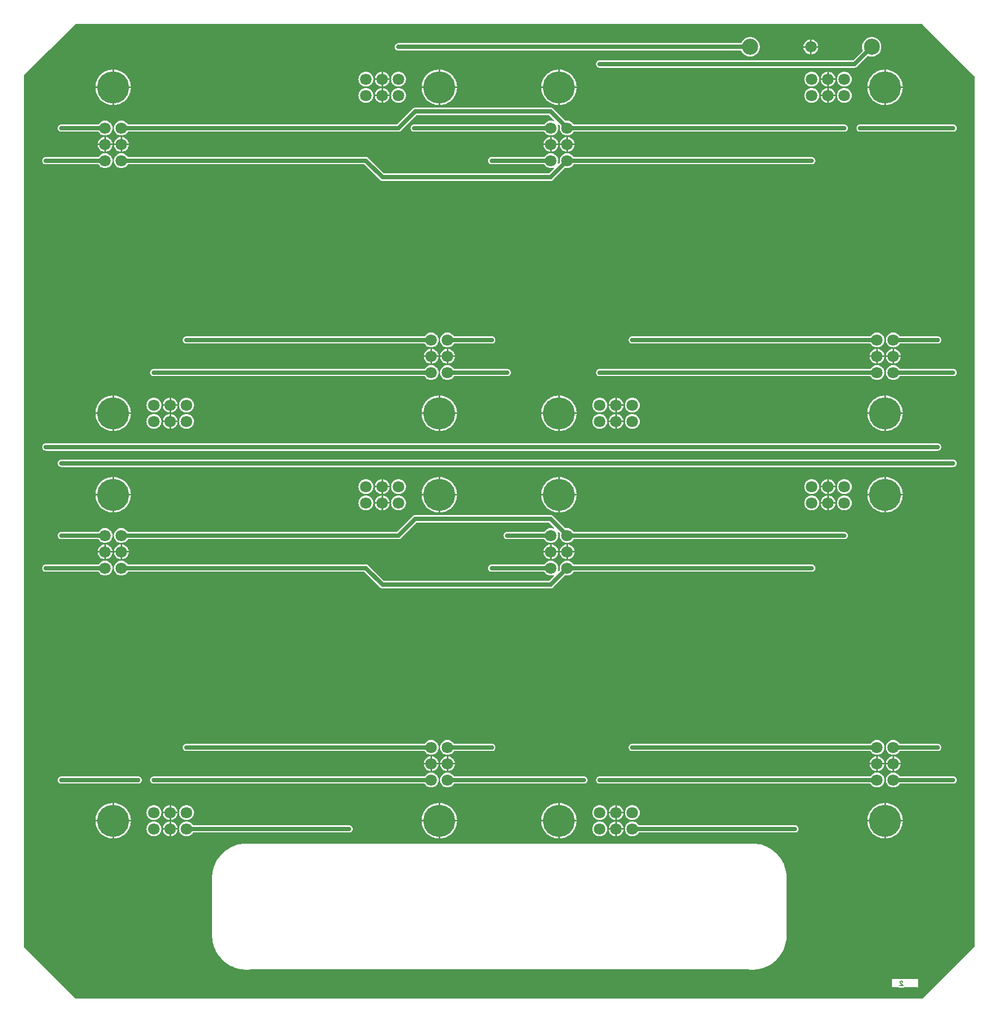
<source format=gbl>
G04 Layer: BottomLayer*
G04 EasyEDA v6.5.38, 2023-12-25 01:26:23*
G04 f1b6b75ab3be4e5890bb728668c82796,5a6b42c53f6a479593ecc07194224c93,10*
G04 Gerber Generator version 0.2*
G04 Scale: 100 percent, Rotated: No, Reflected: No *
G04 Dimensions in millimeters *
G04 leading zeros omitted , absolute positions ,4 integer and 5 decimal *
%FSLAX45Y45*%
%MOMM*%

%ADD10C,0.1524*%
%ADD11C,0.6350*%
%ADD12C,1.8000*%
%ADD13C,5.0000*%
%ADD14C,2.5000*%
%ADD15C,0.6200*%
%ADD16C,0.0101*%

%LPD*%
G36*
X7380935Y25908D02*
G01*
X7377074Y26670D01*
X7373772Y28905D01*
X6569405Y833272D01*
X6567170Y836574D01*
X6566408Y840435D01*
X6566408Y14414347D01*
X6567220Y14418310D01*
X6569456Y14421612D01*
X7373620Y15211196D01*
X7376922Y15213330D01*
X7380731Y15214092D01*
X20559064Y15214092D01*
X20562925Y15213330D01*
X20566227Y15211094D01*
X21370594Y14406727D01*
X21372830Y14403425D01*
X21373592Y14399564D01*
X21373592Y840435D01*
X21372830Y836574D01*
X21370594Y833272D01*
X20566227Y28905D01*
X20562925Y26670D01*
X20559064Y25908D01*
X20507960Y25908D01*
X20504048Y26670D01*
X20500797Y28905D01*
X20498562Y32156D01*
X20497800Y36068D01*
X20497038Y32156D01*
X20494802Y28905D01*
X20491551Y26670D01*
X20487640Y25908D01*
G37*

%LPC*%
G36*
X18839078Y14871700D02*
G01*
X18941440Y14871700D01*
X18941338Y14873528D01*
X18938595Y14887803D01*
X18934125Y14901672D01*
X18927927Y14914829D01*
X18920104Y14927122D01*
X18910808Y14938349D01*
X18900241Y14948306D01*
X18888456Y14956840D01*
X18875705Y14963851D01*
X18862141Y14969236D01*
X18848070Y14972842D01*
X18839078Y14973960D01*
G37*
G36*
X20497800Y193040D02*
G01*
X20497800Y329184D01*
X20496784Y330200D01*
X20276820Y330200D01*
X20273467Y330758D01*
X20269860Y332028D01*
X20263561Y332740D01*
X20204988Y332740D01*
X20198689Y332028D01*
X20195082Y330758D01*
X20191730Y330200D01*
X20092416Y330200D01*
X20091400Y329184D01*
X20091400Y204216D01*
X20092416Y203200D01*
X20187615Y203200D01*
X20190409Y202793D01*
X20193254Y201523D01*
X20198689Y199593D01*
X20204988Y198882D01*
X20263561Y198882D01*
X20269860Y199593D01*
X20278140Y202793D01*
X20280985Y203200D01*
X20487640Y203200D01*
X20491551Y202438D01*
X20494802Y200202D01*
X20497038Y196951D01*
G37*
G36*
X18711265Y14871700D02*
G01*
X18813678Y14871700D01*
X18813678Y14973960D01*
X18804636Y14972842D01*
X18790564Y14969236D01*
X18777000Y14963851D01*
X18764250Y14956840D01*
X18752464Y14948306D01*
X18741898Y14938349D01*
X18732601Y14927122D01*
X18724778Y14914829D01*
X18718580Y14901672D01*
X18714110Y14887803D01*
X18711367Y14873528D01*
G37*
G36*
X10037724Y477418D02*
G01*
X10070236Y478383D01*
X10102646Y481330D01*
X10124897Y484581D01*
X17826075Y484479D01*
X17846802Y481330D01*
X17879161Y478383D01*
X17911724Y477418D01*
X17944236Y478383D01*
X17976646Y481330D01*
X18008803Y486206D01*
X18040604Y493064D01*
X18071947Y501802D01*
X18102681Y512419D01*
X18132755Y524865D01*
X18162016Y539089D01*
X18190362Y555091D01*
X18217642Y572719D01*
X18243854Y592023D01*
X18268848Y612851D01*
X18292572Y635152D01*
X18314873Y658825D01*
X18335701Y683818D01*
X18354954Y710031D01*
X18372632Y737362D01*
X18388634Y765708D01*
X18402858Y794969D01*
X18415304Y824992D01*
X18425922Y855776D01*
X18434659Y887120D01*
X18441466Y918921D01*
X18446394Y951077D01*
X18449340Y983487D01*
X18450052Y1005992D01*
X18450610Y1011072D01*
X18450610Y1909927D01*
X18450001Y1915820D01*
X18449340Y1937512D01*
X18446394Y1969922D01*
X18441466Y2002078D01*
X18434659Y2033879D01*
X18425922Y2065223D01*
X18415304Y2096007D01*
X18402858Y2126030D01*
X18388634Y2155291D01*
X18372632Y2183638D01*
X18354954Y2210968D01*
X18335701Y2237181D01*
X18314873Y2262174D01*
X18292572Y2285847D01*
X18268848Y2308148D01*
X18243854Y2328976D01*
X18217642Y2348280D01*
X18190362Y2365908D01*
X18162016Y2381910D01*
X18132755Y2396134D01*
X18102681Y2408580D01*
X18071947Y2419197D01*
X18040604Y2427935D01*
X18008803Y2434793D01*
X17976646Y2439670D01*
X17944236Y2442616D01*
X17911724Y2443581D01*
X17879161Y2442616D01*
X17846802Y2439670D01*
X17824551Y2436418D01*
X10123322Y2436520D01*
X10102596Y2439670D01*
X10070236Y2442616D01*
X10037724Y2443581D01*
X10005161Y2442616D01*
X9972802Y2439670D01*
X9940594Y2434793D01*
X9908794Y2427935D01*
X9877450Y2419197D01*
X9846716Y2408580D01*
X9816642Y2396134D01*
X9787382Y2381910D01*
X9759035Y2365908D01*
X9731756Y2348280D01*
X9705543Y2328976D01*
X9680549Y2308148D01*
X9656826Y2285847D01*
X9634524Y2262174D01*
X9613696Y2237181D01*
X9594443Y2210968D01*
X9576765Y2183638D01*
X9560814Y2155291D01*
X9546539Y2126030D01*
X9534093Y2096007D01*
X9523476Y2065223D01*
X9514738Y2033879D01*
X9507931Y2002078D01*
X9503003Y1969922D01*
X9500057Y1937512D01*
X9499346Y1915058D01*
X9498787Y1909927D01*
X9498787Y1011072D01*
X9499447Y1005128D01*
X9500057Y983487D01*
X9503003Y951077D01*
X9507931Y918921D01*
X9514738Y887120D01*
X9523476Y855776D01*
X9534093Y824992D01*
X9546539Y794969D01*
X9560814Y765708D01*
X9576765Y737362D01*
X9594443Y710031D01*
X9613696Y683818D01*
X9634524Y658825D01*
X9656826Y635152D01*
X9680549Y612851D01*
X9705543Y592023D01*
X9731756Y572719D01*
X9759035Y555091D01*
X9787382Y539089D01*
X9816642Y524865D01*
X9846716Y512419D01*
X9877450Y501802D01*
X9908794Y493064D01*
X9940594Y486206D01*
X9972802Y481330D01*
X10005161Y478383D01*
G37*
G36*
X18839078Y14744039D02*
G01*
X18848070Y14745157D01*
X18862141Y14748763D01*
X18875705Y14754148D01*
X18888456Y14761159D01*
X18900241Y14769693D01*
X18910808Y14779650D01*
X18920104Y14790877D01*
X18927927Y14803170D01*
X18934125Y14816328D01*
X18938595Y14830196D01*
X18941338Y14844471D01*
X18941440Y14846300D01*
X18839078Y14846300D01*
G37*
G36*
X18813678Y14744039D02*
G01*
X18813678Y14846300D01*
X18711265Y14846300D01*
X18711367Y14844471D01*
X18714110Y14830196D01*
X18718580Y14816328D01*
X18724778Y14803170D01*
X18732601Y14790877D01*
X18741898Y14779650D01*
X18752464Y14769693D01*
X18764250Y14761159D01*
X18777000Y14754148D01*
X18790564Y14748763D01*
X18804636Y14745157D01*
G37*
G36*
X14914778Y2523642D02*
G01*
X14919401Y2523744D01*
X14942413Y2526182D01*
X14965121Y2530500D01*
X14987371Y2536698D01*
X15009012Y2544775D01*
X15029942Y2554579D01*
X15049906Y2566162D01*
X15068905Y2579319D01*
X15086685Y2594051D01*
X15103195Y2610256D01*
X15118334Y2627731D01*
X15131897Y2646426D01*
X15143886Y2666187D01*
X15154148Y2686862D01*
X15162631Y2708351D01*
X15169337Y2730500D01*
X15174112Y2753106D01*
X15177007Y2776016D01*
X15177465Y2786380D01*
X14914778Y2786380D01*
G37*
G36*
X13050672Y2523642D02*
G01*
X13055295Y2523744D01*
X13078307Y2526182D01*
X13101015Y2530500D01*
X13123265Y2536698D01*
X13144906Y2544775D01*
X13165836Y2554579D01*
X13185851Y2566162D01*
X13204799Y2579319D01*
X13222630Y2594051D01*
X13239140Y2610256D01*
X13254228Y2627731D01*
X13267791Y2646426D01*
X13279780Y2666187D01*
X13290042Y2686862D01*
X13298525Y2708351D01*
X13305231Y2730500D01*
X13310006Y2753106D01*
X13312901Y2776016D01*
X13313359Y2786380D01*
X13050672Y2786380D01*
G37*
G36*
X19994778Y2523642D02*
G01*
X19999401Y2523744D01*
X20022413Y2526182D01*
X20045121Y2530500D01*
X20067371Y2536698D01*
X20089012Y2544775D01*
X20109942Y2554579D01*
X20129906Y2566162D01*
X20148905Y2579319D01*
X20166685Y2594051D01*
X20183195Y2610256D01*
X20198334Y2627731D01*
X20211897Y2646426D01*
X20223886Y2666187D01*
X20234148Y2686862D01*
X20242631Y2708351D01*
X20249337Y2730500D01*
X20254112Y2753106D01*
X20257008Y2776016D01*
X20257465Y2786380D01*
X19994778Y2786380D01*
G37*
G36*
X7970672Y2523642D02*
G01*
X7975295Y2523744D01*
X7998307Y2526182D01*
X8021015Y2530500D01*
X8043265Y2536698D01*
X8064906Y2544775D01*
X8085836Y2554579D01*
X8105851Y2566162D01*
X8124799Y2579319D01*
X8142630Y2594051D01*
X8159140Y2610256D01*
X8174228Y2627731D01*
X8187791Y2646426D01*
X8199780Y2666187D01*
X8210042Y2686862D01*
X8218525Y2708351D01*
X8225231Y2730500D01*
X8230006Y2753106D01*
X8232902Y2776016D01*
X8233359Y2786380D01*
X7970672Y2786380D01*
G37*
G36*
X19969378Y2523693D02*
G01*
X19969378Y2786380D01*
X19706539Y2786380D01*
X19708368Y2764536D01*
X19712228Y2741726D01*
X19717969Y2719374D01*
X19725589Y2697530D01*
X19734987Y2676448D01*
X19746112Y2656179D01*
X19758914Y2636926D01*
X19773239Y2618841D01*
X19789038Y2601976D01*
X19806208Y2586532D01*
X19824649Y2572562D01*
X19844156Y2560167D01*
X19864628Y2549448D01*
X19885914Y2540508D01*
X19907910Y2533345D01*
X19930414Y2528112D01*
X19953274Y2524709D01*
G37*
G36*
X13025272Y2523693D02*
G01*
X13025272Y2786380D01*
X12762433Y2786380D01*
X12764262Y2764536D01*
X12768122Y2741726D01*
X12773863Y2719374D01*
X12781483Y2697530D01*
X12790881Y2676448D01*
X12802006Y2656179D01*
X12814808Y2636926D01*
X12829133Y2618841D01*
X12844983Y2601976D01*
X12862153Y2586532D01*
X12880543Y2572562D01*
X12900050Y2560167D01*
X12920522Y2549448D01*
X12941808Y2540508D01*
X12963804Y2533345D01*
X12986308Y2528112D01*
X13009168Y2524709D01*
G37*
G36*
X7945272Y2523693D02*
G01*
X7945272Y2786380D01*
X7682433Y2786380D01*
X7684262Y2764536D01*
X7688122Y2741726D01*
X7693863Y2719374D01*
X7701483Y2697530D01*
X7710881Y2676448D01*
X7722006Y2656179D01*
X7734808Y2636926D01*
X7749133Y2618841D01*
X7764983Y2601976D01*
X7782153Y2586532D01*
X7800543Y2572562D01*
X7820050Y2560167D01*
X7840522Y2549448D01*
X7861808Y2540508D01*
X7883804Y2533345D01*
X7906308Y2528112D01*
X7929168Y2524709D01*
G37*
G36*
X14889378Y2523693D02*
G01*
X14889378Y2786380D01*
X14626539Y2786380D01*
X14628368Y2764536D01*
X14632228Y2741726D01*
X14637969Y2719374D01*
X14645589Y2697530D01*
X14654987Y2676448D01*
X14666112Y2656179D01*
X14678913Y2636926D01*
X14693239Y2618841D01*
X14709038Y2601976D01*
X14726208Y2586532D01*
X14744649Y2572562D01*
X14764156Y2560167D01*
X14784628Y2549448D01*
X14805913Y2540508D01*
X14827910Y2533345D01*
X14850414Y2528112D01*
X14873274Y2524709D01*
G37*
G36*
X15529813Y2556459D02*
G01*
X15544393Y2556459D01*
X15558820Y2558288D01*
X15572892Y2561894D01*
X15586456Y2567228D01*
X15599206Y2574239D01*
X15610992Y2582824D01*
X15621558Y2592781D01*
X15630855Y2604008D01*
X15638678Y2616250D01*
X15644876Y2629458D01*
X15649346Y2643276D01*
X15652089Y2657602D01*
X15653004Y2672080D01*
X15652089Y2686608D01*
X15649346Y2700934D01*
X15644876Y2714752D01*
X15638678Y2727960D01*
X15630855Y2740202D01*
X15621558Y2751429D01*
X15610992Y2761386D01*
X15599206Y2769971D01*
X15586456Y2776982D01*
X15572892Y2782316D01*
X15558820Y2785922D01*
X15544393Y2787751D01*
X15529813Y2787751D01*
X15515386Y2785922D01*
X15501315Y2782316D01*
X15487751Y2776982D01*
X15475000Y2769971D01*
X15463215Y2761386D01*
X15452648Y2751429D01*
X15443352Y2740202D01*
X15435529Y2727960D01*
X15429331Y2714752D01*
X15424861Y2700934D01*
X15422118Y2686608D01*
X15421203Y2672080D01*
X15422118Y2657602D01*
X15424861Y2643276D01*
X15429331Y2629458D01*
X15435529Y2616250D01*
X15443352Y2604008D01*
X15452648Y2592781D01*
X15463215Y2582824D01*
X15475000Y2574239D01*
X15487751Y2567228D01*
X15501315Y2561894D01*
X15515386Y2558288D01*
G37*
G36*
X8585708Y2556459D02*
G01*
X8600287Y2556459D01*
X8614714Y2558288D01*
X8628786Y2561894D01*
X8642350Y2567228D01*
X8655100Y2574239D01*
X8666886Y2582824D01*
X8677452Y2592781D01*
X8686749Y2604008D01*
X8694572Y2616250D01*
X8700770Y2629458D01*
X8705240Y2643276D01*
X8707983Y2657602D01*
X8708898Y2672080D01*
X8707983Y2686608D01*
X8705240Y2700934D01*
X8700770Y2714752D01*
X8694572Y2727960D01*
X8686749Y2740202D01*
X8677452Y2751429D01*
X8666886Y2761386D01*
X8655100Y2769971D01*
X8642350Y2776982D01*
X8628786Y2782316D01*
X8614714Y2785922D01*
X8600287Y2787751D01*
X8585708Y2787751D01*
X8571280Y2785922D01*
X8557209Y2782316D01*
X8543645Y2776982D01*
X8530894Y2769971D01*
X8519109Y2761386D01*
X8508542Y2751429D01*
X8499246Y2740202D01*
X8491423Y2727960D01*
X8485225Y2714752D01*
X8480755Y2700934D01*
X8478012Y2686608D01*
X8477097Y2672080D01*
X8478012Y2657602D01*
X8480755Y2643276D01*
X8485225Y2629458D01*
X8491423Y2616250D01*
X8499246Y2604008D01*
X8508542Y2592781D01*
X8519109Y2582824D01*
X8530894Y2574239D01*
X8543645Y2567228D01*
X8557209Y2561894D01*
X8571280Y2558288D01*
G37*
G36*
X16037813Y2556459D02*
G01*
X16052393Y2556459D01*
X16066820Y2558288D01*
X16080892Y2561894D01*
X16094456Y2567228D01*
X16107206Y2574239D01*
X16118992Y2582824D01*
X16129558Y2592781D01*
X16138855Y2604008D01*
X16142512Y2609748D01*
X16144748Y2612237D01*
X16147745Y2613863D01*
X16151098Y2614422D01*
X18576848Y2614422D01*
X18586754Y2615285D01*
X18595949Y2617571D01*
X18604687Y2621432D01*
X18612662Y2626614D01*
X18619673Y2633065D01*
X18625515Y2640584D01*
X18630036Y2648966D01*
X18633135Y2657957D01*
X18634710Y2667355D01*
X18634710Y2676855D01*
X18633135Y2686253D01*
X18630036Y2695244D01*
X18625515Y2703626D01*
X18619673Y2711145D01*
X18612662Y2717546D01*
X18604687Y2722778D01*
X18595949Y2726588D01*
X18586754Y2728925D01*
X18576848Y2729738D01*
X16151098Y2729738D01*
X16147745Y2730347D01*
X16144748Y2731973D01*
X16142512Y2734462D01*
X16138855Y2740202D01*
X16129558Y2751429D01*
X16118992Y2761386D01*
X16107206Y2769971D01*
X16094456Y2776982D01*
X16080892Y2782316D01*
X16066820Y2785922D01*
X16052393Y2787751D01*
X16037813Y2787751D01*
X16023386Y2785922D01*
X16009315Y2782316D01*
X15995751Y2776982D01*
X15983000Y2769971D01*
X15971215Y2761386D01*
X15960648Y2751429D01*
X15951352Y2740202D01*
X15943529Y2727960D01*
X15937331Y2714752D01*
X15932861Y2700934D01*
X15930118Y2686608D01*
X15929203Y2672080D01*
X15930118Y2657602D01*
X15932861Y2643276D01*
X15937331Y2629458D01*
X15943529Y2616250D01*
X15951352Y2604008D01*
X15960648Y2592781D01*
X15971215Y2582824D01*
X15983000Y2574239D01*
X15995751Y2567228D01*
X16009315Y2561894D01*
X16023386Y2558288D01*
G37*
G36*
X9093708Y2556459D02*
G01*
X9108287Y2556459D01*
X9122714Y2558288D01*
X9136786Y2561894D01*
X9150350Y2567228D01*
X9163100Y2574239D01*
X9174886Y2582824D01*
X9185452Y2592781D01*
X9194749Y2604008D01*
X9198406Y2609748D01*
X9200642Y2612237D01*
X9203639Y2613863D01*
X9206992Y2614422D01*
X11632793Y2614422D01*
X11642699Y2615285D01*
X11651894Y2617622D01*
X11660632Y2621432D01*
X11668607Y2626614D01*
X11675618Y2633065D01*
X11681460Y2640584D01*
X11685981Y2648966D01*
X11689080Y2657957D01*
X11690604Y2667355D01*
X11690604Y2676855D01*
X11689080Y2686253D01*
X11685981Y2695244D01*
X11681460Y2703626D01*
X11675618Y2711145D01*
X11668607Y2717596D01*
X11660632Y2722778D01*
X11651894Y2726588D01*
X11642699Y2728925D01*
X11632793Y2729738D01*
X9206992Y2729738D01*
X9203639Y2730347D01*
X9200642Y2731973D01*
X9198406Y2734462D01*
X9194749Y2740202D01*
X9185452Y2751429D01*
X9174886Y2761386D01*
X9163100Y2769971D01*
X9150350Y2776982D01*
X9136786Y2782316D01*
X9122714Y2785922D01*
X9108287Y2787751D01*
X9093708Y2787751D01*
X9079280Y2785922D01*
X9065209Y2782316D01*
X9051645Y2776982D01*
X9038894Y2769971D01*
X9027109Y2761386D01*
X9016542Y2751429D01*
X9007246Y2740202D01*
X8999423Y2727960D01*
X8993225Y2714752D01*
X8988755Y2700934D01*
X8986012Y2686608D01*
X8985097Y2672080D01*
X8986012Y2657602D01*
X8988755Y2643276D01*
X8993225Y2629458D01*
X8999423Y2616250D01*
X9007246Y2604008D01*
X9016542Y2592781D01*
X9027109Y2582824D01*
X9038894Y2574239D01*
X9051645Y2567228D01*
X9065209Y2561894D01*
X9079280Y2558288D01*
G37*
G36*
X8859723Y2557119D02*
G01*
X8868714Y2558288D01*
X8882786Y2561894D01*
X8896350Y2567228D01*
X8909100Y2574239D01*
X8920886Y2582824D01*
X8931452Y2592781D01*
X8940749Y2604008D01*
X8948572Y2616250D01*
X8954770Y2629458D01*
X8959240Y2643276D01*
X8961983Y2657602D01*
X8962085Y2659380D01*
X8859723Y2659380D01*
G37*
G36*
X15778429Y2557119D02*
G01*
X15778429Y2659380D01*
X15676016Y2659380D01*
X15676118Y2657602D01*
X15678861Y2643276D01*
X15683331Y2629458D01*
X15689529Y2616250D01*
X15697352Y2604008D01*
X15706648Y2592781D01*
X15717215Y2582824D01*
X15729000Y2574239D01*
X15741751Y2567228D01*
X15755315Y2561894D01*
X15769386Y2558288D01*
G37*
G36*
X15803829Y2557119D02*
G01*
X15812820Y2558288D01*
X15826892Y2561894D01*
X15840456Y2567228D01*
X15853206Y2574239D01*
X15864992Y2582824D01*
X15875558Y2592781D01*
X15884855Y2604008D01*
X15892678Y2616250D01*
X15898876Y2629458D01*
X15903346Y2643276D01*
X15906089Y2657602D01*
X15906191Y2659380D01*
X15803829Y2659380D01*
G37*
G36*
X8834323Y2557119D02*
G01*
X8834323Y2659380D01*
X8731910Y2659380D01*
X8732012Y2657602D01*
X8734755Y2643276D01*
X8739225Y2629458D01*
X8745423Y2616250D01*
X8753246Y2604008D01*
X8762542Y2592781D01*
X8773109Y2582824D01*
X8784894Y2574239D01*
X8797645Y2567228D01*
X8811209Y2561894D01*
X8825280Y2558288D01*
G37*
G36*
X15676016Y2684780D02*
G01*
X15778429Y2684780D01*
X15778429Y2787091D01*
X15769386Y2785922D01*
X15755315Y2782316D01*
X15741751Y2776982D01*
X15729000Y2769971D01*
X15717215Y2761386D01*
X15706648Y2751429D01*
X15697352Y2740202D01*
X15689529Y2727960D01*
X15683331Y2714752D01*
X15678861Y2700934D01*
X15676118Y2686608D01*
G37*
G36*
X8859723Y2684780D02*
G01*
X8962085Y2684780D01*
X8961983Y2686608D01*
X8959240Y2700934D01*
X8954770Y2714752D01*
X8948572Y2727960D01*
X8940749Y2740202D01*
X8931452Y2751429D01*
X8920886Y2761386D01*
X8909100Y2769971D01*
X8896350Y2776982D01*
X8882786Y2782316D01*
X8868714Y2785922D01*
X8859723Y2787091D01*
G37*
G36*
X15803829Y2684780D02*
G01*
X15906191Y2684780D01*
X15906089Y2686608D01*
X15903346Y2700934D01*
X15898876Y2714752D01*
X15892678Y2727960D01*
X15884855Y2740202D01*
X15875558Y2751429D01*
X15864992Y2761386D01*
X15853206Y2769971D01*
X15840456Y2776982D01*
X15826892Y2782316D01*
X15812820Y2785922D01*
X15803829Y2787091D01*
G37*
G36*
X8731910Y2684780D02*
G01*
X8834323Y2684780D01*
X8834323Y2787091D01*
X8825280Y2785922D01*
X8811209Y2782316D01*
X8797645Y2776982D01*
X8784894Y2769971D01*
X8773109Y2761386D01*
X8762542Y2751429D01*
X8753246Y2740202D01*
X8745423Y2727960D01*
X8739225Y2714752D01*
X8734755Y2700934D01*
X8732012Y2686608D01*
G37*
G36*
X9093708Y2810459D02*
G01*
X9108287Y2810459D01*
X9122714Y2812288D01*
X9136786Y2815894D01*
X9150350Y2821228D01*
X9163100Y2828239D01*
X9174886Y2836824D01*
X9185452Y2846781D01*
X9194749Y2858008D01*
X9202572Y2870250D01*
X9208770Y2883458D01*
X9213240Y2897276D01*
X9215983Y2911602D01*
X9216898Y2926080D01*
X9215983Y2940608D01*
X9213240Y2954934D01*
X9208770Y2968752D01*
X9202572Y2981960D01*
X9194749Y2994202D01*
X9185452Y3005429D01*
X9174886Y3015386D01*
X9163100Y3023971D01*
X9150350Y3030982D01*
X9136786Y3036316D01*
X9122714Y3039922D01*
X9108287Y3041751D01*
X9093708Y3041751D01*
X9079280Y3039922D01*
X9065209Y3036316D01*
X9051645Y3030982D01*
X9038894Y3023971D01*
X9027109Y3015386D01*
X9016542Y3005429D01*
X9007246Y2994202D01*
X8999423Y2981960D01*
X8993225Y2968752D01*
X8988755Y2954934D01*
X8986012Y2940608D01*
X8985097Y2926080D01*
X8986012Y2911602D01*
X8988755Y2897276D01*
X8993225Y2883458D01*
X8999423Y2870250D01*
X9007246Y2858008D01*
X9016542Y2846781D01*
X9027109Y2836824D01*
X9038894Y2828239D01*
X9051645Y2821228D01*
X9065209Y2815894D01*
X9079280Y2812288D01*
G37*
G36*
X15529813Y2810459D02*
G01*
X15544393Y2810459D01*
X15558820Y2812288D01*
X15572892Y2815894D01*
X15586456Y2821228D01*
X15599206Y2828239D01*
X15610992Y2836824D01*
X15621558Y2846781D01*
X15630855Y2858008D01*
X15638678Y2870250D01*
X15644876Y2883458D01*
X15649346Y2897276D01*
X15652089Y2911602D01*
X15653004Y2926080D01*
X15652089Y2940608D01*
X15649346Y2954934D01*
X15644876Y2968752D01*
X15638678Y2981960D01*
X15630855Y2994202D01*
X15621558Y3005429D01*
X15610992Y3015386D01*
X15599206Y3023971D01*
X15586456Y3030982D01*
X15572892Y3036316D01*
X15558820Y3039922D01*
X15544393Y3041751D01*
X15529813Y3041751D01*
X15515386Y3039922D01*
X15501315Y3036316D01*
X15487751Y3030982D01*
X15475000Y3023971D01*
X15463215Y3015386D01*
X15452648Y3005429D01*
X15443352Y2994202D01*
X15435529Y2981960D01*
X15429331Y2968752D01*
X15424861Y2954934D01*
X15422118Y2940608D01*
X15421203Y2926080D01*
X15422118Y2911602D01*
X15424861Y2897276D01*
X15429331Y2883458D01*
X15435529Y2870250D01*
X15443352Y2858008D01*
X15452648Y2846781D01*
X15463215Y2836824D01*
X15475000Y2828239D01*
X15487751Y2821228D01*
X15501315Y2815894D01*
X15515386Y2812288D01*
G37*
G36*
X16037813Y2810459D02*
G01*
X16052393Y2810459D01*
X16066820Y2812288D01*
X16080892Y2815894D01*
X16094456Y2821228D01*
X16107206Y2828239D01*
X16118992Y2836824D01*
X16129558Y2846781D01*
X16138855Y2858008D01*
X16146678Y2870250D01*
X16152876Y2883458D01*
X16157346Y2897276D01*
X16160089Y2911602D01*
X16161004Y2926080D01*
X16160089Y2940608D01*
X16157346Y2954934D01*
X16152876Y2968752D01*
X16146678Y2981960D01*
X16138855Y2994202D01*
X16129558Y3005429D01*
X16118992Y3015386D01*
X16107206Y3023971D01*
X16094456Y3030982D01*
X16080892Y3036316D01*
X16066820Y3039922D01*
X16052393Y3041751D01*
X16037813Y3041751D01*
X16023386Y3039922D01*
X16009315Y3036316D01*
X15995751Y3030982D01*
X15983000Y3023971D01*
X15971215Y3015386D01*
X15960648Y3005429D01*
X15951352Y2994202D01*
X15943529Y2981960D01*
X15937331Y2968752D01*
X15932861Y2954934D01*
X15930118Y2940608D01*
X15929203Y2926080D01*
X15930118Y2911602D01*
X15932861Y2897276D01*
X15937331Y2883458D01*
X15943529Y2870250D01*
X15951352Y2858008D01*
X15960648Y2846781D01*
X15971215Y2836824D01*
X15983000Y2828239D01*
X15995751Y2821228D01*
X16009315Y2815894D01*
X16023386Y2812288D01*
G37*
G36*
X8585708Y2810459D02*
G01*
X8600287Y2810459D01*
X8614714Y2812288D01*
X8628786Y2815894D01*
X8642350Y2821228D01*
X8655100Y2828239D01*
X8666886Y2836824D01*
X8677452Y2846781D01*
X8686749Y2858008D01*
X8694572Y2870250D01*
X8700770Y2883458D01*
X8705240Y2897276D01*
X8707983Y2911602D01*
X8708898Y2926080D01*
X8707983Y2940608D01*
X8705240Y2954934D01*
X8700770Y2968752D01*
X8694572Y2981960D01*
X8686749Y2994202D01*
X8677452Y3005429D01*
X8666886Y3015386D01*
X8655100Y3023971D01*
X8642350Y3030982D01*
X8628786Y3036316D01*
X8614714Y3039922D01*
X8600287Y3041751D01*
X8585708Y3041751D01*
X8571280Y3039922D01*
X8557209Y3036316D01*
X8543645Y3030982D01*
X8530894Y3023971D01*
X8519109Y3015386D01*
X8508542Y3005429D01*
X8499246Y2994202D01*
X8491423Y2981960D01*
X8485225Y2968752D01*
X8480755Y2954934D01*
X8478012Y2940608D01*
X8477097Y2926080D01*
X8478012Y2911602D01*
X8480755Y2897276D01*
X8485225Y2883458D01*
X8491423Y2870250D01*
X8499246Y2858008D01*
X8508542Y2846781D01*
X8519109Y2836824D01*
X8530894Y2828239D01*
X8543645Y2821228D01*
X8557209Y2815894D01*
X8571280Y2812288D01*
G37*
G36*
X8859723Y2811119D02*
G01*
X8868714Y2812288D01*
X8882786Y2815894D01*
X8896350Y2821228D01*
X8909100Y2828239D01*
X8920886Y2836824D01*
X8931452Y2846781D01*
X8940749Y2858008D01*
X8948572Y2870250D01*
X8954770Y2883458D01*
X8959240Y2897276D01*
X8961983Y2911602D01*
X8962085Y2913380D01*
X8859723Y2913380D01*
G37*
G36*
X15803829Y2811119D02*
G01*
X15812820Y2812288D01*
X15826892Y2815894D01*
X15840456Y2821228D01*
X15853206Y2828239D01*
X15864992Y2836824D01*
X15875558Y2846781D01*
X15884855Y2858008D01*
X15892678Y2870250D01*
X15898876Y2883458D01*
X15903346Y2897276D01*
X15906089Y2911602D01*
X15906191Y2913380D01*
X15803829Y2913380D01*
G37*
G36*
X8834323Y2811119D02*
G01*
X8834323Y2913380D01*
X8731910Y2913380D01*
X8732012Y2911602D01*
X8734755Y2897276D01*
X8739225Y2883458D01*
X8745423Y2870250D01*
X8753246Y2858008D01*
X8762542Y2846781D01*
X8773109Y2836824D01*
X8784894Y2828239D01*
X8797645Y2821228D01*
X8811209Y2815894D01*
X8825280Y2812288D01*
G37*
G36*
X15778429Y2811119D02*
G01*
X15778429Y2913380D01*
X15676016Y2913380D01*
X15676118Y2911602D01*
X15678861Y2897276D01*
X15683331Y2883458D01*
X15689529Y2870250D01*
X15697352Y2858008D01*
X15706648Y2846781D01*
X15717215Y2836824D01*
X15729000Y2828239D01*
X15741751Y2821228D01*
X15755315Y2815894D01*
X15769386Y2812288D01*
G37*
G36*
X13050672Y2811780D02*
G01*
X13313359Y2811780D01*
X13312901Y2822194D01*
X13310006Y2845104D01*
X13305231Y2867710D01*
X13298525Y2889808D01*
X13290042Y2911297D01*
X13279780Y2932023D01*
X13267791Y2951784D01*
X13254228Y2970479D01*
X13239140Y2987954D01*
X13222630Y3004108D01*
X13204799Y3018840D01*
X13185851Y3032048D01*
X13165836Y3043580D01*
X13144906Y3053435D01*
X13123265Y3061512D01*
X13101015Y3067710D01*
X13078307Y3072028D01*
X13055295Y3074466D01*
X13050672Y3074568D01*
G37*
G36*
X19994778Y2811780D02*
G01*
X20257465Y2811780D01*
X20257008Y2822194D01*
X20254112Y2845104D01*
X20249337Y2867710D01*
X20242631Y2889808D01*
X20234148Y2911297D01*
X20223886Y2932023D01*
X20211897Y2951784D01*
X20198334Y2970479D01*
X20183195Y2987954D01*
X20166685Y3004108D01*
X20148905Y3018840D01*
X20129906Y3032048D01*
X20109942Y3043580D01*
X20089012Y3053435D01*
X20067371Y3061512D01*
X20045121Y3067710D01*
X20022413Y3072028D01*
X19999401Y3074466D01*
X19994778Y3074568D01*
G37*
G36*
X14914778Y2811780D02*
G01*
X15177465Y2811780D01*
X15177007Y2822194D01*
X15174112Y2845104D01*
X15169337Y2867710D01*
X15162631Y2889808D01*
X15154148Y2911297D01*
X15143886Y2932023D01*
X15131897Y2951784D01*
X15118334Y2970479D01*
X15103195Y2987954D01*
X15086685Y3004108D01*
X15068905Y3018840D01*
X15049906Y3032048D01*
X15029942Y3043580D01*
X15009012Y3053435D01*
X14987371Y3061512D01*
X14965121Y3067710D01*
X14942413Y3072028D01*
X14919401Y3074466D01*
X14914778Y3074568D01*
G37*
G36*
X7970672Y2811780D02*
G01*
X8233359Y2811780D01*
X8232902Y2822194D01*
X8230006Y2845104D01*
X8225231Y2867710D01*
X8218525Y2889808D01*
X8210042Y2911297D01*
X8199780Y2932023D01*
X8187791Y2951784D01*
X8174228Y2970479D01*
X8159140Y2987954D01*
X8142630Y3004108D01*
X8124799Y3018840D01*
X8105851Y3032048D01*
X8085836Y3043580D01*
X8064906Y3053435D01*
X8043265Y3061512D01*
X8021015Y3067710D01*
X7998307Y3072028D01*
X7975295Y3074466D01*
X7970672Y3074568D01*
G37*
G36*
X14626539Y2811780D02*
G01*
X14889378Y2811780D01*
X14889378Y3074517D01*
X14873274Y3073501D01*
X14850414Y3070098D01*
X14827910Y3064814D01*
X14805913Y3057702D01*
X14784628Y3048762D01*
X14764156Y3038043D01*
X14744649Y3025648D01*
X14726208Y3011678D01*
X14709038Y2996234D01*
X14693239Y2979369D01*
X14678913Y2961284D01*
X14666112Y2942031D01*
X14654987Y2921762D01*
X14645589Y2900680D01*
X14637969Y2878836D01*
X14632228Y2856484D01*
X14628368Y2833674D01*
G37*
G36*
X19706539Y2811780D02*
G01*
X19969378Y2811780D01*
X19969378Y3074517D01*
X19953274Y3073501D01*
X19930414Y3070098D01*
X19907910Y3064814D01*
X19885914Y3057702D01*
X19864628Y3048762D01*
X19844156Y3038043D01*
X19824649Y3025648D01*
X19806208Y3011678D01*
X19789038Y2996234D01*
X19773239Y2979369D01*
X19758914Y2961284D01*
X19746112Y2942031D01*
X19734987Y2921762D01*
X19725589Y2900680D01*
X19717969Y2878836D01*
X19712228Y2856484D01*
X19708368Y2833674D01*
G37*
G36*
X12762433Y2811780D02*
G01*
X13025272Y2811780D01*
X13025272Y3074517D01*
X13009168Y3073501D01*
X12986308Y3070098D01*
X12963804Y3064814D01*
X12941808Y3057702D01*
X12920522Y3048762D01*
X12900050Y3038043D01*
X12880543Y3025648D01*
X12862153Y3011678D01*
X12844983Y2996234D01*
X12829133Y2979369D01*
X12814808Y2961284D01*
X12802006Y2942031D01*
X12790881Y2921762D01*
X12781483Y2900680D01*
X12773863Y2878836D01*
X12768122Y2856484D01*
X12764262Y2833674D01*
G37*
G36*
X7682433Y2811780D02*
G01*
X7945272Y2811780D01*
X7945272Y3074517D01*
X7929168Y3073501D01*
X7906308Y3070098D01*
X7883804Y3064814D01*
X7861808Y3057702D01*
X7840522Y3048762D01*
X7820050Y3038043D01*
X7800543Y3025648D01*
X7782153Y3011678D01*
X7764983Y2996234D01*
X7749133Y2979369D01*
X7734808Y2961284D01*
X7722006Y2942031D01*
X7710881Y2921762D01*
X7701483Y2900680D01*
X7693863Y2878836D01*
X7688122Y2856484D01*
X7684262Y2833674D01*
G37*
G36*
X8859723Y2938780D02*
G01*
X8962085Y2938780D01*
X8961983Y2940608D01*
X8959240Y2954934D01*
X8954770Y2968752D01*
X8948572Y2981960D01*
X8940749Y2994202D01*
X8931452Y3005429D01*
X8920886Y3015386D01*
X8909100Y3023971D01*
X8896350Y3030982D01*
X8882786Y3036316D01*
X8868714Y3039922D01*
X8859723Y3041091D01*
G37*
G36*
X8731910Y2938780D02*
G01*
X8834323Y2938780D01*
X8834323Y3041091D01*
X8825280Y3039922D01*
X8811209Y3036316D01*
X8797645Y3030982D01*
X8784894Y3023971D01*
X8773109Y3015386D01*
X8762542Y3005429D01*
X8753246Y2994202D01*
X8745423Y2981960D01*
X8739225Y2968752D01*
X8734755Y2954934D01*
X8732012Y2940608D01*
G37*
G36*
X15676016Y2938780D02*
G01*
X15778429Y2938780D01*
X15778429Y3041091D01*
X15769386Y3039922D01*
X15755315Y3036316D01*
X15741751Y3030982D01*
X15729000Y3023971D01*
X15717215Y3015386D01*
X15706648Y3005429D01*
X15697352Y2994202D01*
X15689529Y2981960D01*
X15683331Y2968752D01*
X15678861Y2954934D01*
X15676118Y2940608D01*
G37*
G36*
X15803829Y2938780D02*
G01*
X15906191Y2938780D01*
X15906089Y2940608D01*
X15903346Y2954934D01*
X15898876Y2968752D01*
X15892678Y2981960D01*
X15884855Y2994202D01*
X15875558Y3005429D01*
X15864992Y3015386D01*
X15853206Y3023971D01*
X15840456Y3030982D01*
X15826892Y3036316D01*
X15812820Y3039922D01*
X15803829Y3041091D01*
G37*
G36*
X20109129Y3318205D02*
G01*
X20123607Y3319119D01*
X20137932Y3321862D01*
X20151750Y3326333D01*
X20164958Y3332530D01*
X20177201Y3340354D01*
X20188428Y3349650D01*
X20198384Y3360216D01*
X20207122Y3372256D01*
X20209357Y3374491D01*
X20212202Y3375914D01*
X20215352Y3376422D01*
X21040699Y3376422D01*
X21050605Y3377234D01*
X21059800Y3379571D01*
X21068538Y3383381D01*
X21076513Y3388614D01*
X21083524Y3395065D01*
X21089366Y3402584D01*
X21093887Y3410915D01*
X21096986Y3419957D01*
X21098510Y3429304D01*
X21098510Y3438855D01*
X21096986Y3448202D01*
X21093887Y3457244D01*
X21089366Y3465576D01*
X21083524Y3473094D01*
X21076513Y3479546D01*
X21068538Y3484778D01*
X21059800Y3488588D01*
X21050605Y3490925D01*
X21040699Y3491737D01*
X20215352Y3491737D01*
X20212253Y3492246D01*
X20209408Y3493668D01*
X20207173Y3495903D01*
X20198384Y3507994D01*
X20188428Y3518560D01*
X20177201Y3527856D01*
X20164958Y3535679D01*
X20151750Y3541877D01*
X20137932Y3546348D01*
X20123607Y3549091D01*
X20109129Y3550005D01*
X20094600Y3549091D01*
X20080274Y3546348D01*
X20066457Y3541877D01*
X20053249Y3535679D01*
X20041006Y3527856D01*
X20029779Y3518560D01*
X20019822Y3507994D01*
X20011237Y3496208D01*
X20004227Y3483457D01*
X19998893Y3469894D01*
X19995286Y3455822D01*
X19993457Y3441395D01*
X19993457Y3426815D01*
X19995286Y3412388D01*
X19998893Y3398316D01*
X20004227Y3384753D01*
X20011237Y3372002D01*
X20019822Y3360216D01*
X20029779Y3349650D01*
X20041006Y3340354D01*
X20053249Y3332530D01*
X20066457Y3326333D01*
X20080274Y3321862D01*
X20094600Y3319119D01*
G37*
G36*
X13165023Y3318205D02*
G01*
X13179501Y3319119D01*
X13193826Y3321862D01*
X13207644Y3326333D01*
X13220852Y3332530D01*
X13233095Y3340354D01*
X13244322Y3349650D01*
X13254278Y3360216D01*
X13263016Y3372256D01*
X13265251Y3374491D01*
X13268096Y3375964D01*
X13271246Y3376422D01*
X15290393Y3376422D01*
X15300299Y3377234D01*
X15309494Y3379571D01*
X15318232Y3383381D01*
X15326207Y3388614D01*
X15333218Y3395065D01*
X15339060Y3402533D01*
X15343581Y3410915D01*
X15346680Y3419906D01*
X15348204Y3429304D01*
X15348204Y3438804D01*
X15346680Y3448202D01*
X15343581Y3457194D01*
X15339060Y3465576D01*
X15333218Y3473094D01*
X15326207Y3479546D01*
X15318232Y3484727D01*
X15309494Y3488588D01*
X15300299Y3490925D01*
X15290393Y3491737D01*
X13271246Y3491737D01*
X13268096Y3492246D01*
X13265251Y3493719D01*
X13263016Y3495954D01*
X13254278Y3507994D01*
X13244322Y3518560D01*
X13233095Y3527856D01*
X13220852Y3535679D01*
X13207644Y3541877D01*
X13193826Y3546348D01*
X13179501Y3549091D01*
X13165023Y3550005D01*
X13150494Y3549091D01*
X13136168Y3546348D01*
X13122351Y3541877D01*
X13109143Y3535679D01*
X13096900Y3527856D01*
X13085673Y3518560D01*
X13075716Y3507994D01*
X13067131Y3496208D01*
X13060121Y3483457D01*
X13054787Y3469894D01*
X13051180Y3455822D01*
X13049351Y3441395D01*
X13049351Y3426815D01*
X13051180Y3412388D01*
X13054787Y3398316D01*
X13060121Y3384753D01*
X13067131Y3372002D01*
X13075716Y3360216D01*
X13085673Y3349650D01*
X13096900Y3340354D01*
X13109143Y3332530D01*
X13122351Y3326333D01*
X13136168Y3321862D01*
X13150494Y3319119D01*
G37*
G36*
X19855129Y3318205D02*
G01*
X19869607Y3319119D01*
X19883932Y3321862D01*
X19897750Y3326333D01*
X19910958Y3332530D01*
X19923201Y3340354D01*
X19934428Y3349650D01*
X19944384Y3360216D01*
X19952970Y3372002D01*
X19959980Y3384753D01*
X19965314Y3398316D01*
X19968921Y3412388D01*
X19970750Y3426815D01*
X19970750Y3441395D01*
X19968921Y3455822D01*
X19965314Y3469894D01*
X19959980Y3483457D01*
X19952970Y3496208D01*
X19944384Y3507994D01*
X19934428Y3518560D01*
X19923201Y3527856D01*
X19910958Y3535679D01*
X19897750Y3541877D01*
X19883932Y3546348D01*
X19869607Y3549091D01*
X19855129Y3550005D01*
X19840600Y3549091D01*
X19826274Y3546348D01*
X19812457Y3541877D01*
X19799249Y3535679D01*
X19787006Y3527856D01*
X19775779Y3518560D01*
X19765822Y3507994D01*
X19757034Y3495903D01*
X19754799Y3493668D01*
X19751954Y3492246D01*
X19748855Y3491737D01*
X15537586Y3491737D01*
X15527680Y3490925D01*
X15518485Y3488588D01*
X15509748Y3484778D01*
X15501772Y3479546D01*
X15494812Y3473094D01*
X15488919Y3465576D01*
X15484398Y3457244D01*
X15481300Y3448202D01*
X15479776Y3438855D01*
X15479776Y3429304D01*
X15481300Y3419957D01*
X15484398Y3410915D01*
X15488919Y3402584D01*
X15494812Y3395065D01*
X15501772Y3388614D01*
X15509748Y3383381D01*
X15518485Y3379571D01*
X15527680Y3377234D01*
X15537586Y3376422D01*
X19748855Y3376422D01*
X19752005Y3375914D01*
X19754850Y3374491D01*
X19757085Y3372256D01*
X19765822Y3360216D01*
X19775779Y3349650D01*
X19787006Y3340354D01*
X19799249Y3332530D01*
X19812457Y3326333D01*
X19826274Y3321862D01*
X19840600Y3319119D01*
G37*
G36*
X12911023Y3318205D02*
G01*
X12925501Y3319119D01*
X12939826Y3321862D01*
X12953644Y3326333D01*
X12966852Y3332530D01*
X12979095Y3340354D01*
X12990322Y3349650D01*
X13000278Y3360216D01*
X13008863Y3372002D01*
X13015874Y3384753D01*
X13021208Y3398316D01*
X13024815Y3412388D01*
X13026644Y3426815D01*
X13026644Y3441395D01*
X13024815Y3455822D01*
X13021208Y3469894D01*
X13015874Y3483457D01*
X13008863Y3496208D01*
X13000278Y3507994D01*
X12990322Y3518560D01*
X12979095Y3527856D01*
X12966852Y3535679D01*
X12953644Y3541877D01*
X12939826Y3546348D01*
X12925501Y3549091D01*
X12911023Y3550005D01*
X12896494Y3549091D01*
X12882168Y3546348D01*
X12868351Y3541877D01*
X12855143Y3535679D01*
X12842900Y3527856D01*
X12831673Y3518560D01*
X12821716Y3507994D01*
X12812928Y3495903D01*
X12810693Y3493668D01*
X12807848Y3492246D01*
X12804749Y3491737D01*
X8593480Y3491737D01*
X8583574Y3490925D01*
X8574379Y3488588D01*
X8565642Y3484778D01*
X8557666Y3479546D01*
X8550706Y3473094D01*
X8544814Y3465576D01*
X8540292Y3457244D01*
X8537194Y3448202D01*
X8535670Y3438855D01*
X8535670Y3429304D01*
X8537194Y3419957D01*
X8540292Y3410915D01*
X8544814Y3402584D01*
X8550706Y3395065D01*
X8557666Y3388614D01*
X8565642Y3383381D01*
X8574379Y3379571D01*
X8583574Y3377234D01*
X8593480Y3376422D01*
X12804749Y3376422D01*
X12807899Y3375914D01*
X12810744Y3374491D01*
X12812979Y3372256D01*
X12821716Y3360216D01*
X12831673Y3349650D01*
X12842900Y3340354D01*
X12855143Y3332530D01*
X12868351Y3326333D01*
X12882168Y3321862D01*
X12896494Y3319119D01*
G37*
G36*
X7153300Y3376422D02*
G01*
X8346287Y3376422D01*
X8356193Y3377234D01*
X8365388Y3379571D01*
X8374125Y3383381D01*
X8382101Y3388614D01*
X8389061Y3395065D01*
X8394954Y3402584D01*
X8399475Y3410915D01*
X8402574Y3419957D01*
X8404098Y3429304D01*
X8404098Y3438855D01*
X8402574Y3448202D01*
X8399475Y3457244D01*
X8394954Y3465576D01*
X8389061Y3473094D01*
X8382101Y3479546D01*
X8374125Y3484778D01*
X8365388Y3488588D01*
X8356193Y3490925D01*
X8346287Y3491737D01*
X7153300Y3491737D01*
X7143394Y3490925D01*
X7134199Y3488588D01*
X7125462Y3484778D01*
X7117486Y3479546D01*
X7110475Y3473094D01*
X7104634Y3465576D01*
X7100112Y3457244D01*
X7097014Y3448202D01*
X7095490Y3438855D01*
X7095490Y3429304D01*
X7097014Y3419957D01*
X7100112Y3410915D01*
X7104634Y3402584D01*
X7110475Y3395065D01*
X7117486Y3388614D01*
X7125462Y3383381D01*
X7134199Y3379571D01*
X7143394Y3377234D01*
G37*
G36*
X19867829Y3573018D02*
G01*
X19869607Y3573119D01*
X19883932Y3575862D01*
X19897750Y3580333D01*
X19910958Y3586530D01*
X19923201Y3594354D01*
X19934428Y3603650D01*
X19944384Y3614216D01*
X19952970Y3626002D01*
X19959980Y3638753D01*
X19965314Y3652316D01*
X19968921Y3666388D01*
X19970089Y3675379D01*
X19867829Y3675379D01*
G37*
G36*
X19842429Y3573018D02*
G01*
X19842429Y3675379D01*
X19740118Y3675379D01*
X19741286Y3666388D01*
X19744893Y3652316D01*
X19750227Y3638753D01*
X19757237Y3626002D01*
X19765822Y3614216D01*
X19775779Y3603650D01*
X19787006Y3594354D01*
X19799249Y3586530D01*
X19812457Y3580333D01*
X19826274Y3575862D01*
X19840600Y3573119D01*
G37*
G36*
X20121829Y3573018D02*
G01*
X20123607Y3573119D01*
X20137932Y3575862D01*
X20151750Y3580333D01*
X20164958Y3586530D01*
X20177201Y3594354D01*
X20188428Y3603650D01*
X20198384Y3614216D01*
X20206970Y3626002D01*
X20213980Y3638753D01*
X20219314Y3652316D01*
X20222921Y3666388D01*
X20224089Y3675379D01*
X20121829Y3675379D01*
G37*
G36*
X20096429Y3573018D02*
G01*
X20096429Y3675379D01*
X19994118Y3675379D01*
X19995286Y3666388D01*
X19998893Y3652316D01*
X20004227Y3638753D01*
X20011237Y3626002D01*
X20019822Y3614216D01*
X20029779Y3603650D01*
X20041006Y3594354D01*
X20053249Y3586530D01*
X20066457Y3580333D01*
X20080274Y3575862D01*
X20094600Y3573119D01*
G37*
G36*
X13177723Y3573018D02*
G01*
X13179501Y3573119D01*
X13193826Y3575862D01*
X13207644Y3580333D01*
X13220852Y3586530D01*
X13233095Y3594354D01*
X13244322Y3603650D01*
X13254278Y3614216D01*
X13262863Y3626002D01*
X13269874Y3638753D01*
X13275208Y3652316D01*
X13278815Y3666388D01*
X13279983Y3675379D01*
X13177723Y3675379D01*
G37*
G36*
X12898323Y3573018D02*
G01*
X12898323Y3675379D01*
X12796012Y3675379D01*
X12797180Y3666388D01*
X12800787Y3652316D01*
X12806121Y3638753D01*
X12813131Y3626002D01*
X12821716Y3614216D01*
X12831673Y3603650D01*
X12842900Y3594354D01*
X12855143Y3586530D01*
X12868351Y3580333D01*
X12882168Y3575862D01*
X12896494Y3573119D01*
G37*
G36*
X12923723Y3573018D02*
G01*
X12925501Y3573119D01*
X12939826Y3575862D01*
X12953644Y3580333D01*
X12966852Y3586530D01*
X12979095Y3594354D01*
X12990322Y3603650D01*
X13000278Y3614216D01*
X13008863Y3626002D01*
X13015874Y3638753D01*
X13021208Y3652316D01*
X13024815Y3666388D01*
X13025983Y3675379D01*
X12923723Y3675379D01*
G37*
G36*
X13152323Y3573018D02*
G01*
X13152323Y3675379D01*
X13050012Y3675379D01*
X13051180Y3666388D01*
X13054787Y3652316D01*
X13060121Y3638753D01*
X13067131Y3626002D01*
X13075716Y3614216D01*
X13085673Y3603650D01*
X13096900Y3594354D01*
X13109143Y3586530D01*
X13122351Y3580333D01*
X13136168Y3575862D01*
X13150494Y3573119D01*
G37*
G36*
X20121829Y3700779D02*
G01*
X20224089Y3700779D01*
X20222921Y3709822D01*
X20219314Y3723894D01*
X20213980Y3737457D01*
X20206970Y3750208D01*
X20198384Y3761994D01*
X20188428Y3772560D01*
X20177201Y3781856D01*
X20164958Y3789679D01*
X20151750Y3795877D01*
X20137932Y3800348D01*
X20123607Y3803091D01*
X20121829Y3803192D01*
G37*
G36*
X19867829Y3700779D02*
G01*
X19970089Y3700779D01*
X19968921Y3709822D01*
X19965314Y3723894D01*
X19959980Y3737457D01*
X19952970Y3750208D01*
X19944384Y3761994D01*
X19934428Y3772560D01*
X19923201Y3781856D01*
X19910958Y3789679D01*
X19897750Y3795877D01*
X19883932Y3800348D01*
X19869607Y3803091D01*
X19867829Y3803192D01*
G37*
G36*
X19740118Y3700779D02*
G01*
X19842429Y3700779D01*
X19842429Y3803192D01*
X19840600Y3803091D01*
X19826274Y3800348D01*
X19812457Y3795877D01*
X19799249Y3789679D01*
X19787006Y3781856D01*
X19775779Y3772560D01*
X19765822Y3761994D01*
X19757237Y3750208D01*
X19750227Y3737457D01*
X19744893Y3723894D01*
X19741286Y3709822D01*
G37*
G36*
X19994118Y3700779D02*
G01*
X20096429Y3700779D01*
X20096429Y3803192D01*
X20094600Y3803091D01*
X20080274Y3800348D01*
X20066457Y3795877D01*
X20053249Y3789679D01*
X20041006Y3781856D01*
X20029779Y3772560D01*
X20019822Y3761994D01*
X20011237Y3750208D01*
X20004227Y3737457D01*
X19998893Y3723894D01*
X19995286Y3709822D01*
G37*
G36*
X13177723Y3700779D02*
G01*
X13279983Y3700779D01*
X13278815Y3709822D01*
X13275208Y3723894D01*
X13269874Y3737457D01*
X13262863Y3750208D01*
X13254278Y3761994D01*
X13244322Y3772560D01*
X13233095Y3781856D01*
X13220852Y3789679D01*
X13207644Y3795877D01*
X13193826Y3800348D01*
X13179501Y3803091D01*
X13177723Y3803192D01*
G37*
G36*
X13050012Y3700779D02*
G01*
X13152323Y3700779D01*
X13152323Y3803192D01*
X13150494Y3803091D01*
X13136168Y3800348D01*
X13122351Y3795877D01*
X13109143Y3789679D01*
X13096900Y3781856D01*
X13085673Y3772560D01*
X13075716Y3761994D01*
X13067131Y3750208D01*
X13060121Y3737457D01*
X13054787Y3723894D01*
X13051180Y3709822D01*
G37*
G36*
X12923723Y3700779D02*
G01*
X13025983Y3700779D01*
X13024815Y3709822D01*
X13021208Y3723894D01*
X13015874Y3737457D01*
X13008863Y3750208D01*
X13000278Y3761994D01*
X12990322Y3772560D01*
X12979095Y3781856D01*
X12966852Y3789679D01*
X12953644Y3795877D01*
X12939826Y3800348D01*
X12925501Y3803091D01*
X12923723Y3803192D01*
G37*
G36*
X12796012Y3700779D02*
G01*
X12898323Y3700779D01*
X12898323Y3803192D01*
X12896494Y3803091D01*
X12882168Y3800348D01*
X12868351Y3795877D01*
X12855143Y3789679D01*
X12842900Y3781856D01*
X12831673Y3772560D01*
X12821716Y3761994D01*
X12813131Y3750208D01*
X12806121Y3737457D01*
X12800787Y3723894D01*
X12797180Y3709822D01*
G37*
G36*
X13165023Y3826205D02*
G01*
X13179501Y3827119D01*
X13193826Y3829862D01*
X13207644Y3834333D01*
X13220852Y3840530D01*
X13233095Y3848354D01*
X13244322Y3857650D01*
X13254278Y3868216D01*
X13263016Y3880256D01*
X13265251Y3882491D01*
X13268096Y3883964D01*
X13271246Y3884422D01*
X13855293Y3884422D01*
X13865199Y3885285D01*
X13874394Y3887622D01*
X13883132Y3891432D01*
X13891107Y3896614D01*
X13898118Y3903065D01*
X13903960Y3910584D01*
X13908481Y3918965D01*
X13911580Y3927957D01*
X13913104Y3937355D01*
X13913104Y3946855D01*
X13911580Y3956253D01*
X13908481Y3965244D01*
X13903960Y3973626D01*
X13898118Y3981145D01*
X13891107Y3987596D01*
X13883132Y3992778D01*
X13874394Y3996588D01*
X13865199Y3998925D01*
X13855293Y3999737D01*
X13271246Y3999737D01*
X13268096Y4000246D01*
X13265251Y4001719D01*
X13263016Y4003954D01*
X13254278Y4015994D01*
X13244322Y4026560D01*
X13233095Y4035856D01*
X13220852Y4043679D01*
X13207644Y4049877D01*
X13193826Y4054348D01*
X13179501Y4057091D01*
X13165023Y4058005D01*
X13150494Y4057091D01*
X13136168Y4054348D01*
X13122351Y4049877D01*
X13109143Y4043679D01*
X13096900Y4035856D01*
X13085673Y4026560D01*
X13075716Y4015994D01*
X13067131Y4004208D01*
X13060121Y3991457D01*
X13054787Y3977894D01*
X13051180Y3963822D01*
X13049351Y3949395D01*
X13049351Y3934815D01*
X13051180Y3920388D01*
X13054787Y3906316D01*
X13060121Y3892753D01*
X13067131Y3880002D01*
X13075716Y3868216D01*
X13085673Y3857650D01*
X13096900Y3848354D01*
X13109143Y3840530D01*
X13122351Y3834333D01*
X13136168Y3829862D01*
X13150494Y3827119D01*
G37*
G36*
X20109129Y3826205D02*
G01*
X20123607Y3827119D01*
X20137932Y3829862D01*
X20151750Y3834333D01*
X20164958Y3840530D01*
X20177201Y3848354D01*
X20188428Y3857650D01*
X20198384Y3868216D01*
X20207122Y3880256D01*
X20209357Y3882491D01*
X20212202Y3883914D01*
X20215352Y3884422D01*
X20799399Y3884422D01*
X20809305Y3885234D01*
X20818500Y3887571D01*
X20827238Y3891381D01*
X20835213Y3896614D01*
X20842224Y3903065D01*
X20848066Y3910584D01*
X20852587Y3918915D01*
X20855686Y3927957D01*
X20857210Y3937304D01*
X20857210Y3946855D01*
X20855686Y3956202D01*
X20852587Y3965244D01*
X20848066Y3973576D01*
X20842224Y3981094D01*
X20835213Y3987546D01*
X20827238Y3992778D01*
X20818500Y3996588D01*
X20809305Y3998925D01*
X20799399Y3999737D01*
X20215352Y3999737D01*
X20212253Y4000246D01*
X20209408Y4001668D01*
X20207173Y4003903D01*
X20198384Y4015994D01*
X20188428Y4026560D01*
X20177201Y4035856D01*
X20164958Y4043679D01*
X20151750Y4049877D01*
X20137932Y4054348D01*
X20123607Y4057091D01*
X20109129Y4058005D01*
X20094600Y4057091D01*
X20080274Y4054348D01*
X20066457Y4049877D01*
X20053249Y4043679D01*
X20041006Y4035856D01*
X20029779Y4026560D01*
X20019822Y4015994D01*
X20011237Y4004208D01*
X20004227Y3991457D01*
X19998893Y3977894D01*
X19995286Y3963822D01*
X19993457Y3949395D01*
X19993457Y3934815D01*
X19995286Y3920388D01*
X19998893Y3906316D01*
X20004227Y3892753D01*
X20011237Y3880002D01*
X20019822Y3868216D01*
X20029779Y3857650D01*
X20041006Y3848354D01*
X20053249Y3840530D01*
X20066457Y3834333D01*
X20080274Y3829862D01*
X20094600Y3827119D01*
G37*
G36*
X19855129Y3826205D02*
G01*
X19869607Y3827119D01*
X19883932Y3829862D01*
X19897750Y3834333D01*
X19910958Y3840530D01*
X19923201Y3848354D01*
X19934428Y3857650D01*
X19944384Y3868216D01*
X19952970Y3880002D01*
X19959980Y3892753D01*
X19965314Y3906316D01*
X19968921Y3920388D01*
X19970750Y3934815D01*
X19970750Y3949395D01*
X19968921Y3963822D01*
X19965314Y3977894D01*
X19959980Y3991457D01*
X19952970Y4004208D01*
X19944384Y4015994D01*
X19934428Y4026560D01*
X19923201Y4035856D01*
X19910958Y4043679D01*
X19897750Y4049877D01*
X19883932Y4054348D01*
X19869607Y4057091D01*
X19855129Y4058005D01*
X19840600Y4057091D01*
X19826274Y4054348D01*
X19812457Y4049877D01*
X19799249Y4043679D01*
X19787006Y4035856D01*
X19775779Y4026560D01*
X19765822Y4015994D01*
X19757085Y4003954D01*
X19754850Y4001719D01*
X19752005Y4000246D01*
X19748855Y3999737D01*
X16045586Y3999737D01*
X16035680Y3998925D01*
X16026485Y3996588D01*
X16017748Y3992778D01*
X16009772Y3987596D01*
X16002812Y3981145D01*
X15996919Y3973626D01*
X15992398Y3965244D01*
X15989300Y3956253D01*
X15987776Y3946855D01*
X15987776Y3937355D01*
X15989300Y3927957D01*
X15992398Y3918965D01*
X15996919Y3910584D01*
X16002812Y3903065D01*
X16009772Y3896614D01*
X16017748Y3891432D01*
X16026485Y3887622D01*
X16035680Y3885285D01*
X16045586Y3884422D01*
X19748855Y3884422D01*
X19752005Y3883964D01*
X19754850Y3882491D01*
X19757085Y3880256D01*
X19765822Y3868216D01*
X19775779Y3857650D01*
X19787006Y3848354D01*
X19799249Y3840530D01*
X19812457Y3834333D01*
X19826274Y3829862D01*
X19840600Y3827119D01*
G37*
G36*
X12911023Y3826205D02*
G01*
X12925501Y3827119D01*
X12939826Y3829862D01*
X12953644Y3834333D01*
X12966852Y3840530D01*
X12979095Y3848354D01*
X12990322Y3857650D01*
X13000278Y3868216D01*
X13008863Y3880002D01*
X13015874Y3892753D01*
X13021208Y3906316D01*
X13024815Y3920388D01*
X13026644Y3934815D01*
X13026644Y3949395D01*
X13024815Y3963822D01*
X13021208Y3977894D01*
X13015874Y3991457D01*
X13008863Y4004208D01*
X13000278Y4015994D01*
X12990322Y4026560D01*
X12979095Y4035856D01*
X12966852Y4043679D01*
X12953644Y4049877D01*
X12939826Y4054348D01*
X12925501Y4057091D01*
X12911023Y4058005D01*
X12896494Y4057091D01*
X12882168Y4054348D01*
X12868351Y4049877D01*
X12855143Y4043679D01*
X12842900Y4035856D01*
X12831673Y4026560D01*
X12821716Y4015994D01*
X12812979Y4003954D01*
X12810744Y4001719D01*
X12807899Y4000246D01*
X12804749Y3999737D01*
X9101480Y3999737D01*
X9091574Y3998925D01*
X9082379Y3996588D01*
X9073642Y3992778D01*
X9065666Y3987596D01*
X9058706Y3981145D01*
X9052814Y3973626D01*
X9048292Y3965244D01*
X9045194Y3956253D01*
X9043670Y3946855D01*
X9043670Y3937355D01*
X9045194Y3927957D01*
X9048292Y3918965D01*
X9052814Y3910584D01*
X9058706Y3903065D01*
X9065666Y3896614D01*
X9073642Y3891432D01*
X9082379Y3887622D01*
X9091574Y3885285D01*
X9101480Y3884422D01*
X12804749Y3884422D01*
X12807899Y3883964D01*
X12810744Y3882491D01*
X12812979Y3880256D01*
X12821716Y3868216D01*
X12831673Y3857650D01*
X12842900Y3848354D01*
X12855143Y3840530D01*
X12868351Y3834333D01*
X12882168Y3829862D01*
X12896494Y3827119D01*
G37*
G36*
X12154458Y6419342D02*
G01*
X14769693Y6419342D01*
X14779599Y6420154D01*
X14788794Y6422491D01*
X14797532Y6426301D01*
X14805558Y6431584D01*
X14811095Y6436461D01*
X14994991Y6620357D01*
X14997633Y6622237D01*
X15000782Y6623202D01*
X15004084Y6623151D01*
X15014600Y6621119D01*
X15029129Y6620205D01*
X15043607Y6621119D01*
X15057932Y6623862D01*
X15071750Y6628333D01*
X15084958Y6634530D01*
X15097201Y6642353D01*
X15108428Y6651650D01*
X15118384Y6662216D01*
X15127122Y6674256D01*
X15129357Y6676491D01*
X15132202Y6677914D01*
X15135351Y6678422D01*
X18838773Y6678422D01*
X18848679Y6679234D01*
X18857874Y6681571D01*
X18866612Y6685381D01*
X18874587Y6690614D01*
X18881598Y6697065D01*
X18887440Y6704584D01*
X18891961Y6712915D01*
X18895060Y6721957D01*
X18896584Y6731304D01*
X18896584Y6740855D01*
X18895060Y6750202D01*
X18891961Y6759244D01*
X18887440Y6767575D01*
X18881598Y6775094D01*
X18874587Y6781546D01*
X18866612Y6786778D01*
X18857874Y6790588D01*
X18848679Y6792925D01*
X18838773Y6793738D01*
X15135351Y6793738D01*
X15132253Y6794246D01*
X15129408Y6795668D01*
X15127173Y6797903D01*
X15118384Y6809994D01*
X15108428Y6820560D01*
X15097201Y6829856D01*
X15084958Y6837680D01*
X15071750Y6843877D01*
X15057932Y6848348D01*
X15043607Y6851091D01*
X15029129Y6852005D01*
X15014600Y6851091D01*
X15000274Y6848348D01*
X14986457Y6843877D01*
X14973249Y6837680D01*
X14961006Y6829856D01*
X14949779Y6820560D01*
X14939822Y6809994D01*
X14931237Y6798208D01*
X14924227Y6785457D01*
X14918893Y6771894D01*
X14915286Y6757822D01*
X14913457Y6743395D01*
X14913457Y6728815D01*
X14915286Y6714388D01*
X14915997Y6711492D01*
X14916302Y6708038D01*
X14915337Y6704634D01*
X14913356Y6701790D01*
X14902434Y6690868D01*
X14898725Y6688480D01*
X14894356Y6687921D01*
X14890191Y6689191D01*
X14886940Y6692138D01*
X14885263Y6696202D01*
X14885365Y6700570D01*
X14888921Y6714388D01*
X14890750Y6728815D01*
X14890750Y6743395D01*
X14888921Y6757822D01*
X14885314Y6771894D01*
X14879980Y6785457D01*
X14872969Y6798208D01*
X14864384Y6809994D01*
X14854428Y6820560D01*
X14843201Y6829856D01*
X14830958Y6837680D01*
X14817750Y6843877D01*
X14803932Y6848348D01*
X14789607Y6851091D01*
X14775129Y6852005D01*
X14760600Y6851091D01*
X14746274Y6848348D01*
X14732457Y6843877D01*
X14719249Y6837680D01*
X14707006Y6829856D01*
X14695779Y6820560D01*
X14685822Y6809994D01*
X14677085Y6797954D01*
X14674850Y6795719D01*
X14672005Y6794246D01*
X14668855Y6793738D01*
X13856106Y6793738D01*
X13846200Y6792925D01*
X13837005Y6790588D01*
X13828268Y6786778D01*
X13820292Y6781596D01*
X13813282Y6775145D01*
X13807440Y6767626D01*
X13802918Y6759244D01*
X13799819Y6750253D01*
X13798296Y6740855D01*
X13798296Y6731355D01*
X13799819Y6721957D01*
X13802918Y6712966D01*
X13807440Y6704584D01*
X13813282Y6697065D01*
X13820292Y6690614D01*
X13828268Y6685432D01*
X13837005Y6681622D01*
X13846200Y6679285D01*
X13856106Y6678422D01*
X14668855Y6678422D01*
X14672005Y6677964D01*
X14674850Y6676491D01*
X14677085Y6674256D01*
X14685822Y6662216D01*
X14695779Y6651650D01*
X14707006Y6642353D01*
X14719249Y6634530D01*
X14732457Y6628333D01*
X14746274Y6623862D01*
X14760600Y6621119D01*
X14775129Y6620205D01*
X14789607Y6621119D01*
X14803932Y6623862D01*
X14810333Y6625945D01*
X14814804Y6626352D01*
X14819020Y6624777D01*
X14822119Y6621576D01*
X14823592Y6617360D01*
X14823033Y6612890D01*
X14820646Y6609080D01*
X14749170Y6537655D01*
X14745919Y6535420D01*
X14742007Y6534657D01*
X12182246Y6534657D01*
X12178334Y6535420D01*
X12175083Y6537655D01*
X11936120Y6776567D01*
X11928551Y6782968D01*
X11920372Y6787845D01*
X11911533Y6791299D01*
X11902084Y6793280D01*
X11894667Y6793738D01*
X8191246Y6793738D01*
X8188096Y6794246D01*
X8185251Y6795719D01*
X8183016Y6797954D01*
X8174278Y6809994D01*
X8164322Y6820560D01*
X8153095Y6829856D01*
X8140852Y6837680D01*
X8127644Y6843877D01*
X8113826Y6848348D01*
X8099501Y6851091D01*
X8085023Y6852005D01*
X8070494Y6851091D01*
X8056168Y6848348D01*
X8042351Y6843877D01*
X8029143Y6837680D01*
X8016900Y6829856D01*
X8005673Y6820560D01*
X7995716Y6809994D01*
X7987131Y6798208D01*
X7980121Y6785457D01*
X7974787Y6771894D01*
X7971180Y6757822D01*
X7969351Y6743395D01*
X7969351Y6728815D01*
X7971180Y6714388D01*
X7974787Y6700316D01*
X7980121Y6686753D01*
X7987131Y6674002D01*
X7995716Y6662216D01*
X8005673Y6651650D01*
X8016900Y6642353D01*
X8029143Y6634530D01*
X8042351Y6628333D01*
X8056168Y6623862D01*
X8070494Y6621119D01*
X8085023Y6620205D01*
X8099501Y6621119D01*
X8113826Y6623862D01*
X8127644Y6628333D01*
X8140852Y6634530D01*
X8153095Y6642353D01*
X8164322Y6651650D01*
X8174278Y6662216D01*
X8183016Y6674256D01*
X8185251Y6676491D01*
X8188096Y6677964D01*
X8191246Y6678422D01*
X11866981Y6678422D01*
X11870842Y6677659D01*
X11874144Y6675475D01*
X12113107Y6436512D01*
X12120676Y6430111D01*
X12128855Y6425234D01*
X12137694Y6421780D01*
X12147143Y6419799D01*
G37*
G36*
X17878806Y14708124D02*
G01*
X17895722Y14709038D01*
X17912384Y14711883D01*
X17928640Y14716556D01*
X17944287Y14723059D01*
X17959070Y14731238D01*
X17972887Y14741042D01*
X17985486Y14752319D01*
X17996763Y14764918D01*
X18006568Y14778736D01*
X18014746Y14793518D01*
X18021249Y14809165D01*
X18025922Y14825421D01*
X18028767Y14842083D01*
X18029682Y14859000D01*
X18028767Y14875916D01*
X18025922Y14892578D01*
X18021249Y14908834D01*
X18014746Y14924481D01*
X18006568Y14939263D01*
X17996763Y14953081D01*
X17985486Y14965680D01*
X17972887Y14976957D01*
X17959070Y14986762D01*
X17944287Y14994940D01*
X17928640Y15001443D01*
X17912384Y15006116D01*
X17895722Y15008961D01*
X17878806Y15009876D01*
X17861940Y15008961D01*
X17845227Y15006116D01*
X17828971Y15001443D01*
X17813324Y14994940D01*
X17798542Y14986762D01*
X17784724Y14976957D01*
X17772126Y14965680D01*
X17760848Y14953081D01*
X17751044Y14939263D01*
X17742865Y14924481D01*
X17742204Y14922906D01*
X17740020Y14919655D01*
X17736718Y14917419D01*
X17732857Y14916657D01*
X12403429Y14916657D01*
X12393523Y14915845D01*
X12384278Y14913508D01*
X12375591Y14909698D01*
X12367615Y14904466D01*
X12360605Y14898014D01*
X12354763Y14890496D01*
X12350242Y14882164D01*
X12347143Y14873122D01*
X12345568Y14863775D01*
X12345568Y14854224D01*
X12347143Y14844877D01*
X12350242Y14835835D01*
X12354763Y14827504D01*
X12360605Y14819985D01*
X12367615Y14813534D01*
X12375591Y14808301D01*
X12384278Y14804491D01*
X12393523Y14802154D01*
X12403429Y14801342D01*
X17732857Y14801342D01*
X17736718Y14800580D01*
X17740020Y14798344D01*
X17751044Y14778736D01*
X17760848Y14764918D01*
X17772126Y14752319D01*
X17784724Y14741042D01*
X17798542Y14731238D01*
X17813324Y14723059D01*
X17828971Y14716556D01*
X17845227Y14711883D01*
X17861940Y14709038D01*
G37*
G36*
X7831023Y6620205D02*
G01*
X7845501Y6621119D01*
X7859826Y6623862D01*
X7873644Y6628333D01*
X7886852Y6634530D01*
X7899095Y6642353D01*
X7910322Y6651650D01*
X7920278Y6662216D01*
X7928864Y6674002D01*
X7935874Y6686753D01*
X7941208Y6700316D01*
X7944815Y6714388D01*
X7946644Y6728815D01*
X7946644Y6743395D01*
X7944815Y6757822D01*
X7941208Y6771894D01*
X7935874Y6785457D01*
X7928864Y6798208D01*
X7920278Y6809994D01*
X7910322Y6820560D01*
X7899095Y6829856D01*
X7886852Y6837680D01*
X7873644Y6843877D01*
X7859826Y6848348D01*
X7845501Y6851091D01*
X7831023Y6852005D01*
X7816494Y6851091D01*
X7802168Y6848348D01*
X7788351Y6843877D01*
X7775143Y6837680D01*
X7762900Y6829856D01*
X7751673Y6820560D01*
X7741716Y6809994D01*
X7732979Y6797954D01*
X7730744Y6795719D01*
X7727899Y6794246D01*
X7724749Y6793738D01*
X6912000Y6793738D01*
X6902094Y6792925D01*
X6892899Y6790588D01*
X6884162Y6786778D01*
X6876186Y6781596D01*
X6869175Y6775145D01*
X6863334Y6767626D01*
X6858812Y6759244D01*
X6855714Y6750253D01*
X6854190Y6740855D01*
X6854190Y6731355D01*
X6855714Y6721957D01*
X6858812Y6712966D01*
X6863334Y6704584D01*
X6869175Y6697065D01*
X6876186Y6690614D01*
X6884162Y6685432D01*
X6892899Y6681622D01*
X6902094Y6679285D01*
X6912000Y6678422D01*
X7724749Y6678422D01*
X7727899Y6677964D01*
X7730744Y6676491D01*
X7732979Y6674256D01*
X7741716Y6662216D01*
X7751673Y6651650D01*
X7762900Y6642353D01*
X7775143Y6634530D01*
X7788351Y6628333D01*
X7802168Y6623862D01*
X7816494Y6621119D01*
G37*
G36*
X15537586Y14534642D02*
G01*
X19506793Y14534642D01*
X19516699Y14535454D01*
X19525894Y14537791D01*
X19534632Y14541601D01*
X19542658Y14546884D01*
X19548195Y14551761D01*
X19711466Y14715032D01*
X19714768Y14717217D01*
X19718629Y14717979D01*
X19740321Y14711883D01*
X19756983Y14709038D01*
X19773900Y14708124D01*
X19790765Y14709038D01*
X19807478Y14711883D01*
X19823734Y14716556D01*
X19839381Y14723059D01*
X19854164Y14731238D01*
X19867981Y14741042D01*
X19880580Y14752319D01*
X19891857Y14764918D01*
X19901662Y14778736D01*
X19909840Y14793518D01*
X19916292Y14809165D01*
X19921016Y14825421D01*
X19923810Y14842083D01*
X19924776Y14859000D01*
X19923810Y14875916D01*
X19921016Y14892578D01*
X19916292Y14908834D01*
X19909840Y14924481D01*
X19901662Y14939263D01*
X19891857Y14953081D01*
X19880580Y14965680D01*
X19867981Y14976957D01*
X19854164Y14986762D01*
X19839381Y14994940D01*
X19823734Y15001443D01*
X19807478Y15006116D01*
X19790765Y15008961D01*
X19773900Y15009876D01*
X19756983Y15008961D01*
X19740321Y15006116D01*
X19724065Y15001443D01*
X19708418Y14994940D01*
X19693636Y14986762D01*
X19679818Y14976957D01*
X19667220Y14965680D01*
X19655942Y14953081D01*
X19646138Y14939263D01*
X19637959Y14924481D01*
X19631456Y14908834D01*
X19626783Y14892578D01*
X19623938Y14875916D01*
X19623024Y14859000D01*
X19623938Y14842083D01*
X19626783Y14825421D01*
X19631456Y14809165D01*
X19632117Y14807641D01*
X19632879Y14803729D01*
X19632117Y14799818D01*
X19629882Y14796566D01*
X19486270Y14652955D01*
X19483019Y14650719D01*
X19479107Y14649957D01*
X15537586Y14649957D01*
X15527680Y14649145D01*
X15518485Y14646808D01*
X15509748Y14642998D01*
X15501772Y14637766D01*
X15494762Y14631314D01*
X15488919Y14623796D01*
X15484398Y14615464D01*
X15481300Y14606422D01*
X15479776Y14597075D01*
X15479776Y14587524D01*
X15481300Y14578177D01*
X15484398Y14569135D01*
X15488919Y14560804D01*
X15494762Y14553285D01*
X15501772Y14546834D01*
X15509748Y14541601D01*
X15518485Y14537791D01*
X15527680Y14535454D01*
G37*
G36*
X12161723Y14368780D02*
G01*
X12264085Y14368780D01*
X12263983Y14370608D01*
X12261240Y14384934D01*
X12256770Y14398751D01*
X12250572Y14411960D01*
X12242749Y14424202D01*
X12233452Y14435429D01*
X12222886Y14445386D01*
X12211100Y14453971D01*
X12198350Y14460982D01*
X12184786Y14466316D01*
X12170714Y14469922D01*
X12161723Y14471091D01*
G37*
G36*
X12033910Y14368780D02*
G01*
X12136323Y14368780D01*
X12136323Y14471091D01*
X12127280Y14469922D01*
X12113209Y14466316D01*
X12099645Y14460982D01*
X12086894Y14453971D01*
X12075109Y14445386D01*
X12064542Y14435429D01*
X12055246Y14424202D01*
X12047423Y14411960D01*
X12041225Y14398751D01*
X12036755Y14384934D01*
X12034012Y14370608D01*
G37*
G36*
X18977965Y14368780D02*
G01*
X19080378Y14368780D01*
X19080378Y14471091D01*
X19071336Y14469922D01*
X19057264Y14466316D01*
X19043700Y14460982D01*
X19030950Y14453971D01*
X19019164Y14445386D01*
X19008598Y14435429D01*
X18999301Y14424202D01*
X18991478Y14411960D01*
X18985280Y14398751D01*
X18980810Y14384934D01*
X18978067Y14370608D01*
G37*
G36*
X14762429Y6875018D02*
G01*
X14762429Y6977380D01*
X14660118Y6977380D01*
X14661286Y6968388D01*
X14664893Y6954316D01*
X14670227Y6940753D01*
X14677237Y6928002D01*
X14685822Y6916216D01*
X14695779Y6905650D01*
X14707006Y6896353D01*
X14719249Y6888530D01*
X14732457Y6882333D01*
X14746274Y6877862D01*
X14760600Y6875119D01*
G37*
G36*
X15016429Y6875018D02*
G01*
X15016429Y6977380D01*
X14914118Y6977380D01*
X14915286Y6968388D01*
X14918893Y6954316D01*
X14924227Y6940753D01*
X14931237Y6928002D01*
X14939822Y6916216D01*
X14949779Y6905650D01*
X14961006Y6896353D01*
X14973249Y6888530D01*
X14986457Y6882333D01*
X15000274Y6877862D01*
X15014600Y6875119D01*
G37*
G36*
X15041829Y6875018D02*
G01*
X15043607Y6875119D01*
X15057932Y6877862D01*
X15071750Y6882333D01*
X15084958Y6888530D01*
X15097201Y6896353D01*
X15108428Y6905650D01*
X15118384Y6916216D01*
X15126969Y6928002D01*
X15133980Y6940753D01*
X15139314Y6954316D01*
X15142921Y6968388D01*
X15144089Y6977380D01*
X15041829Y6977380D01*
G37*
G36*
X14787829Y6875018D02*
G01*
X14789607Y6875119D01*
X14803932Y6877862D01*
X14817750Y6882333D01*
X14830958Y6888530D01*
X14843201Y6896353D01*
X14854428Y6905650D01*
X14864384Y6916216D01*
X14872969Y6928002D01*
X14879980Y6940753D01*
X14885314Y6954316D01*
X14888921Y6968388D01*
X14890089Y6977380D01*
X14787829Y6977380D01*
G37*
G36*
X8097723Y6875018D02*
G01*
X8099501Y6875119D01*
X8113826Y6877862D01*
X8127644Y6882333D01*
X8140852Y6888530D01*
X8153095Y6896353D01*
X8164322Y6905650D01*
X8174278Y6916216D01*
X8182864Y6928002D01*
X8189874Y6940753D01*
X8195208Y6954316D01*
X8198815Y6968388D01*
X8199983Y6977380D01*
X8097723Y6977380D01*
G37*
G36*
X8072323Y6875018D02*
G01*
X8072323Y6977380D01*
X7970012Y6977380D01*
X7971180Y6968388D01*
X7974787Y6954316D01*
X7980121Y6940753D01*
X7987131Y6928002D01*
X7995716Y6916216D01*
X8005673Y6905650D01*
X8016900Y6896353D01*
X8029143Y6888530D01*
X8042351Y6882333D01*
X8056168Y6877862D01*
X8070494Y6875119D01*
G37*
G36*
X7843723Y6875018D02*
G01*
X7845501Y6875119D01*
X7859826Y6877862D01*
X7873644Y6882333D01*
X7886852Y6888530D01*
X7899095Y6896353D01*
X7910322Y6905650D01*
X7920278Y6916216D01*
X7928864Y6928002D01*
X7935874Y6940753D01*
X7941208Y6954316D01*
X7944815Y6968388D01*
X7945983Y6977380D01*
X7843723Y6977380D01*
G37*
G36*
X7818323Y6875018D02*
G01*
X7818323Y6977380D01*
X7716012Y6977380D01*
X7717180Y6968388D01*
X7720787Y6954316D01*
X7726121Y6940753D01*
X7733131Y6928002D01*
X7741716Y6916216D01*
X7751673Y6905650D01*
X7762900Y6896353D01*
X7775143Y6888530D01*
X7788351Y6882333D01*
X7802168Y6877862D01*
X7816494Y6875119D01*
G37*
G36*
X14660118Y7002780D02*
G01*
X14762429Y7002780D01*
X14762429Y7105192D01*
X14760600Y7105091D01*
X14746274Y7102348D01*
X14732457Y7097877D01*
X14719249Y7091680D01*
X14707006Y7083856D01*
X14695779Y7074560D01*
X14685822Y7063994D01*
X14677237Y7052208D01*
X14670227Y7039457D01*
X14664893Y7025894D01*
X14661286Y7011822D01*
G37*
G36*
X14914118Y7002780D02*
G01*
X15016429Y7002780D01*
X15016429Y7105192D01*
X15014600Y7105091D01*
X15000274Y7102348D01*
X14986457Y7097877D01*
X14973249Y7091680D01*
X14961006Y7083856D01*
X14949779Y7074560D01*
X14939822Y7063994D01*
X14931237Y7052208D01*
X14924227Y7039457D01*
X14918893Y7025894D01*
X14915286Y7011822D01*
G37*
G36*
X14787829Y7002780D02*
G01*
X14890089Y7002780D01*
X14888921Y7011822D01*
X14885314Y7025894D01*
X14879980Y7039457D01*
X14872969Y7052208D01*
X14864384Y7063994D01*
X14854428Y7074560D01*
X14843201Y7083856D01*
X14830958Y7091680D01*
X14817750Y7097877D01*
X14803932Y7102348D01*
X14789607Y7105091D01*
X14787829Y7105192D01*
G37*
G36*
X15041829Y7002780D02*
G01*
X15144089Y7002780D01*
X15142921Y7011822D01*
X15139314Y7025894D01*
X15133980Y7039457D01*
X15126969Y7052208D01*
X15118384Y7063994D01*
X15108428Y7074560D01*
X15097201Y7083856D01*
X15084958Y7091680D01*
X15071750Y7097877D01*
X15057932Y7102348D01*
X15043607Y7105091D01*
X15041829Y7105192D01*
G37*
G36*
X8097723Y7002780D02*
G01*
X8199983Y7002780D01*
X8198815Y7011822D01*
X8195208Y7025894D01*
X8189874Y7039457D01*
X8182864Y7052208D01*
X8174278Y7063994D01*
X8164322Y7074560D01*
X8153095Y7083856D01*
X8140852Y7091680D01*
X8127644Y7097877D01*
X8113826Y7102348D01*
X8099501Y7105091D01*
X8097723Y7105192D01*
G37*
G36*
X7970012Y7002780D02*
G01*
X8072323Y7002780D01*
X8072323Y7105192D01*
X8070494Y7105091D01*
X8056168Y7102348D01*
X8042351Y7097877D01*
X8029143Y7091680D01*
X8016900Y7083856D01*
X8005673Y7074560D01*
X7995716Y7063994D01*
X7987131Y7052208D01*
X7980121Y7039457D01*
X7974787Y7025894D01*
X7971180Y7011822D01*
G37*
G36*
X7716012Y7002780D02*
G01*
X7818323Y7002780D01*
X7818323Y7105192D01*
X7816494Y7105091D01*
X7802168Y7102348D01*
X7788351Y7097877D01*
X7775143Y7091680D01*
X7762900Y7083856D01*
X7751673Y7074560D01*
X7741716Y7063994D01*
X7733131Y7052208D01*
X7726121Y7039457D01*
X7720787Y7025894D01*
X7717180Y7011822D01*
G37*
G36*
X7843723Y7002780D02*
G01*
X7945983Y7002780D01*
X7944815Y7011822D01*
X7941208Y7025894D01*
X7935874Y7039457D01*
X7928864Y7052208D01*
X7920278Y7063994D01*
X7910322Y7074560D01*
X7899095Y7083856D01*
X7886852Y7091680D01*
X7873644Y7097877D01*
X7859826Y7102348D01*
X7845501Y7105091D01*
X7843723Y7105192D01*
G37*
G36*
X7831023Y7128205D02*
G01*
X7845501Y7129119D01*
X7859826Y7131862D01*
X7873644Y7136333D01*
X7886852Y7142530D01*
X7899095Y7150353D01*
X7910322Y7159650D01*
X7920278Y7170216D01*
X7928864Y7182002D01*
X7935874Y7194753D01*
X7941208Y7208316D01*
X7944815Y7222388D01*
X7946644Y7236815D01*
X7946644Y7251395D01*
X7944815Y7265822D01*
X7941208Y7279894D01*
X7935874Y7293457D01*
X7928864Y7306208D01*
X7920278Y7317994D01*
X7910322Y7328560D01*
X7899095Y7337856D01*
X7886852Y7345680D01*
X7873644Y7351877D01*
X7859826Y7356348D01*
X7845501Y7359091D01*
X7831023Y7360005D01*
X7816494Y7359091D01*
X7802168Y7356348D01*
X7788351Y7351877D01*
X7775143Y7345680D01*
X7762900Y7337856D01*
X7751673Y7328560D01*
X7741716Y7317994D01*
X7732979Y7305954D01*
X7730744Y7303719D01*
X7727899Y7302246D01*
X7724749Y7301738D01*
X7153300Y7301738D01*
X7143394Y7300925D01*
X7134199Y7298588D01*
X7125462Y7294778D01*
X7117486Y7289596D01*
X7110475Y7283145D01*
X7104634Y7275626D01*
X7100112Y7267244D01*
X7097014Y7258253D01*
X7095490Y7248855D01*
X7095490Y7239355D01*
X7097014Y7229957D01*
X7100112Y7220966D01*
X7104634Y7212584D01*
X7110475Y7205065D01*
X7117486Y7198614D01*
X7125462Y7193432D01*
X7134199Y7189622D01*
X7143394Y7187285D01*
X7153300Y7186422D01*
X7724749Y7186422D01*
X7727899Y7185964D01*
X7730744Y7184491D01*
X7732979Y7182256D01*
X7741716Y7170216D01*
X7751673Y7159650D01*
X7762900Y7150353D01*
X7775143Y7142530D01*
X7788351Y7136333D01*
X7802168Y7131862D01*
X7816494Y7129119D01*
G37*
G36*
X8085023Y7128205D02*
G01*
X8099501Y7129119D01*
X8113826Y7131862D01*
X8127644Y7136333D01*
X8140852Y7142530D01*
X8153095Y7150353D01*
X8164322Y7159650D01*
X8174278Y7170216D01*
X8183016Y7182256D01*
X8185251Y7184491D01*
X8188096Y7185964D01*
X8191246Y7186422D01*
X12402566Y7186422D01*
X12412472Y7187285D01*
X12421717Y7189622D01*
X12430404Y7193432D01*
X12438481Y7198664D01*
X12444018Y7203541D01*
X12685522Y7445044D01*
X12688824Y7447280D01*
X12692684Y7448042D01*
X14742007Y7448042D01*
X14745919Y7447280D01*
X14749170Y7445044D01*
X14824354Y7369911D01*
X14826742Y7366152D01*
X14827250Y7361681D01*
X14825827Y7357414D01*
X14822678Y7354214D01*
X14818461Y7352639D01*
X14813991Y7353096D01*
X14803932Y7356348D01*
X14789607Y7359091D01*
X14775129Y7360005D01*
X14760600Y7359091D01*
X14746274Y7356348D01*
X14732457Y7351877D01*
X14719249Y7345680D01*
X14707006Y7337856D01*
X14695779Y7328560D01*
X14685822Y7317994D01*
X14677085Y7305954D01*
X14674850Y7303719D01*
X14672005Y7302246D01*
X14668855Y7301738D01*
X14097406Y7301738D01*
X14087500Y7300925D01*
X14078305Y7298588D01*
X14069568Y7294778D01*
X14061592Y7289596D01*
X14054582Y7283145D01*
X14048740Y7275626D01*
X14044218Y7267244D01*
X14041119Y7258253D01*
X14039596Y7248855D01*
X14039596Y7239355D01*
X14041119Y7229957D01*
X14044218Y7220966D01*
X14048740Y7212584D01*
X14054582Y7205065D01*
X14061592Y7198614D01*
X14069568Y7193432D01*
X14078305Y7189622D01*
X14087500Y7187285D01*
X14097406Y7186422D01*
X14668855Y7186422D01*
X14672005Y7185964D01*
X14674850Y7184491D01*
X14677085Y7182256D01*
X14685822Y7170216D01*
X14695779Y7159650D01*
X14707006Y7150353D01*
X14719249Y7142530D01*
X14732457Y7136333D01*
X14746274Y7131862D01*
X14760600Y7129119D01*
X14775129Y7128205D01*
X14789607Y7129119D01*
X14803932Y7131862D01*
X14817750Y7136333D01*
X14830958Y7142530D01*
X14843201Y7150353D01*
X14854428Y7159650D01*
X14864384Y7170216D01*
X14872969Y7182002D01*
X14879980Y7194753D01*
X14885314Y7208316D01*
X14888921Y7222388D01*
X14890750Y7236815D01*
X14890750Y7251395D01*
X14888921Y7265822D01*
X14885314Y7279894D01*
X14884349Y7282332D01*
X14883638Y7286244D01*
X14884450Y7290104D01*
X14886686Y7293356D01*
X14889988Y7295489D01*
X14893848Y7296251D01*
X14897709Y7295489D01*
X14901011Y7293254D01*
X14913863Y7280402D01*
X14915845Y7277557D01*
X14916810Y7274153D01*
X14916505Y7270699D01*
X14915286Y7265822D01*
X14913457Y7251395D01*
X14913457Y7236815D01*
X14915286Y7222388D01*
X14918893Y7208316D01*
X14924227Y7194753D01*
X14931237Y7182002D01*
X14939822Y7170216D01*
X14949779Y7159650D01*
X14961006Y7150353D01*
X14973249Y7142530D01*
X14986457Y7136333D01*
X15000274Y7131862D01*
X15014600Y7129119D01*
X15029129Y7128205D01*
X15043607Y7129119D01*
X15057932Y7131862D01*
X15071750Y7136333D01*
X15084958Y7142530D01*
X15097201Y7150353D01*
X15108428Y7159650D01*
X15118384Y7170216D01*
X15127122Y7182256D01*
X15129357Y7184491D01*
X15132202Y7185964D01*
X15135351Y7186422D01*
X19346672Y7186422D01*
X19356578Y7187285D01*
X19365823Y7189622D01*
X19374510Y7193432D01*
X19382486Y7198614D01*
X19389496Y7205065D01*
X19395338Y7212584D01*
X19399859Y7220966D01*
X19402958Y7229957D01*
X19404533Y7239355D01*
X19404533Y7248855D01*
X19402958Y7258253D01*
X19399859Y7267244D01*
X19395338Y7275626D01*
X19389496Y7283145D01*
X19382486Y7289596D01*
X19374510Y7294778D01*
X19365823Y7298588D01*
X19356578Y7300925D01*
X19346672Y7301738D01*
X15135351Y7301738D01*
X15132202Y7302246D01*
X15129357Y7303719D01*
X15127122Y7305954D01*
X15118384Y7317994D01*
X15108428Y7328560D01*
X15097201Y7337856D01*
X15084958Y7345680D01*
X15071750Y7351877D01*
X15057932Y7356348D01*
X15043607Y7359091D01*
X15029129Y7360005D01*
X15014600Y7359091D01*
X15006167Y7357465D01*
X15002865Y7357364D01*
X14999716Y7358329D01*
X14997074Y7360259D01*
X14811146Y7546187D01*
X14803577Y7552588D01*
X14795398Y7557465D01*
X14786559Y7560919D01*
X14777110Y7562900D01*
X14769795Y7563358D01*
X12664998Y7563358D01*
X12655092Y7562545D01*
X12645898Y7560208D01*
X12637160Y7556398D01*
X12629134Y7551115D01*
X12623596Y7546238D01*
X12382093Y7304735D01*
X12378791Y7302550D01*
X12374930Y7301738D01*
X8191246Y7301738D01*
X8188096Y7302246D01*
X8185251Y7303719D01*
X8183016Y7305954D01*
X8174278Y7317994D01*
X8164322Y7328560D01*
X8153095Y7337856D01*
X8140852Y7345680D01*
X8127644Y7351877D01*
X8113826Y7356348D01*
X8099501Y7359091D01*
X8085023Y7360005D01*
X8070494Y7359091D01*
X8056168Y7356348D01*
X8042351Y7351877D01*
X8029143Y7345680D01*
X8016900Y7337856D01*
X8005673Y7328560D01*
X7995716Y7317994D01*
X7987131Y7306208D01*
X7980121Y7293457D01*
X7974787Y7279894D01*
X7971180Y7265822D01*
X7969351Y7251395D01*
X7969351Y7236815D01*
X7971180Y7222388D01*
X7974787Y7208316D01*
X7980121Y7194753D01*
X7987131Y7182002D01*
X7995716Y7170216D01*
X8005673Y7159650D01*
X8016900Y7150353D01*
X8029143Y7142530D01*
X8042351Y7136333D01*
X8056168Y7131862D01*
X8070494Y7129119D01*
G37*
G36*
X19105778Y14368780D02*
G01*
X19208140Y14368780D01*
X19208038Y14370608D01*
X19205295Y14384934D01*
X19200825Y14398751D01*
X19194627Y14411960D01*
X19186804Y14424202D01*
X19177508Y14435429D01*
X19166941Y14445386D01*
X19155156Y14453971D01*
X19142405Y14460982D01*
X19128841Y14466316D01*
X19114770Y14469922D01*
X19105778Y14471091D01*
G37*
G36*
X14626539Y14241780D02*
G01*
X14889378Y14241780D01*
X14889378Y14504517D01*
X14873274Y14503501D01*
X14850414Y14500098D01*
X14827910Y14494865D01*
X14805913Y14487702D01*
X14784628Y14478762D01*
X14764156Y14468043D01*
X14744649Y14455648D01*
X14726259Y14441678D01*
X14709038Y14426234D01*
X14693239Y14409369D01*
X14678913Y14391284D01*
X14666112Y14372031D01*
X14654987Y14351762D01*
X14645589Y14330680D01*
X14637969Y14308836D01*
X14632228Y14286484D01*
X14628368Y14263674D01*
G37*
G36*
X12762433Y14241780D02*
G01*
X13025272Y14241780D01*
X13025272Y14504517D01*
X13009168Y14503501D01*
X12986308Y14500098D01*
X12963804Y14494865D01*
X12941808Y14487702D01*
X12920522Y14478762D01*
X12900050Y14468043D01*
X12880543Y14455648D01*
X12862153Y14441678D01*
X12844932Y14426234D01*
X12829133Y14409369D01*
X12814808Y14391284D01*
X12802006Y14372031D01*
X12790881Y14351762D01*
X12781483Y14330680D01*
X12773863Y14308836D01*
X12768122Y14286484D01*
X12764262Y14263674D01*
G37*
G36*
X19706539Y14241780D02*
G01*
X19969378Y14241780D01*
X19969378Y14504517D01*
X19953274Y14503501D01*
X19930414Y14500098D01*
X19907910Y14494865D01*
X19885914Y14487702D01*
X19864628Y14478762D01*
X19844156Y14468043D01*
X19824649Y14455648D01*
X19806259Y14441678D01*
X19789038Y14426234D01*
X19773239Y14409369D01*
X19758914Y14391284D01*
X19746112Y14372031D01*
X19734987Y14351762D01*
X19725589Y14330680D01*
X19717969Y14308836D01*
X19712228Y14286484D01*
X19708368Y14263674D01*
G37*
G36*
X7682433Y14241780D02*
G01*
X7945272Y14241780D01*
X7945272Y14504517D01*
X7929168Y14503501D01*
X7906308Y14500098D01*
X7883804Y14494865D01*
X7861808Y14487702D01*
X7840522Y14478762D01*
X7820050Y14468043D01*
X7800543Y14455648D01*
X7782153Y14441678D01*
X7764932Y14426234D01*
X7749133Y14409369D01*
X7734808Y14391284D01*
X7722006Y14372031D01*
X7710881Y14351762D01*
X7701483Y14330680D01*
X7693863Y14308836D01*
X7688122Y14286484D01*
X7684262Y14263674D01*
G37*
G36*
X7970672Y7603642D02*
G01*
X7975295Y7603744D01*
X7998307Y7606182D01*
X8021015Y7610500D01*
X8043265Y7616698D01*
X8064906Y7624775D01*
X8085836Y7634579D01*
X8105851Y7646162D01*
X8124799Y7659319D01*
X8142630Y7674051D01*
X8159140Y7690256D01*
X8174228Y7707731D01*
X8187791Y7726425D01*
X8199780Y7746187D01*
X8210042Y7766862D01*
X8218525Y7788351D01*
X8225231Y7810500D01*
X8230006Y7833106D01*
X8232902Y7856016D01*
X8233359Y7866380D01*
X7970672Y7866380D01*
G37*
G36*
X19994778Y7603642D02*
G01*
X19999401Y7603744D01*
X20022413Y7606182D01*
X20045121Y7610500D01*
X20067371Y7616698D01*
X20089012Y7624775D01*
X20109942Y7634579D01*
X20129906Y7646162D01*
X20148905Y7659319D01*
X20166685Y7674051D01*
X20183195Y7690256D01*
X20198334Y7707731D01*
X20211897Y7726425D01*
X20223886Y7746187D01*
X20234148Y7766862D01*
X20242631Y7788351D01*
X20249337Y7810500D01*
X20254112Y7833106D01*
X20257008Y7856016D01*
X20257465Y7866380D01*
X19994778Y7866380D01*
G37*
G36*
X14914778Y7603642D02*
G01*
X14919401Y7603744D01*
X14942413Y7606182D01*
X14965121Y7610500D01*
X14987371Y7616698D01*
X15009012Y7624775D01*
X15029942Y7634579D01*
X15049906Y7646162D01*
X15068905Y7659319D01*
X15086685Y7674051D01*
X15103195Y7690256D01*
X15118334Y7707731D01*
X15131897Y7726425D01*
X15143886Y7746187D01*
X15154148Y7766862D01*
X15162631Y7788351D01*
X15169337Y7810500D01*
X15174112Y7833106D01*
X15177007Y7856016D01*
X15177465Y7866380D01*
X14914778Y7866380D01*
G37*
G36*
X13050672Y7603642D02*
G01*
X13055295Y7603744D01*
X13078307Y7606182D01*
X13101015Y7610500D01*
X13123265Y7616698D01*
X13144906Y7624775D01*
X13165836Y7634579D01*
X13185851Y7646162D01*
X13204799Y7659319D01*
X13222630Y7674051D01*
X13239140Y7690256D01*
X13254228Y7707731D01*
X13267791Y7726425D01*
X13279780Y7746187D01*
X13290042Y7766862D01*
X13298525Y7788351D01*
X13305231Y7810500D01*
X13310006Y7833106D01*
X13312901Y7856016D01*
X13313359Y7866380D01*
X13050672Y7866380D01*
G37*
G36*
X19969378Y7603693D02*
G01*
X19969378Y7866380D01*
X19706539Y7866380D01*
X19708368Y7844536D01*
X19712228Y7821726D01*
X19717969Y7799374D01*
X19725589Y7777530D01*
X19734987Y7756448D01*
X19746112Y7736179D01*
X19758914Y7716926D01*
X19773239Y7698841D01*
X19789038Y7681975D01*
X19806208Y7666532D01*
X19824649Y7652562D01*
X19844156Y7640167D01*
X19864628Y7629448D01*
X19885914Y7620508D01*
X19907910Y7613345D01*
X19930414Y7608112D01*
X19953274Y7604709D01*
G37*
G36*
X13025272Y7603693D02*
G01*
X13025272Y7866380D01*
X12762433Y7866380D01*
X12764262Y7844536D01*
X12768122Y7821726D01*
X12773863Y7799374D01*
X12781483Y7777530D01*
X12790881Y7756448D01*
X12802006Y7736179D01*
X12814808Y7716926D01*
X12829133Y7698841D01*
X12844983Y7681975D01*
X12862153Y7666532D01*
X12880543Y7652562D01*
X12900050Y7640167D01*
X12920522Y7629448D01*
X12941808Y7620508D01*
X12963804Y7613345D01*
X12986308Y7608112D01*
X13009168Y7604709D01*
G37*
G36*
X7945272Y7603693D02*
G01*
X7945272Y7866380D01*
X7682433Y7866380D01*
X7684262Y7844536D01*
X7688122Y7821726D01*
X7693863Y7799374D01*
X7701483Y7777530D01*
X7710881Y7756448D01*
X7722006Y7736179D01*
X7734808Y7716926D01*
X7749133Y7698841D01*
X7764983Y7681975D01*
X7782153Y7666532D01*
X7800543Y7652562D01*
X7820050Y7640167D01*
X7840522Y7629448D01*
X7861808Y7620508D01*
X7883804Y7613345D01*
X7906308Y7608112D01*
X7929168Y7604709D01*
G37*
G36*
X14889378Y7603693D02*
G01*
X14889378Y7866380D01*
X14626539Y7866380D01*
X14628368Y7844536D01*
X14632228Y7821726D01*
X14637969Y7799374D01*
X14645589Y7777530D01*
X14654987Y7756448D01*
X14666112Y7736179D01*
X14678913Y7716926D01*
X14693239Y7698841D01*
X14709038Y7681975D01*
X14726208Y7666532D01*
X14744649Y7652562D01*
X14764156Y7640167D01*
X14784628Y7629448D01*
X14805913Y7620508D01*
X14827910Y7613345D01*
X14850414Y7608112D01*
X14873274Y7604709D01*
G37*
G36*
X11887708Y7636459D02*
G01*
X11902287Y7636459D01*
X11916714Y7638288D01*
X11930786Y7641894D01*
X11944350Y7647228D01*
X11957100Y7654239D01*
X11968886Y7662824D01*
X11979452Y7672781D01*
X11988749Y7684008D01*
X11996572Y7696250D01*
X12002770Y7709458D01*
X12007240Y7723276D01*
X12009983Y7737602D01*
X12010898Y7752080D01*
X12009983Y7766608D01*
X12007240Y7780934D01*
X12002770Y7794752D01*
X11996572Y7807959D01*
X11988749Y7820202D01*
X11979452Y7831429D01*
X11968886Y7841386D01*
X11957100Y7849971D01*
X11944350Y7856981D01*
X11930786Y7862316D01*
X11916714Y7865922D01*
X11902287Y7867751D01*
X11887708Y7867751D01*
X11873280Y7865922D01*
X11859209Y7862316D01*
X11845645Y7856981D01*
X11832894Y7849971D01*
X11821109Y7841386D01*
X11810542Y7831429D01*
X11801246Y7820202D01*
X11793423Y7807959D01*
X11787225Y7794752D01*
X11782755Y7780934D01*
X11780012Y7766608D01*
X11779097Y7752080D01*
X11780012Y7737602D01*
X11782755Y7723276D01*
X11787225Y7709458D01*
X11793423Y7696250D01*
X11801246Y7684008D01*
X11810542Y7672781D01*
X11821109Y7662824D01*
X11832894Y7654239D01*
X11845645Y7647228D01*
X11859209Y7641894D01*
X11873280Y7638288D01*
G37*
G36*
X18831814Y7636459D02*
G01*
X18846393Y7636459D01*
X18860820Y7638288D01*
X18874892Y7641894D01*
X18888456Y7647228D01*
X18901206Y7654239D01*
X18912992Y7662824D01*
X18923558Y7672781D01*
X18932855Y7684008D01*
X18940678Y7696250D01*
X18946876Y7709458D01*
X18951346Y7723276D01*
X18954089Y7737602D01*
X18955004Y7752080D01*
X18954089Y7766608D01*
X18951346Y7780934D01*
X18946876Y7794752D01*
X18940678Y7807959D01*
X18932855Y7820202D01*
X18923558Y7831429D01*
X18912992Y7841386D01*
X18901206Y7849971D01*
X18888456Y7856981D01*
X18874892Y7862316D01*
X18860820Y7865922D01*
X18846393Y7867751D01*
X18831814Y7867751D01*
X18817386Y7865922D01*
X18803315Y7862316D01*
X18789751Y7856981D01*
X18777000Y7849971D01*
X18765215Y7841386D01*
X18754648Y7831429D01*
X18745352Y7820202D01*
X18737529Y7807959D01*
X18731331Y7794752D01*
X18726861Y7780934D01*
X18724118Y7766608D01*
X18723203Y7752080D01*
X18724118Y7737602D01*
X18726861Y7723276D01*
X18731331Y7709458D01*
X18737529Y7696250D01*
X18745352Y7684008D01*
X18754648Y7672781D01*
X18765215Y7662824D01*
X18777000Y7654239D01*
X18789751Y7647228D01*
X18803315Y7641894D01*
X18817386Y7638288D01*
G37*
G36*
X19339814Y7636459D02*
G01*
X19354393Y7636459D01*
X19368820Y7638288D01*
X19382892Y7641894D01*
X19396456Y7647228D01*
X19409206Y7654239D01*
X19420992Y7662824D01*
X19431558Y7672781D01*
X19440855Y7684008D01*
X19448678Y7696250D01*
X19454876Y7709458D01*
X19459346Y7723276D01*
X19462089Y7737602D01*
X19463004Y7752080D01*
X19462089Y7766608D01*
X19459346Y7780934D01*
X19454876Y7794752D01*
X19448678Y7807959D01*
X19440855Y7820202D01*
X19431558Y7831429D01*
X19420992Y7841386D01*
X19409206Y7849971D01*
X19396456Y7856981D01*
X19382892Y7862316D01*
X19368820Y7865922D01*
X19354393Y7867751D01*
X19339814Y7867751D01*
X19325386Y7865922D01*
X19311315Y7862316D01*
X19297751Y7856981D01*
X19285000Y7849971D01*
X19273215Y7841386D01*
X19262648Y7831429D01*
X19253352Y7820202D01*
X19245529Y7807959D01*
X19239331Y7794752D01*
X19234861Y7780934D01*
X19232118Y7766608D01*
X19231203Y7752080D01*
X19232118Y7737602D01*
X19234861Y7723276D01*
X19239331Y7709458D01*
X19245529Y7696250D01*
X19253352Y7684008D01*
X19262648Y7672781D01*
X19273215Y7662824D01*
X19285000Y7654239D01*
X19297751Y7647228D01*
X19311315Y7641894D01*
X19325386Y7638288D01*
G37*
G36*
X12395708Y7636459D02*
G01*
X12410287Y7636459D01*
X12424714Y7638288D01*
X12438786Y7641894D01*
X12452350Y7647228D01*
X12465100Y7654239D01*
X12476886Y7662824D01*
X12487452Y7672781D01*
X12496749Y7684008D01*
X12504572Y7696250D01*
X12510770Y7709458D01*
X12515240Y7723276D01*
X12517983Y7737602D01*
X12518898Y7752080D01*
X12517983Y7766608D01*
X12515240Y7780934D01*
X12510770Y7794752D01*
X12504572Y7807959D01*
X12496749Y7820202D01*
X12487452Y7831429D01*
X12476886Y7841386D01*
X12465100Y7849971D01*
X12452350Y7856981D01*
X12438786Y7862316D01*
X12424714Y7865922D01*
X12410287Y7867751D01*
X12395708Y7867751D01*
X12381280Y7865922D01*
X12367209Y7862316D01*
X12353645Y7856981D01*
X12340894Y7849971D01*
X12329109Y7841386D01*
X12318542Y7831429D01*
X12309246Y7820202D01*
X12301423Y7807959D01*
X12295225Y7794752D01*
X12290755Y7780934D01*
X12288012Y7766608D01*
X12287097Y7752080D01*
X12288012Y7737602D01*
X12290755Y7723276D01*
X12295225Y7709458D01*
X12301423Y7696250D01*
X12309246Y7684008D01*
X12318542Y7672781D01*
X12329109Y7662824D01*
X12340894Y7654239D01*
X12353645Y7647228D01*
X12367209Y7641894D01*
X12381280Y7638288D01*
G37*
G36*
X12161723Y7637119D02*
G01*
X12170714Y7638288D01*
X12184786Y7641894D01*
X12198350Y7647228D01*
X12211100Y7654239D01*
X12222886Y7662824D01*
X12233452Y7672781D01*
X12242749Y7684008D01*
X12250572Y7696250D01*
X12256770Y7709458D01*
X12261240Y7723276D01*
X12263983Y7737602D01*
X12264085Y7739380D01*
X12161723Y7739380D01*
G37*
G36*
X19080429Y7637119D02*
G01*
X19080429Y7739380D01*
X18978016Y7739380D01*
X18978118Y7737602D01*
X18980861Y7723276D01*
X18985331Y7709458D01*
X18991529Y7696250D01*
X18999352Y7684008D01*
X19008648Y7672781D01*
X19019215Y7662824D01*
X19031000Y7654239D01*
X19043751Y7647228D01*
X19057315Y7641894D01*
X19071386Y7638288D01*
G37*
G36*
X12136323Y7637119D02*
G01*
X12136323Y7739380D01*
X12033910Y7739380D01*
X12034012Y7737602D01*
X12036755Y7723276D01*
X12041225Y7709458D01*
X12047423Y7696250D01*
X12055246Y7684008D01*
X12064542Y7672781D01*
X12075109Y7662824D01*
X12086894Y7654239D01*
X12099645Y7647228D01*
X12113209Y7641894D01*
X12127280Y7638288D01*
G37*
G36*
X19105829Y7637119D02*
G01*
X19114820Y7638288D01*
X19128892Y7641894D01*
X19142456Y7647228D01*
X19155206Y7654239D01*
X19166992Y7662824D01*
X19177558Y7672781D01*
X19186855Y7684008D01*
X19194678Y7696250D01*
X19200876Y7709458D01*
X19205346Y7723276D01*
X19208089Y7737602D01*
X19208191Y7739380D01*
X19105829Y7739380D01*
G37*
G36*
X12161723Y7764780D02*
G01*
X12264085Y7764780D01*
X12263983Y7766608D01*
X12261240Y7780934D01*
X12256770Y7794752D01*
X12250572Y7807959D01*
X12242749Y7820202D01*
X12233452Y7831429D01*
X12222886Y7841386D01*
X12211100Y7849971D01*
X12198350Y7856981D01*
X12184786Y7862316D01*
X12170714Y7865922D01*
X12161723Y7867091D01*
G37*
G36*
X18978016Y7764780D02*
G01*
X19080429Y7764780D01*
X19080429Y7867091D01*
X19071386Y7865922D01*
X19057315Y7862316D01*
X19043751Y7856981D01*
X19031000Y7849971D01*
X19019215Y7841386D01*
X19008648Y7831429D01*
X18999352Y7820202D01*
X18991529Y7807959D01*
X18985331Y7794752D01*
X18980861Y7780934D01*
X18978118Y7766608D01*
G37*
G36*
X12033910Y7764780D02*
G01*
X12136323Y7764780D01*
X12136323Y7867091D01*
X12127280Y7865922D01*
X12113209Y7862316D01*
X12099645Y7856981D01*
X12086894Y7849971D01*
X12075109Y7841386D01*
X12064542Y7831429D01*
X12055246Y7820202D01*
X12047423Y7807959D01*
X12041225Y7794752D01*
X12036755Y7780934D01*
X12034012Y7766608D01*
G37*
G36*
X19105829Y7764780D02*
G01*
X19208191Y7764780D01*
X19208089Y7766608D01*
X19205346Y7780934D01*
X19200876Y7794752D01*
X19194678Y7807959D01*
X19186855Y7820202D01*
X19177558Y7831429D01*
X19166992Y7841386D01*
X19155206Y7849971D01*
X19142456Y7856981D01*
X19128892Y7862316D01*
X19114820Y7865922D01*
X19105829Y7867091D01*
G37*
G36*
X19339814Y7890459D02*
G01*
X19354393Y7890459D01*
X19368820Y7892288D01*
X19382892Y7895894D01*
X19396456Y7901228D01*
X19409206Y7908239D01*
X19420992Y7916824D01*
X19431558Y7926781D01*
X19440855Y7938008D01*
X19448678Y7950250D01*
X19454876Y7963458D01*
X19459346Y7977276D01*
X19462089Y7991602D01*
X19463004Y8006080D01*
X19462089Y8020608D01*
X19459346Y8034934D01*
X19454876Y8048752D01*
X19448678Y8061959D01*
X19440855Y8074202D01*
X19431558Y8085429D01*
X19420992Y8095386D01*
X19409206Y8103971D01*
X19396456Y8110981D01*
X19382892Y8116316D01*
X19368820Y8119922D01*
X19354393Y8121751D01*
X19339814Y8121751D01*
X19325386Y8119922D01*
X19311315Y8116316D01*
X19297751Y8110981D01*
X19285000Y8103971D01*
X19273215Y8095386D01*
X19262648Y8085429D01*
X19253352Y8074202D01*
X19245529Y8061959D01*
X19239331Y8048752D01*
X19234861Y8034934D01*
X19232118Y8020608D01*
X19231203Y8006080D01*
X19232118Y7991602D01*
X19234861Y7977276D01*
X19239331Y7963458D01*
X19245529Y7950250D01*
X19253352Y7938008D01*
X19262648Y7926781D01*
X19273215Y7916824D01*
X19285000Y7908239D01*
X19297751Y7901228D01*
X19311315Y7895894D01*
X19325386Y7892288D01*
G37*
G36*
X11887708Y7890459D02*
G01*
X11902287Y7890459D01*
X11916714Y7892288D01*
X11930786Y7895894D01*
X11944350Y7901228D01*
X11957100Y7908239D01*
X11968886Y7916824D01*
X11979452Y7926781D01*
X11988749Y7938008D01*
X11996572Y7950250D01*
X12002770Y7963458D01*
X12007240Y7977276D01*
X12009983Y7991602D01*
X12010898Y8006080D01*
X12009983Y8020608D01*
X12007240Y8034934D01*
X12002770Y8048752D01*
X11996572Y8061959D01*
X11988749Y8074202D01*
X11979452Y8085429D01*
X11968886Y8095386D01*
X11957100Y8103971D01*
X11944350Y8110981D01*
X11930786Y8116316D01*
X11916714Y8119922D01*
X11902287Y8121751D01*
X11887708Y8121751D01*
X11873280Y8119922D01*
X11859209Y8116316D01*
X11845645Y8110981D01*
X11832894Y8103971D01*
X11821109Y8095386D01*
X11810542Y8085429D01*
X11801246Y8074202D01*
X11793423Y8061959D01*
X11787225Y8048752D01*
X11782755Y8034934D01*
X11780012Y8020608D01*
X11779097Y8006080D01*
X11780012Y7991602D01*
X11782755Y7977276D01*
X11787225Y7963458D01*
X11793423Y7950250D01*
X11801246Y7938008D01*
X11810542Y7926781D01*
X11821109Y7916824D01*
X11832894Y7908239D01*
X11845645Y7901228D01*
X11859209Y7895894D01*
X11873280Y7892288D01*
G37*
G36*
X12395708Y7890459D02*
G01*
X12410287Y7890459D01*
X12424714Y7892288D01*
X12438786Y7895894D01*
X12452350Y7901228D01*
X12465100Y7908239D01*
X12476886Y7916824D01*
X12487452Y7926781D01*
X12496749Y7938008D01*
X12504572Y7950250D01*
X12510770Y7963458D01*
X12515240Y7977276D01*
X12517983Y7991602D01*
X12518898Y8006080D01*
X12517983Y8020608D01*
X12515240Y8034934D01*
X12510770Y8048752D01*
X12504572Y8061959D01*
X12496749Y8074202D01*
X12487452Y8085429D01*
X12476886Y8095386D01*
X12465100Y8103971D01*
X12452350Y8110981D01*
X12438786Y8116316D01*
X12424714Y8119922D01*
X12410287Y8121751D01*
X12395708Y8121751D01*
X12381280Y8119922D01*
X12367209Y8116316D01*
X12353645Y8110981D01*
X12340894Y8103971D01*
X12329109Y8095386D01*
X12318542Y8085429D01*
X12309246Y8074202D01*
X12301423Y8061959D01*
X12295225Y8048752D01*
X12290755Y8034934D01*
X12288012Y8020608D01*
X12287097Y8006080D01*
X12288012Y7991602D01*
X12290755Y7977276D01*
X12295225Y7963458D01*
X12301423Y7950250D01*
X12309246Y7938008D01*
X12318542Y7926781D01*
X12329109Y7916824D01*
X12340894Y7908239D01*
X12353645Y7901228D01*
X12367209Y7895894D01*
X12381280Y7892288D01*
G37*
G36*
X18831814Y7890459D02*
G01*
X18846393Y7890459D01*
X18860820Y7892288D01*
X18874892Y7895894D01*
X18888456Y7901228D01*
X18901206Y7908239D01*
X18912992Y7916824D01*
X18923558Y7926781D01*
X18932855Y7938008D01*
X18940678Y7950250D01*
X18946876Y7963458D01*
X18951346Y7977276D01*
X18954089Y7991602D01*
X18955004Y8006080D01*
X18954089Y8020608D01*
X18951346Y8034934D01*
X18946876Y8048752D01*
X18940678Y8061959D01*
X18932855Y8074202D01*
X18923558Y8085429D01*
X18912992Y8095386D01*
X18901206Y8103971D01*
X18888456Y8110981D01*
X18874892Y8116316D01*
X18860820Y8119922D01*
X18846393Y8121751D01*
X18831814Y8121751D01*
X18817386Y8119922D01*
X18803315Y8116316D01*
X18789751Y8110981D01*
X18777000Y8103971D01*
X18765215Y8095386D01*
X18754648Y8085429D01*
X18745352Y8074202D01*
X18737529Y8061959D01*
X18731331Y8048752D01*
X18726861Y8034934D01*
X18724118Y8020608D01*
X18723203Y8006080D01*
X18724118Y7991602D01*
X18726861Y7977276D01*
X18731331Y7963458D01*
X18737529Y7950250D01*
X18745352Y7938008D01*
X18754648Y7926781D01*
X18765215Y7916824D01*
X18777000Y7908239D01*
X18789751Y7901228D01*
X18803315Y7895894D01*
X18817386Y7892288D01*
G37*
G36*
X12161723Y7891119D02*
G01*
X12170714Y7892288D01*
X12184786Y7895894D01*
X12198350Y7901228D01*
X12211100Y7908239D01*
X12222886Y7916824D01*
X12233452Y7926781D01*
X12242749Y7938008D01*
X12250572Y7950250D01*
X12256770Y7963458D01*
X12261240Y7977276D01*
X12263983Y7991602D01*
X12264085Y7993380D01*
X12161723Y7993380D01*
G37*
G36*
X19080429Y7891119D02*
G01*
X19080429Y7993380D01*
X18978016Y7993380D01*
X18978118Y7991602D01*
X18980861Y7977276D01*
X18985331Y7963458D01*
X18991529Y7950250D01*
X18999352Y7938008D01*
X19008648Y7926781D01*
X19019215Y7916824D01*
X19031000Y7908239D01*
X19043751Y7901228D01*
X19057315Y7895894D01*
X19071386Y7892288D01*
G37*
G36*
X19105829Y7891119D02*
G01*
X19114820Y7892288D01*
X19128892Y7895894D01*
X19142456Y7901228D01*
X19155206Y7908239D01*
X19166992Y7916824D01*
X19177558Y7926781D01*
X19186855Y7938008D01*
X19194678Y7950250D01*
X19200876Y7963458D01*
X19205346Y7977276D01*
X19208089Y7991602D01*
X19208191Y7993380D01*
X19105829Y7993380D01*
G37*
G36*
X12136323Y7891119D02*
G01*
X12136323Y7993380D01*
X12033910Y7993380D01*
X12034012Y7991602D01*
X12036755Y7977276D01*
X12041225Y7963458D01*
X12047423Y7950250D01*
X12055246Y7938008D01*
X12064542Y7926781D01*
X12075109Y7916824D01*
X12086894Y7908239D01*
X12099645Y7901228D01*
X12113209Y7895894D01*
X12127280Y7892288D01*
G37*
G36*
X19994778Y7891780D02*
G01*
X20257465Y7891780D01*
X20257008Y7902194D01*
X20254112Y7925104D01*
X20249337Y7947710D01*
X20242631Y7969808D01*
X20234148Y7991297D01*
X20223886Y8012023D01*
X20211897Y8031784D01*
X20198334Y8050479D01*
X20183195Y8067954D01*
X20166685Y8084108D01*
X20148905Y8098840D01*
X20129906Y8112048D01*
X20109942Y8123580D01*
X20089012Y8133435D01*
X20067371Y8141512D01*
X20045121Y8147710D01*
X20022413Y8152028D01*
X19999401Y8154466D01*
X19994778Y8154568D01*
G37*
G36*
X13050672Y7891780D02*
G01*
X13313359Y7891780D01*
X13312901Y7902194D01*
X13310006Y7925104D01*
X13305231Y7947710D01*
X13298525Y7969808D01*
X13290042Y7991297D01*
X13279780Y8012023D01*
X13267791Y8031784D01*
X13254228Y8050479D01*
X13239140Y8067954D01*
X13222630Y8084108D01*
X13204799Y8098840D01*
X13185851Y8112048D01*
X13165836Y8123580D01*
X13144906Y8133435D01*
X13123265Y8141512D01*
X13101015Y8147710D01*
X13078307Y8152028D01*
X13055295Y8154466D01*
X13050672Y8154568D01*
G37*
G36*
X7970672Y7891780D02*
G01*
X8233359Y7891780D01*
X8232902Y7902194D01*
X8230006Y7925104D01*
X8225231Y7947710D01*
X8218525Y7969808D01*
X8210042Y7991297D01*
X8199780Y8012023D01*
X8187791Y8031784D01*
X8174228Y8050479D01*
X8159140Y8067954D01*
X8142630Y8084108D01*
X8124799Y8098840D01*
X8105851Y8112048D01*
X8085836Y8123580D01*
X8064906Y8133435D01*
X8043265Y8141512D01*
X8021015Y8147710D01*
X7998307Y8152028D01*
X7975295Y8154466D01*
X7970672Y8154568D01*
G37*
G36*
X14914778Y7891780D02*
G01*
X15177465Y7891780D01*
X15177007Y7902194D01*
X15174112Y7925104D01*
X15169337Y7947710D01*
X15162631Y7969808D01*
X15154148Y7991297D01*
X15143886Y8012023D01*
X15131897Y8031784D01*
X15118334Y8050479D01*
X15103195Y8067954D01*
X15086685Y8084108D01*
X15068905Y8098840D01*
X15049906Y8112048D01*
X15029942Y8123580D01*
X15009012Y8133435D01*
X14987371Y8141512D01*
X14965121Y8147710D01*
X14942413Y8152028D01*
X14919401Y8154466D01*
X14914778Y8154568D01*
G37*
G36*
X19706539Y7891780D02*
G01*
X19969378Y7891780D01*
X19969378Y8154517D01*
X19953274Y8153501D01*
X19930414Y8150098D01*
X19907910Y8144814D01*
X19885914Y8137702D01*
X19864628Y8128762D01*
X19844156Y8118043D01*
X19824649Y8105648D01*
X19806208Y8091678D01*
X19789038Y8076234D01*
X19773239Y8059369D01*
X19758914Y8041284D01*
X19746112Y8022031D01*
X19734987Y8001762D01*
X19725589Y7980680D01*
X19717969Y7958836D01*
X19712228Y7936484D01*
X19708368Y7913674D01*
G37*
G36*
X14626539Y7891780D02*
G01*
X14889378Y7891780D01*
X14889378Y8154517D01*
X14873274Y8153501D01*
X14850414Y8150098D01*
X14827910Y8144814D01*
X14805913Y8137702D01*
X14784628Y8128762D01*
X14764156Y8118043D01*
X14744649Y8105648D01*
X14726208Y8091678D01*
X14709038Y8076234D01*
X14693239Y8059369D01*
X14678913Y8041284D01*
X14666112Y8022031D01*
X14654987Y8001762D01*
X14645589Y7980680D01*
X14637969Y7958836D01*
X14632228Y7936484D01*
X14628368Y7913674D01*
G37*
G36*
X12762433Y7891780D02*
G01*
X13025272Y7891780D01*
X13025272Y8154517D01*
X13009168Y8153501D01*
X12986308Y8150098D01*
X12963804Y8144814D01*
X12941808Y8137702D01*
X12920522Y8128762D01*
X12900050Y8118043D01*
X12880543Y8105648D01*
X12862153Y8091678D01*
X12844983Y8076234D01*
X12829133Y8059369D01*
X12814808Y8041284D01*
X12802006Y8022031D01*
X12790881Y8001762D01*
X12781483Y7980680D01*
X12773863Y7958836D01*
X12768122Y7936484D01*
X12764262Y7913674D01*
G37*
G36*
X7682433Y7891780D02*
G01*
X7945272Y7891780D01*
X7945272Y8154517D01*
X7929168Y8153501D01*
X7906308Y8150098D01*
X7883804Y8144814D01*
X7861808Y8137702D01*
X7840522Y8128762D01*
X7820050Y8118043D01*
X7800543Y8105648D01*
X7782153Y8091678D01*
X7764983Y8076234D01*
X7749133Y8059369D01*
X7734808Y8041284D01*
X7722006Y8022031D01*
X7710881Y8001762D01*
X7701483Y7980680D01*
X7693863Y7958836D01*
X7688122Y7936484D01*
X7684262Y7913674D01*
G37*
G36*
X12161723Y8018780D02*
G01*
X12264085Y8018780D01*
X12263983Y8020608D01*
X12261240Y8034934D01*
X12256770Y8048752D01*
X12250572Y8061959D01*
X12242749Y8074202D01*
X12233452Y8085429D01*
X12222886Y8095386D01*
X12211100Y8103971D01*
X12198350Y8110981D01*
X12184786Y8116316D01*
X12170714Y8119922D01*
X12161723Y8121091D01*
G37*
G36*
X18978016Y8018780D02*
G01*
X19080429Y8018780D01*
X19080429Y8121091D01*
X19071386Y8119922D01*
X19057315Y8116316D01*
X19043751Y8110981D01*
X19031000Y8103971D01*
X19019215Y8095386D01*
X19008648Y8085429D01*
X18999352Y8074202D01*
X18991529Y8061959D01*
X18985331Y8048752D01*
X18980861Y8034934D01*
X18978118Y8020608D01*
G37*
G36*
X19105829Y8018780D02*
G01*
X19208191Y8018780D01*
X19208089Y8020608D01*
X19205346Y8034934D01*
X19200876Y8048752D01*
X19194678Y8061959D01*
X19186855Y8074202D01*
X19177558Y8085429D01*
X19166992Y8095386D01*
X19155206Y8103971D01*
X19142456Y8110981D01*
X19128892Y8116316D01*
X19114820Y8119922D01*
X19105829Y8121091D01*
G37*
G36*
X12033910Y8018780D02*
G01*
X12136323Y8018780D01*
X12136323Y8121091D01*
X12127280Y8119922D01*
X12113209Y8116316D01*
X12099645Y8110981D01*
X12086894Y8103971D01*
X12075109Y8095386D01*
X12064542Y8085429D01*
X12055246Y8074202D01*
X12047423Y8061959D01*
X12041225Y8048752D01*
X12036755Y8034934D01*
X12034012Y8020608D01*
G37*
G36*
X7153300Y8311642D02*
G01*
X21040699Y8311642D01*
X21050605Y8312454D01*
X21059800Y8314791D01*
X21068538Y8318601D01*
X21076513Y8323834D01*
X21083524Y8330285D01*
X21089366Y8337803D01*
X21093887Y8346135D01*
X21096986Y8355177D01*
X21098510Y8364524D01*
X21098510Y8374075D01*
X21096986Y8383422D01*
X21093887Y8392464D01*
X21089366Y8400796D01*
X21083524Y8408314D01*
X21076513Y8414766D01*
X21068538Y8419998D01*
X21059800Y8423808D01*
X21050605Y8426145D01*
X21040699Y8426958D01*
X7153300Y8426958D01*
X7143394Y8426145D01*
X7134199Y8423808D01*
X7125462Y8419998D01*
X7117486Y8414766D01*
X7110475Y8408314D01*
X7104634Y8400796D01*
X7100112Y8392464D01*
X7097014Y8383422D01*
X7095490Y8374075D01*
X7095490Y8364524D01*
X7097014Y8355177D01*
X7100112Y8346135D01*
X7104634Y8337803D01*
X7110475Y8330285D01*
X7117486Y8323834D01*
X7125462Y8318601D01*
X7134199Y8314791D01*
X7143394Y8312454D01*
G37*
G36*
X7970672Y14241780D02*
G01*
X8233359Y14241780D01*
X8232902Y14252194D01*
X8230006Y14275104D01*
X8225231Y14297710D01*
X8218525Y14319859D01*
X8210042Y14341348D01*
X8199780Y14362023D01*
X8187791Y14381784D01*
X8174228Y14400479D01*
X8159089Y14417954D01*
X8142630Y14434159D01*
X8124799Y14448891D01*
X8105851Y14462048D01*
X8085836Y14473631D01*
X8064906Y14483435D01*
X8043265Y14491512D01*
X8021015Y14497710D01*
X7998307Y14502028D01*
X7975295Y14504466D01*
X7970672Y14504568D01*
G37*
G36*
X7970672Y8873642D02*
G01*
X7975295Y8873744D01*
X7998307Y8876182D01*
X8021015Y8880500D01*
X8043265Y8886698D01*
X8064906Y8894775D01*
X8085836Y8904579D01*
X8105851Y8916162D01*
X8124799Y8929319D01*
X8142630Y8944051D01*
X8159140Y8960256D01*
X8174228Y8977731D01*
X8187791Y8996426D01*
X8199780Y9016187D01*
X8210042Y9036862D01*
X8218525Y9058351D01*
X8225231Y9080500D01*
X8230006Y9103106D01*
X8232902Y9126016D01*
X8233359Y9136380D01*
X7970672Y9136380D01*
G37*
G36*
X13050672Y8873642D02*
G01*
X13055295Y8873744D01*
X13078307Y8876182D01*
X13101015Y8880500D01*
X13123265Y8886698D01*
X13144906Y8894775D01*
X13165836Y8904579D01*
X13185851Y8916162D01*
X13204799Y8929319D01*
X13222630Y8944051D01*
X13239140Y8960256D01*
X13254228Y8977731D01*
X13267791Y8996426D01*
X13279780Y9016187D01*
X13290042Y9036862D01*
X13298525Y9058351D01*
X13305231Y9080500D01*
X13310006Y9103106D01*
X13312901Y9126016D01*
X13313359Y9136380D01*
X13050672Y9136380D01*
G37*
G36*
X19994778Y8873642D02*
G01*
X19999401Y8873744D01*
X20022413Y8876182D01*
X20045121Y8880500D01*
X20067371Y8886698D01*
X20089012Y8894775D01*
X20109942Y8904579D01*
X20129906Y8916162D01*
X20148905Y8929319D01*
X20166685Y8944051D01*
X20183195Y8960256D01*
X20198334Y8977731D01*
X20211897Y8996426D01*
X20223886Y9016187D01*
X20234148Y9036862D01*
X20242631Y9058351D01*
X20249337Y9080500D01*
X20254112Y9103106D01*
X20257008Y9126016D01*
X20257465Y9136380D01*
X19994778Y9136380D01*
G37*
G36*
X14914778Y8873642D02*
G01*
X14919401Y8873744D01*
X14942413Y8876182D01*
X14965121Y8880500D01*
X14987371Y8886698D01*
X15009012Y8894775D01*
X15029942Y8904579D01*
X15049906Y8916162D01*
X15068905Y8929319D01*
X15086685Y8944051D01*
X15103195Y8960256D01*
X15118334Y8977731D01*
X15131897Y8996426D01*
X15143886Y9016187D01*
X15154148Y9036862D01*
X15162631Y9058351D01*
X15169337Y9080500D01*
X15174112Y9103106D01*
X15177007Y9126016D01*
X15177465Y9136380D01*
X14914778Y9136380D01*
G37*
G36*
X7945272Y8873693D02*
G01*
X7945272Y9136380D01*
X7682433Y9136380D01*
X7684262Y9114536D01*
X7688122Y9091726D01*
X7693863Y9069374D01*
X7701483Y9047530D01*
X7710881Y9026448D01*
X7722006Y9006179D01*
X7734808Y8986926D01*
X7749133Y8968841D01*
X7764983Y8951976D01*
X7782153Y8936532D01*
X7800543Y8922562D01*
X7820050Y8910167D01*
X7840522Y8899448D01*
X7861808Y8890508D01*
X7883804Y8883345D01*
X7906308Y8878112D01*
X7929168Y8874709D01*
G37*
G36*
X14889378Y8873693D02*
G01*
X14889378Y9136380D01*
X14626539Y9136380D01*
X14628368Y9114536D01*
X14632228Y9091726D01*
X14637969Y9069374D01*
X14645589Y9047530D01*
X14654987Y9026448D01*
X14666112Y9006179D01*
X14678913Y8986926D01*
X14693239Y8968841D01*
X14709038Y8951976D01*
X14726208Y8936532D01*
X14744649Y8922562D01*
X14764156Y8910167D01*
X14784628Y8899448D01*
X14805913Y8890508D01*
X14827910Y8883345D01*
X14850414Y8878112D01*
X14873274Y8874709D01*
G37*
G36*
X19969378Y8873693D02*
G01*
X19969378Y9136380D01*
X19706539Y9136380D01*
X19708368Y9114536D01*
X19712228Y9091726D01*
X19717969Y9069374D01*
X19725589Y9047530D01*
X19734987Y9026448D01*
X19746112Y9006179D01*
X19758914Y8986926D01*
X19773239Y8968841D01*
X19789038Y8951976D01*
X19806208Y8936532D01*
X19824649Y8922562D01*
X19844156Y8910167D01*
X19864628Y8899448D01*
X19885914Y8890508D01*
X19907910Y8883345D01*
X19930414Y8878112D01*
X19953274Y8874709D01*
G37*
G36*
X13025272Y8873693D02*
G01*
X13025272Y9136380D01*
X12762433Y9136380D01*
X12764262Y9114536D01*
X12768122Y9091726D01*
X12773863Y9069374D01*
X12781483Y9047530D01*
X12790881Y9026448D01*
X12802006Y9006179D01*
X12814808Y8986926D01*
X12829133Y8968841D01*
X12844983Y8951976D01*
X12862153Y8936532D01*
X12880543Y8922562D01*
X12900050Y8910167D01*
X12920522Y8899448D01*
X12941808Y8890508D01*
X12963804Y8883345D01*
X12986308Y8878112D01*
X13009168Y8874709D01*
G37*
G36*
X8585708Y8906459D02*
G01*
X8600287Y8906459D01*
X8614714Y8908288D01*
X8628786Y8911894D01*
X8642350Y8917228D01*
X8655100Y8924239D01*
X8666886Y8932824D01*
X8677452Y8942781D01*
X8686749Y8954008D01*
X8694572Y8966250D01*
X8700770Y8979458D01*
X8705240Y8993276D01*
X8707983Y9007602D01*
X8708898Y9022080D01*
X8707983Y9036608D01*
X8705240Y9050934D01*
X8700770Y9064752D01*
X8694572Y9077960D01*
X8686749Y9090202D01*
X8677452Y9101429D01*
X8666886Y9111386D01*
X8655100Y9119971D01*
X8642350Y9126982D01*
X8628786Y9132316D01*
X8614714Y9135922D01*
X8600287Y9137751D01*
X8585708Y9137751D01*
X8571280Y9135922D01*
X8557209Y9132316D01*
X8543645Y9126982D01*
X8530894Y9119971D01*
X8519109Y9111386D01*
X8508542Y9101429D01*
X8499246Y9090202D01*
X8491423Y9077960D01*
X8485225Y9064752D01*
X8480755Y9050934D01*
X8478012Y9036608D01*
X8477097Y9022080D01*
X8478012Y9007602D01*
X8480755Y8993276D01*
X8485225Y8979458D01*
X8491423Y8966250D01*
X8499246Y8954008D01*
X8508542Y8942781D01*
X8519109Y8932824D01*
X8530894Y8924239D01*
X8543645Y8917228D01*
X8557209Y8911894D01*
X8571280Y8908288D01*
G37*
G36*
X16037813Y8906459D02*
G01*
X16052393Y8906459D01*
X16066820Y8908288D01*
X16080892Y8911894D01*
X16094456Y8917228D01*
X16107206Y8924239D01*
X16118992Y8932824D01*
X16129558Y8942781D01*
X16138855Y8954008D01*
X16146678Y8966250D01*
X16152876Y8979458D01*
X16157346Y8993276D01*
X16160089Y9007602D01*
X16161004Y9022080D01*
X16160089Y9036608D01*
X16157346Y9050934D01*
X16152876Y9064752D01*
X16146678Y9077960D01*
X16138855Y9090202D01*
X16129558Y9101429D01*
X16118992Y9111386D01*
X16107206Y9119971D01*
X16094456Y9126982D01*
X16080892Y9132316D01*
X16066820Y9135922D01*
X16052393Y9137751D01*
X16037813Y9137751D01*
X16023386Y9135922D01*
X16009315Y9132316D01*
X15995751Y9126982D01*
X15983000Y9119971D01*
X15971215Y9111386D01*
X15960648Y9101429D01*
X15951352Y9090202D01*
X15943529Y9077960D01*
X15937331Y9064752D01*
X15932861Y9050934D01*
X15930118Y9036608D01*
X15929203Y9022080D01*
X15930118Y9007602D01*
X15932861Y8993276D01*
X15937331Y8979458D01*
X15943529Y8966250D01*
X15951352Y8954008D01*
X15960648Y8942781D01*
X15971215Y8932824D01*
X15983000Y8924239D01*
X15995751Y8917228D01*
X16009315Y8911894D01*
X16023386Y8908288D01*
G37*
G36*
X9093708Y8906459D02*
G01*
X9108287Y8906459D01*
X9122714Y8908288D01*
X9136786Y8911894D01*
X9150350Y8917228D01*
X9163100Y8924239D01*
X9174886Y8932824D01*
X9185452Y8942781D01*
X9194749Y8954008D01*
X9202572Y8966250D01*
X9208770Y8979458D01*
X9213240Y8993276D01*
X9215983Y9007602D01*
X9216898Y9022080D01*
X9215983Y9036608D01*
X9213240Y9050934D01*
X9208770Y9064752D01*
X9202572Y9077960D01*
X9194749Y9090202D01*
X9185452Y9101429D01*
X9174886Y9111386D01*
X9163100Y9119971D01*
X9150350Y9126982D01*
X9136786Y9132316D01*
X9122714Y9135922D01*
X9108287Y9137751D01*
X9093708Y9137751D01*
X9079280Y9135922D01*
X9065209Y9132316D01*
X9051645Y9126982D01*
X9038894Y9119971D01*
X9027109Y9111386D01*
X9016542Y9101429D01*
X9007246Y9090202D01*
X8999423Y9077960D01*
X8993225Y9064752D01*
X8988755Y9050934D01*
X8986012Y9036608D01*
X8985097Y9022080D01*
X8986012Y9007602D01*
X8988755Y8993276D01*
X8993225Y8979458D01*
X8999423Y8966250D01*
X9007246Y8954008D01*
X9016542Y8942781D01*
X9027109Y8932824D01*
X9038894Y8924239D01*
X9051645Y8917228D01*
X9065209Y8911894D01*
X9079280Y8908288D01*
G37*
G36*
X15529813Y8906459D02*
G01*
X15544393Y8906459D01*
X15558820Y8908288D01*
X15572892Y8911894D01*
X15586456Y8917228D01*
X15599206Y8924239D01*
X15610992Y8932824D01*
X15621558Y8942781D01*
X15630855Y8954008D01*
X15638678Y8966250D01*
X15644876Y8979458D01*
X15649346Y8993276D01*
X15652089Y9007602D01*
X15653004Y9022080D01*
X15652089Y9036608D01*
X15649346Y9050934D01*
X15644876Y9064752D01*
X15638678Y9077960D01*
X15630855Y9090202D01*
X15621558Y9101429D01*
X15610992Y9111386D01*
X15599206Y9119971D01*
X15586456Y9126982D01*
X15572892Y9132316D01*
X15558820Y9135922D01*
X15544393Y9137751D01*
X15529813Y9137751D01*
X15515386Y9135922D01*
X15501315Y9132316D01*
X15487751Y9126982D01*
X15475000Y9119971D01*
X15463215Y9111386D01*
X15452648Y9101429D01*
X15443352Y9090202D01*
X15435529Y9077960D01*
X15429331Y9064752D01*
X15424861Y9050934D01*
X15422118Y9036608D01*
X15421203Y9022080D01*
X15422118Y9007602D01*
X15424861Y8993276D01*
X15429331Y8979458D01*
X15435529Y8966250D01*
X15443352Y8954008D01*
X15452648Y8942781D01*
X15463215Y8932824D01*
X15475000Y8924239D01*
X15487751Y8917228D01*
X15501315Y8911894D01*
X15515386Y8908288D01*
G37*
G36*
X15778429Y8907119D02*
G01*
X15778429Y9009380D01*
X15676016Y9009380D01*
X15676118Y9007602D01*
X15678861Y8993276D01*
X15683331Y8979458D01*
X15689529Y8966250D01*
X15697352Y8954008D01*
X15706648Y8942781D01*
X15717215Y8932824D01*
X15729000Y8924239D01*
X15741751Y8917228D01*
X15755315Y8911894D01*
X15769386Y8908288D01*
G37*
G36*
X8859723Y8907119D02*
G01*
X8868714Y8908288D01*
X8882786Y8911894D01*
X8896350Y8917228D01*
X8909100Y8924239D01*
X8920886Y8932824D01*
X8931452Y8942781D01*
X8940749Y8954008D01*
X8948572Y8966250D01*
X8954770Y8979458D01*
X8959240Y8993276D01*
X8961983Y9007602D01*
X8962085Y9009380D01*
X8859723Y9009380D01*
G37*
G36*
X8834323Y8907119D02*
G01*
X8834323Y9009380D01*
X8731910Y9009380D01*
X8732012Y9007602D01*
X8734755Y8993276D01*
X8739225Y8979458D01*
X8745423Y8966250D01*
X8753246Y8954008D01*
X8762542Y8942781D01*
X8773109Y8932824D01*
X8784894Y8924239D01*
X8797645Y8917228D01*
X8811209Y8911894D01*
X8825280Y8908288D01*
G37*
G36*
X15803829Y8907119D02*
G01*
X15812820Y8908288D01*
X15826892Y8911894D01*
X15840456Y8917228D01*
X15853206Y8924239D01*
X15864992Y8932824D01*
X15875558Y8942781D01*
X15884855Y8954008D01*
X15892678Y8966250D01*
X15898876Y8979458D01*
X15903346Y8993276D01*
X15906089Y9007602D01*
X15906191Y9009380D01*
X15803829Y9009380D01*
G37*
G36*
X15676016Y9034780D02*
G01*
X15778429Y9034780D01*
X15778429Y9137091D01*
X15769386Y9135922D01*
X15755315Y9132316D01*
X15741751Y9126982D01*
X15729000Y9119971D01*
X15717215Y9111386D01*
X15706648Y9101429D01*
X15697352Y9090202D01*
X15689529Y9077960D01*
X15683331Y9064752D01*
X15678861Y9050934D01*
X15676118Y9036608D01*
G37*
G36*
X8859723Y9034780D02*
G01*
X8962085Y9034780D01*
X8961983Y9036608D01*
X8959240Y9050934D01*
X8954770Y9064752D01*
X8948572Y9077960D01*
X8940749Y9090202D01*
X8931452Y9101429D01*
X8920886Y9111386D01*
X8909100Y9119971D01*
X8896350Y9126982D01*
X8882786Y9132316D01*
X8868714Y9135922D01*
X8859723Y9137091D01*
G37*
G36*
X8731910Y9034780D02*
G01*
X8834323Y9034780D01*
X8834323Y9137091D01*
X8825280Y9135922D01*
X8811209Y9132316D01*
X8797645Y9126982D01*
X8784894Y9119971D01*
X8773109Y9111386D01*
X8762542Y9101429D01*
X8753246Y9090202D01*
X8745423Y9077960D01*
X8739225Y9064752D01*
X8734755Y9050934D01*
X8732012Y9036608D01*
G37*
G36*
X15803829Y9034780D02*
G01*
X15906191Y9034780D01*
X15906089Y9036608D01*
X15903346Y9050934D01*
X15898876Y9064752D01*
X15892678Y9077960D01*
X15884855Y9090202D01*
X15875558Y9101429D01*
X15864992Y9111386D01*
X15853206Y9119971D01*
X15840456Y9126982D01*
X15826892Y9132316D01*
X15812820Y9135922D01*
X15803829Y9137091D01*
G37*
G36*
X8585708Y9160459D02*
G01*
X8600287Y9160459D01*
X8614714Y9162288D01*
X8628786Y9165894D01*
X8642350Y9171228D01*
X8655100Y9178239D01*
X8666886Y9186824D01*
X8677452Y9196781D01*
X8686749Y9208008D01*
X8694572Y9220250D01*
X8700770Y9233458D01*
X8705240Y9247276D01*
X8707983Y9261602D01*
X8708898Y9276080D01*
X8707983Y9290608D01*
X8705240Y9304934D01*
X8700770Y9318752D01*
X8694572Y9331960D01*
X8686749Y9344202D01*
X8677452Y9355429D01*
X8666886Y9365386D01*
X8655100Y9373971D01*
X8642350Y9380982D01*
X8628786Y9386316D01*
X8614714Y9389922D01*
X8600287Y9391751D01*
X8585708Y9391751D01*
X8571280Y9389922D01*
X8557209Y9386316D01*
X8543645Y9380982D01*
X8530894Y9373971D01*
X8519109Y9365386D01*
X8508542Y9355429D01*
X8499246Y9344202D01*
X8491423Y9331960D01*
X8485225Y9318752D01*
X8480755Y9304934D01*
X8478012Y9290608D01*
X8477097Y9276080D01*
X8478012Y9261602D01*
X8480755Y9247276D01*
X8485225Y9233458D01*
X8491423Y9220250D01*
X8499246Y9208008D01*
X8508542Y9196781D01*
X8519109Y9186824D01*
X8530894Y9178239D01*
X8543645Y9171228D01*
X8557209Y9165894D01*
X8571280Y9162288D01*
G37*
G36*
X9093708Y9160459D02*
G01*
X9108287Y9160459D01*
X9122714Y9162288D01*
X9136786Y9165894D01*
X9150350Y9171228D01*
X9163100Y9178239D01*
X9174886Y9186824D01*
X9185452Y9196781D01*
X9194749Y9208008D01*
X9202572Y9220250D01*
X9208770Y9233458D01*
X9213240Y9247276D01*
X9215983Y9261602D01*
X9216898Y9276080D01*
X9215983Y9290608D01*
X9213240Y9304934D01*
X9208770Y9318752D01*
X9202572Y9331960D01*
X9194749Y9344202D01*
X9185452Y9355429D01*
X9174886Y9365386D01*
X9163100Y9373971D01*
X9150350Y9380982D01*
X9136786Y9386316D01*
X9122714Y9389922D01*
X9108287Y9391751D01*
X9093708Y9391751D01*
X9079280Y9389922D01*
X9065209Y9386316D01*
X9051645Y9380982D01*
X9038894Y9373971D01*
X9027109Y9365386D01*
X9016542Y9355429D01*
X9007246Y9344202D01*
X8999423Y9331960D01*
X8993225Y9318752D01*
X8988755Y9304934D01*
X8986012Y9290608D01*
X8985097Y9276080D01*
X8986012Y9261602D01*
X8988755Y9247276D01*
X8993225Y9233458D01*
X8999423Y9220250D01*
X9007246Y9208008D01*
X9016542Y9196781D01*
X9027109Y9186824D01*
X9038894Y9178239D01*
X9051645Y9171228D01*
X9065209Y9165894D01*
X9079280Y9162288D01*
G37*
G36*
X15529813Y9160459D02*
G01*
X15544393Y9160459D01*
X15558820Y9162288D01*
X15572892Y9165894D01*
X15586456Y9171228D01*
X15599206Y9178239D01*
X15610992Y9186824D01*
X15621558Y9196781D01*
X15630855Y9208008D01*
X15638678Y9220250D01*
X15644876Y9233458D01*
X15649346Y9247276D01*
X15652089Y9261602D01*
X15653004Y9276080D01*
X15652089Y9290608D01*
X15649346Y9304934D01*
X15644876Y9318752D01*
X15638678Y9331960D01*
X15630855Y9344202D01*
X15621558Y9355429D01*
X15610992Y9365386D01*
X15599206Y9373971D01*
X15586456Y9380982D01*
X15572892Y9386316D01*
X15558820Y9389922D01*
X15544393Y9391751D01*
X15529813Y9391751D01*
X15515386Y9389922D01*
X15501315Y9386316D01*
X15487751Y9380982D01*
X15475000Y9373971D01*
X15463215Y9365386D01*
X15452648Y9355429D01*
X15443352Y9344202D01*
X15435529Y9331960D01*
X15429331Y9318752D01*
X15424861Y9304934D01*
X15422118Y9290608D01*
X15421203Y9276080D01*
X15422118Y9261602D01*
X15424861Y9247276D01*
X15429331Y9233458D01*
X15435529Y9220250D01*
X15443352Y9208008D01*
X15452648Y9196781D01*
X15463215Y9186824D01*
X15475000Y9178239D01*
X15487751Y9171228D01*
X15501315Y9165894D01*
X15515386Y9162288D01*
G37*
G36*
X16037813Y9160459D02*
G01*
X16052393Y9160459D01*
X16066820Y9162288D01*
X16080892Y9165894D01*
X16094456Y9171228D01*
X16107206Y9178239D01*
X16118992Y9186824D01*
X16129558Y9196781D01*
X16138855Y9208008D01*
X16146678Y9220250D01*
X16152876Y9233458D01*
X16157346Y9247276D01*
X16160089Y9261602D01*
X16161004Y9276080D01*
X16160089Y9290608D01*
X16157346Y9304934D01*
X16152876Y9318752D01*
X16146678Y9331960D01*
X16138855Y9344202D01*
X16129558Y9355429D01*
X16118992Y9365386D01*
X16107206Y9373971D01*
X16094456Y9380982D01*
X16080892Y9386316D01*
X16066820Y9389922D01*
X16052393Y9391751D01*
X16037813Y9391751D01*
X16023386Y9389922D01*
X16009315Y9386316D01*
X15995751Y9380982D01*
X15983000Y9373971D01*
X15971215Y9365386D01*
X15960648Y9355429D01*
X15951352Y9344202D01*
X15943529Y9331960D01*
X15937331Y9318752D01*
X15932861Y9304934D01*
X15930118Y9290608D01*
X15929203Y9276080D01*
X15930118Y9261602D01*
X15932861Y9247276D01*
X15937331Y9233458D01*
X15943529Y9220250D01*
X15951352Y9208008D01*
X15960648Y9196781D01*
X15971215Y9186824D01*
X15983000Y9178239D01*
X15995751Y9171228D01*
X16009315Y9165894D01*
X16023386Y9162288D01*
G37*
G36*
X8859723Y9161119D02*
G01*
X8868714Y9162288D01*
X8882786Y9165894D01*
X8896350Y9171228D01*
X8909100Y9178239D01*
X8920886Y9186824D01*
X8931452Y9196781D01*
X8940749Y9208008D01*
X8948572Y9220250D01*
X8954770Y9233458D01*
X8959240Y9247276D01*
X8961983Y9261602D01*
X8962085Y9263380D01*
X8859723Y9263380D01*
G37*
G36*
X15778429Y9161119D02*
G01*
X15778429Y9263380D01*
X15676016Y9263380D01*
X15676118Y9261602D01*
X15678861Y9247276D01*
X15683331Y9233458D01*
X15689529Y9220250D01*
X15697352Y9208008D01*
X15706648Y9196781D01*
X15717215Y9186824D01*
X15729000Y9178239D01*
X15741751Y9171228D01*
X15755315Y9165894D01*
X15769386Y9162288D01*
G37*
G36*
X15803829Y9161119D02*
G01*
X15812820Y9162288D01*
X15826892Y9165894D01*
X15840456Y9171228D01*
X15853206Y9178239D01*
X15864992Y9186824D01*
X15875558Y9196781D01*
X15884855Y9208008D01*
X15892678Y9220250D01*
X15898876Y9233458D01*
X15903346Y9247276D01*
X15906089Y9261602D01*
X15906191Y9263380D01*
X15803829Y9263380D01*
G37*
G36*
X8834323Y9161119D02*
G01*
X8834323Y9263380D01*
X8731910Y9263380D01*
X8732012Y9261602D01*
X8734755Y9247276D01*
X8739225Y9233458D01*
X8745423Y9220250D01*
X8753246Y9208008D01*
X8762542Y9196781D01*
X8773109Y9186824D01*
X8784894Y9178239D01*
X8797645Y9171228D01*
X8811209Y9165894D01*
X8825280Y9162288D01*
G37*
G36*
X7970672Y9161780D02*
G01*
X8233359Y9161780D01*
X8232902Y9172194D01*
X8230006Y9195104D01*
X8225231Y9217710D01*
X8218525Y9239808D01*
X8210042Y9261297D01*
X8199780Y9282023D01*
X8187791Y9301784D01*
X8174228Y9320479D01*
X8159140Y9337954D01*
X8142630Y9354108D01*
X8124799Y9368840D01*
X8105851Y9382048D01*
X8085836Y9393580D01*
X8064906Y9403435D01*
X8043265Y9411512D01*
X8021015Y9417710D01*
X7998307Y9422028D01*
X7975295Y9424466D01*
X7970672Y9424568D01*
G37*
G36*
X19994778Y9161780D02*
G01*
X20257465Y9161780D01*
X20257008Y9172194D01*
X20254112Y9195104D01*
X20249337Y9217710D01*
X20242631Y9239808D01*
X20234148Y9261297D01*
X20223886Y9282023D01*
X20211897Y9301784D01*
X20198334Y9320479D01*
X20183195Y9337954D01*
X20166685Y9354108D01*
X20148905Y9368840D01*
X20129906Y9382048D01*
X20109942Y9393580D01*
X20089012Y9403435D01*
X20067371Y9411512D01*
X20045121Y9417710D01*
X20022413Y9422028D01*
X19999401Y9424466D01*
X19994778Y9424568D01*
G37*
G36*
X14914778Y9161780D02*
G01*
X15177465Y9161780D01*
X15177007Y9172194D01*
X15174112Y9195104D01*
X15169337Y9217710D01*
X15162631Y9239808D01*
X15154148Y9261297D01*
X15143886Y9282023D01*
X15131897Y9301784D01*
X15118334Y9320479D01*
X15103195Y9337954D01*
X15086685Y9354108D01*
X15068905Y9368840D01*
X15049906Y9382048D01*
X15029942Y9393580D01*
X15009012Y9403435D01*
X14987371Y9411512D01*
X14965121Y9417710D01*
X14942413Y9422028D01*
X14919401Y9424466D01*
X14914778Y9424568D01*
G37*
G36*
X13050672Y9161780D02*
G01*
X13313359Y9161780D01*
X13312901Y9172194D01*
X13310006Y9195104D01*
X13305231Y9217710D01*
X13298525Y9239808D01*
X13290042Y9261297D01*
X13279780Y9282023D01*
X13267791Y9301784D01*
X13254228Y9320479D01*
X13239140Y9337954D01*
X13222630Y9354108D01*
X13204799Y9368840D01*
X13185851Y9382048D01*
X13165836Y9393580D01*
X13144906Y9403435D01*
X13123265Y9411512D01*
X13101015Y9417710D01*
X13078307Y9422028D01*
X13055295Y9424466D01*
X13050672Y9424568D01*
G37*
G36*
X12762433Y9161780D02*
G01*
X13025272Y9161780D01*
X13025272Y9424517D01*
X13009168Y9423501D01*
X12986308Y9420098D01*
X12963804Y9414814D01*
X12941808Y9407702D01*
X12920522Y9398762D01*
X12900050Y9388043D01*
X12880543Y9375648D01*
X12862153Y9361678D01*
X12844983Y9346234D01*
X12829133Y9329369D01*
X12814808Y9311284D01*
X12802006Y9292031D01*
X12790881Y9271762D01*
X12781483Y9250680D01*
X12773863Y9228836D01*
X12768122Y9206484D01*
X12764262Y9183674D01*
G37*
G36*
X14626539Y9161780D02*
G01*
X14889378Y9161780D01*
X14889378Y9424517D01*
X14873274Y9423501D01*
X14850414Y9420098D01*
X14827910Y9414814D01*
X14805913Y9407702D01*
X14784628Y9398762D01*
X14764156Y9388043D01*
X14744649Y9375648D01*
X14726208Y9361678D01*
X14709038Y9346234D01*
X14693239Y9329369D01*
X14678913Y9311284D01*
X14666112Y9292031D01*
X14654987Y9271762D01*
X14645589Y9250680D01*
X14637969Y9228836D01*
X14632228Y9206484D01*
X14628368Y9183674D01*
G37*
G36*
X19706539Y9161780D02*
G01*
X19969378Y9161780D01*
X19969378Y9424517D01*
X19953274Y9423501D01*
X19930414Y9420098D01*
X19907910Y9414814D01*
X19885914Y9407702D01*
X19864628Y9398762D01*
X19844156Y9388043D01*
X19824649Y9375648D01*
X19806208Y9361678D01*
X19789038Y9346234D01*
X19773239Y9329369D01*
X19758914Y9311284D01*
X19746112Y9292031D01*
X19734987Y9271762D01*
X19725589Y9250680D01*
X19717969Y9228836D01*
X19712228Y9206484D01*
X19708368Y9183674D01*
G37*
G36*
X7682433Y9161780D02*
G01*
X7945272Y9161780D01*
X7945272Y9424517D01*
X7929168Y9423501D01*
X7906308Y9420098D01*
X7883804Y9414814D01*
X7861808Y9407702D01*
X7840522Y9398762D01*
X7820050Y9388043D01*
X7800543Y9375648D01*
X7782153Y9361678D01*
X7764983Y9346234D01*
X7749133Y9329369D01*
X7734808Y9311284D01*
X7722006Y9292031D01*
X7710881Y9271762D01*
X7701483Y9250680D01*
X7693863Y9228836D01*
X7688122Y9206484D01*
X7684262Y9183674D01*
G37*
G36*
X8859723Y9288780D02*
G01*
X8962085Y9288780D01*
X8961983Y9290608D01*
X8959240Y9304934D01*
X8954770Y9318752D01*
X8948572Y9331960D01*
X8940749Y9344202D01*
X8931452Y9355429D01*
X8920886Y9365386D01*
X8909100Y9373971D01*
X8896350Y9380982D01*
X8882786Y9386316D01*
X8868714Y9389922D01*
X8859723Y9391091D01*
G37*
G36*
X15676016Y9288780D02*
G01*
X15778429Y9288780D01*
X15778429Y9391091D01*
X15769386Y9389922D01*
X15755315Y9386316D01*
X15741751Y9380982D01*
X15729000Y9373971D01*
X15717215Y9365386D01*
X15706648Y9355429D01*
X15697352Y9344202D01*
X15689529Y9331960D01*
X15683331Y9318752D01*
X15678861Y9304934D01*
X15676118Y9290608D01*
G37*
G36*
X15803829Y9288780D02*
G01*
X15906191Y9288780D01*
X15906089Y9290608D01*
X15903346Y9304934D01*
X15898876Y9318752D01*
X15892678Y9331960D01*
X15884855Y9344202D01*
X15875558Y9355429D01*
X15864992Y9365386D01*
X15853206Y9373971D01*
X15840456Y9380982D01*
X15826892Y9386316D01*
X15812820Y9389922D01*
X15803829Y9391091D01*
G37*
G36*
X8731910Y9288780D02*
G01*
X8834323Y9288780D01*
X8834323Y9391091D01*
X8825280Y9389922D01*
X8811209Y9386316D01*
X8797645Y9380982D01*
X8784894Y9373971D01*
X8773109Y9365386D01*
X8762542Y9355429D01*
X8753246Y9344202D01*
X8745423Y9331960D01*
X8739225Y9318752D01*
X8734755Y9304934D01*
X8732012Y9290608D01*
G37*
G36*
X13165023Y9668205D02*
G01*
X13179501Y9669119D01*
X13193826Y9671862D01*
X13207644Y9676333D01*
X13220852Y9682530D01*
X13233095Y9690354D01*
X13244322Y9699650D01*
X13254278Y9710216D01*
X13263016Y9722256D01*
X13265251Y9724491D01*
X13268096Y9725964D01*
X13271246Y9726422D01*
X14096593Y9726422D01*
X14106499Y9727285D01*
X14115694Y9729622D01*
X14124432Y9733432D01*
X14132407Y9738614D01*
X14139418Y9745065D01*
X14145260Y9752584D01*
X14149781Y9760966D01*
X14152880Y9769957D01*
X14154404Y9779355D01*
X14154404Y9788855D01*
X14152880Y9798253D01*
X14149781Y9807244D01*
X14145260Y9815626D01*
X14139418Y9823145D01*
X14132407Y9829596D01*
X14124432Y9834778D01*
X14115694Y9838588D01*
X14106499Y9840925D01*
X14096593Y9841738D01*
X13271246Y9841738D01*
X13268096Y9842246D01*
X13265251Y9843719D01*
X13263016Y9845954D01*
X13254278Y9857994D01*
X13244322Y9868560D01*
X13233095Y9877856D01*
X13220852Y9885680D01*
X13207644Y9891877D01*
X13193826Y9896348D01*
X13179501Y9899091D01*
X13165023Y9900005D01*
X13150494Y9899091D01*
X13136168Y9896348D01*
X13122351Y9891877D01*
X13109143Y9885680D01*
X13096900Y9877856D01*
X13085673Y9868560D01*
X13075716Y9857994D01*
X13067131Y9846208D01*
X13060121Y9833457D01*
X13054787Y9819894D01*
X13051180Y9805822D01*
X13049351Y9791395D01*
X13049351Y9776815D01*
X13051180Y9762388D01*
X13054787Y9748316D01*
X13060121Y9734753D01*
X13067131Y9722002D01*
X13075716Y9710216D01*
X13085673Y9699650D01*
X13096900Y9690354D01*
X13109143Y9682530D01*
X13122351Y9676333D01*
X13136168Y9671862D01*
X13150494Y9669119D01*
G37*
G36*
X20109129Y9668205D02*
G01*
X20123607Y9669119D01*
X20137932Y9671862D01*
X20151750Y9676333D01*
X20164958Y9682530D01*
X20177201Y9690354D01*
X20188428Y9699650D01*
X20198384Y9710216D01*
X20207122Y9722256D01*
X20209357Y9724491D01*
X20212202Y9725964D01*
X20215352Y9726422D01*
X21040699Y9726422D01*
X21050605Y9727285D01*
X21059800Y9729622D01*
X21068538Y9733432D01*
X21076513Y9738614D01*
X21083524Y9745065D01*
X21089366Y9752584D01*
X21093887Y9760966D01*
X21096986Y9769957D01*
X21098510Y9779355D01*
X21098510Y9788855D01*
X21096986Y9798253D01*
X21093887Y9807244D01*
X21089366Y9815626D01*
X21083524Y9823145D01*
X21076513Y9829596D01*
X21068538Y9834778D01*
X21059800Y9838588D01*
X21050605Y9840925D01*
X21040699Y9841738D01*
X20215352Y9841738D01*
X20212202Y9842246D01*
X20209357Y9843719D01*
X20207122Y9845954D01*
X20198384Y9857994D01*
X20188428Y9868560D01*
X20177201Y9877856D01*
X20164958Y9885680D01*
X20151750Y9891877D01*
X20137932Y9896348D01*
X20123607Y9899091D01*
X20109129Y9900005D01*
X20094600Y9899091D01*
X20080274Y9896348D01*
X20066457Y9891877D01*
X20053249Y9885680D01*
X20041006Y9877856D01*
X20029779Y9868560D01*
X20019822Y9857994D01*
X20011237Y9846208D01*
X20004227Y9833457D01*
X19998893Y9819894D01*
X19995286Y9805822D01*
X19993457Y9791395D01*
X19993457Y9776815D01*
X19995286Y9762388D01*
X19998893Y9748316D01*
X20004227Y9734753D01*
X20011237Y9722002D01*
X20019822Y9710216D01*
X20029779Y9699650D01*
X20041006Y9690354D01*
X20053249Y9682530D01*
X20066457Y9676333D01*
X20080274Y9671862D01*
X20094600Y9669119D01*
G37*
G36*
X12911023Y9668205D02*
G01*
X12925501Y9669119D01*
X12939826Y9671862D01*
X12953644Y9676333D01*
X12966852Y9682530D01*
X12979095Y9690354D01*
X12990322Y9699650D01*
X13000278Y9710216D01*
X13008863Y9722002D01*
X13015874Y9734753D01*
X13021208Y9748316D01*
X13024815Y9762388D01*
X13026644Y9776815D01*
X13026644Y9791395D01*
X13024815Y9805822D01*
X13021208Y9819894D01*
X13015874Y9833457D01*
X13008863Y9846208D01*
X13000278Y9857994D01*
X12990322Y9868560D01*
X12979095Y9877856D01*
X12966852Y9885680D01*
X12953644Y9891877D01*
X12939826Y9896348D01*
X12925501Y9899091D01*
X12911023Y9900005D01*
X12896494Y9899091D01*
X12882168Y9896348D01*
X12868351Y9891877D01*
X12855143Y9885680D01*
X12842900Y9877856D01*
X12831673Y9868560D01*
X12821716Y9857994D01*
X12812928Y9845903D01*
X12810693Y9843668D01*
X12807848Y9842246D01*
X12804749Y9841738D01*
X8593480Y9841738D01*
X8583574Y9840925D01*
X8574379Y9838588D01*
X8565642Y9834778D01*
X8557666Y9829546D01*
X8550656Y9823094D01*
X8544814Y9815576D01*
X8540292Y9807244D01*
X8537194Y9798202D01*
X8535670Y9788855D01*
X8535670Y9779304D01*
X8537194Y9769957D01*
X8540292Y9760915D01*
X8544814Y9752584D01*
X8550656Y9745065D01*
X8557666Y9738614D01*
X8565642Y9733381D01*
X8574379Y9729571D01*
X8583574Y9727234D01*
X8593480Y9726422D01*
X12804749Y9726422D01*
X12807899Y9725914D01*
X12810744Y9724491D01*
X12812979Y9722256D01*
X12821716Y9710216D01*
X12831673Y9699650D01*
X12842900Y9690354D01*
X12855143Y9682530D01*
X12868351Y9676333D01*
X12882168Y9671862D01*
X12896494Y9669119D01*
G37*
G36*
X19855129Y9668205D02*
G01*
X19869607Y9669119D01*
X19883932Y9671862D01*
X19897750Y9676333D01*
X19910958Y9682530D01*
X19923201Y9690354D01*
X19934428Y9699650D01*
X19944384Y9710216D01*
X19952970Y9722002D01*
X19959980Y9734753D01*
X19965314Y9748316D01*
X19968921Y9762388D01*
X19970750Y9776815D01*
X19970750Y9791395D01*
X19968921Y9805822D01*
X19965314Y9819894D01*
X19959980Y9833457D01*
X19952970Y9846208D01*
X19944384Y9857994D01*
X19934428Y9868560D01*
X19923201Y9877856D01*
X19910958Y9885680D01*
X19897750Y9891877D01*
X19883932Y9896348D01*
X19869607Y9899091D01*
X19855129Y9900005D01*
X19840600Y9899091D01*
X19826274Y9896348D01*
X19812457Y9891877D01*
X19799249Y9885680D01*
X19787006Y9877856D01*
X19775779Y9868560D01*
X19765822Y9857994D01*
X19757034Y9845903D01*
X19754799Y9843668D01*
X19751954Y9842246D01*
X19748855Y9841738D01*
X15537535Y9841738D01*
X15527629Y9840925D01*
X15518434Y9838588D01*
X15509697Y9834778D01*
X15501721Y9829546D01*
X15494762Y9823094D01*
X15488869Y9815576D01*
X15484348Y9807244D01*
X15481249Y9798202D01*
X15479725Y9788855D01*
X15479725Y9779304D01*
X15481249Y9769957D01*
X15484348Y9760915D01*
X15488869Y9752584D01*
X15494762Y9745065D01*
X15501721Y9738614D01*
X15509697Y9733381D01*
X15518434Y9729571D01*
X15527629Y9727234D01*
X15537535Y9726422D01*
X19748855Y9726422D01*
X19752005Y9725914D01*
X19754850Y9724491D01*
X19757085Y9722256D01*
X19765822Y9710216D01*
X19775779Y9699650D01*
X19787006Y9690354D01*
X19799249Y9682530D01*
X19812457Y9676333D01*
X19826274Y9671862D01*
X19840600Y9669119D01*
G37*
G36*
X19867829Y9923018D02*
G01*
X19869607Y9923119D01*
X19883932Y9925862D01*
X19897750Y9930333D01*
X19910958Y9936530D01*
X19923201Y9944354D01*
X19934428Y9953650D01*
X19944384Y9964216D01*
X19952970Y9976002D01*
X19959980Y9988753D01*
X19965314Y10002316D01*
X19968921Y10016388D01*
X19970089Y10025380D01*
X19867829Y10025380D01*
G37*
G36*
X19842429Y9923018D02*
G01*
X19842429Y10025380D01*
X19740118Y10025380D01*
X19741286Y10016388D01*
X19744893Y10002316D01*
X19750227Y9988753D01*
X19757237Y9976002D01*
X19765822Y9964216D01*
X19775779Y9953650D01*
X19787006Y9944354D01*
X19799249Y9936530D01*
X19812457Y9930333D01*
X19826274Y9925862D01*
X19840600Y9923119D01*
G37*
G36*
X20096429Y9923018D02*
G01*
X20096429Y10025380D01*
X19994118Y10025380D01*
X19995286Y10016388D01*
X19998893Y10002316D01*
X20004227Y9988753D01*
X20011237Y9976002D01*
X20019822Y9964216D01*
X20029779Y9953650D01*
X20041006Y9944354D01*
X20053249Y9936530D01*
X20066457Y9930333D01*
X20080274Y9925862D01*
X20094600Y9923119D01*
G37*
G36*
X20121829Y9923018D02*
G01*
X20123607Y9923119D01*
X20137932Y9925862D01*
X20151750Y9930333D01*
X20164958Y9936530D01*
X20177201Y9944354D01*
X20188428Y9953650D01*
X20198384Y9964216D01*
X20206970Y9976002D01*
X20213980Y9988753D01*
X20219314Y10002316D01*
X20222921Y10016388D01*
X20224089Y10025380D01*
X20121829Y10025380D01*
G37*
G36*
X13177723Y9923018D02*
G01*
X13179501Y9923119D01*
X13193826Y9925862D01*
X13207644Y9930333D01*
X13220852Y9936530D01*
X13233095Y9944354D01*
X13244322Y9953650D01*
X13254278Y9964216D01*
X13262863Y9976002D01*
X13269874Y9988753D01*
X13275208Y10002316D01*
X13278815Y10016388D01*
X13279983Y10025380D01*
X13177723Y10025380D01*
G37*
G36*
X13152323Y9923018D02*
G01*
X13152323Y10025380D01*
X13050012Y10025380D01*
X13051180Y10016388D01*
X13054787Y10002316D01*
X13060121Y9988753D01*
X13067131Y9976002D01*
X13075716Y9964216D01*
X13085673Y9953650D01*
X13096900Y9944354D01*
X13109143Y9936530D01*
X13122351Y9930333D01*
X13136168Y9925862D01*
X13150494Y9923119D01*
G37*
G36*
X12923723Y9923018D02*
G01*
X12925501Y9923119D01*
X12939826Y9925862D01*
X12953644Y9930333D01*
X12966852Y9936530D01*
X12979095Y9944354D01*
X12990322Y9953650D01*
X13000278Y9964216D01*
X13008863Y9976002D01*
X13015874Y9988753D01*
X13021208Y10002316D01*
X13024815Y10016388D01*
X13025983Y10025380D01*
X12923723Y10025380D01*
G37*
G36*
X12898323Y9923018D02*
G01*
X12898323Y10025380D01*
X12796012Y10025380D01*
X12797180Y10016388D01*
X12800787Y10002316D01*
X12806121Y9988753D01*
X12813131Y9976002D01*
X12821716Y9964216D01*
X12831673Y9953650D01*
X12842900Y9944354D01*
X12855143Y9936530D01*
X12868351Y9930333D01*
X12882168Y9925862D01*
X12896494Y9923119D01*
G37*
G36*
X19740118Y10050780D02*
G01*
X19842429Y10050780D01*
X19842429Y10153192D01*
X19840600Y10153091D01*
X19826274Y10150348D01*
X19812457Y10145877D01*
X19799249Y10139680D01*
X19787006Y10131856D01*
X19775779Y10122560D01*
X19765822Y10111994D01*
X19757237Y10100208D01*
X19750227Y10087457D01*
X19744893Y10073894D01*
X19741286Y10059822D01*
G37*
G36*
X19867829Y10050780D02*
G01*
X19970089Y10050780D01*
X19968921Y10059822D01*
X19965314Y10073894D01*
X19959980Y10087457D01*
X19952970Y10100208D01*
X19944384Y10111994D01*
X19934428Y10122560D01*
X19923201Y10131856D01*
X19910958Y10139680D01*
X19897750Y10145877D01*
X19883932Y10150348D01*
X19869607Y10153091D01*
X19867829Y10153192D01*
G37*
G36*
X20121829Y10050780D02*
G01*
X20224089Y10050780D01*
X20222921Y10059822D01*
X20219314Y10073894D01*
X20213980Y10087457D01*
X20206970Y10100208D01*
X20198384Y10111994D01*
X20188428Y10122560D01*
X20177201Y10131856D01*
X20164958Y10139680D01*
X20151750Y10145877D01*
X20137932Y10150348D01*
X20123607Y10153091D01*
X20121829Y10153192D01*
G37*
G36*
X19994118Y10050780D02*
G01*
X20096429Y10050780D01*
X20096429Y10153192D01*
X20094600Y10153091D01*
X20080274Y10150348D01*
X20066457Y10145877D01*
X20053249Y10139680D01*
X20041006Y10131856D01*
X20029779Y10122560D01*
X20019822Y10111994D01*
X20011237Y10100208D01*
X20004227Y10087457D01*
X19998893Y10073894D01*
X19995286Y10059822D01*
G37*
G36*
X13177723Y10050780D02*
G01*
X13279983Y10050780D01*
X13278815Y10059822D01*
X13275208Y10073894D01*
X13269874Y10087457D01*
X13262863Y10100208D01*
X13254278Y10111994D01*
X13244322Y10122560D01*
X13233095Y10131856D01*
X13220852Y10139680D01*
X13207644Y10145877D01*
X13193826Y10150348D01*
X13179501Y10153091D01*
X13177723Y10153192D01*
G37*
G36*
X12923723Y10050780D02*
G01*
X13025983Y10050780D01*
X13024815Y10059822D01*
X13021208Y10073894D01*
X13015874Y10087457D01*
X13008863Y10100208D01*
X13000278Y10111994D01*
X12990322Y10122560D01*
X12979095Y10131856D01*
X12966852Y10139680D01*
X12953644Y10145877D01*
X12939826Y10150348D01*
X12925501Y10153091D01*
X12923723Y10153192D01*
G37*
G36*
X13050012Y10050780D02*
G01*
X13152323Y10050780D01*
X13152323Y10153192D01*
X13150494Y10153091D01*
X13136168Y10150348D01*
X13122351Y10145877D01*
X13109143Y10139680D01*
X13096900Y10131856D01*
X13085673Y10122560D01*
X13075716Y10111994D01*
X13067131Y10100208D01*
X13060121Y10087457D01*
X13054787Y10073894D01*
X13051180Y10059822D01*
G37*
G36*
X12796012Y10050780D02*
G01*
X12898323Y10050780D01*
X12898323Y10153192D01*
X12896494Y10153091D01*
X12882168Y10150348D01*
X12868351Y10145877D01*
X12855143Y10139680D01*
X12842900Y10131856D01*
X12831673Y10122560D01*
X12821716Y10111994D01*
X12813131Y10100208D01*
X12806121Y10087457D01*
X12800787Y10073894D01*
X12797180Y10059822D01*
G37*
G36*
X13165023Y10176205D02*
G01*
X13179501Y10177119D01*
X13193826Y10179862D01*
X13207644Y10184333D01*
X13220852Y10190530D01*
X13233095Y10198354D01*
X13244322Y10207650D01*
X13254278Y10218216D01*
X13263016Y10230256D01*
X13265251Y10232491D01*
X13268096Y10233964D01*
X13271246Y10234422D01*
X13855293Y10234422D01*
X13865199Y10235285D01*
X13874394Y10237622D01*
X13883132Y10241432D01*
X13891107Y10246614D01*
X13898118Y10253065D01*
X13903960Y10260584D01*
X13908481Y10268966D01*
X13911580Y10277957D01*
X13913104Y10287355D01*
X13913104Y10296855D01*
X13911580Y10306253D01*
X13908481Y10315244D01*
X13903960Y10323626D01*
X13898118Y10331145D01*
X13891107Y10337596D01*
X13883132Y10342778D01*
X13874394Y10346588D01*
X13865199Y10348925D01*
X13855293Y10349738D01*
X13271246Y10349738D01*
X13268096Y10350246D01*
X13265251Y10351719D01*
X13263016Y10353954D01*
X13254278Y10365994D01*
X13244322Y10376560D01*
X13233095Y10385856D01*
X13220852Y10393680D01*
X13207644Y10399877D01*
X13193826Y10404348D01*
X13179501Y10407091D01*
X13165023Y10408005D01*
X13150494Y10407091D01*
X13136168Y10404348D01*
X13122351Y10399877D01*
X13109143Y10393680D01*
X13096900Y10385856D01*
X13085673Y10376560D01*
X13075716Y10365994D01*
X13067131Y10354208D01*
X13060121Y10341457D01*
X13054787Y10327894D01*
X13051180Y10313822D01*
X13049351Y10299395D01*
X13049351Y10284815D01*
X13051180Y10270388D01*
X13054787Y10256316D01*
X13060121Y10242753D01*
X13067131Y10230002D01*
X13075716Y10218216D01*
X13085673Y10207650D01*
X13096900Y10198354D01*
X13109143Y10190530D01*
X13122351Y10184333D01*
X13136168Y10179862D01*
X13150494Y10177119D01*
G37*
G36*
X20109129Y10176205D02*
G01*
X20123607Y10177119D01*
X20137932Y10179862D01*
X20151750Y10184333D01*
X20164958Y10190530D01*
X20177201Y10198354D01*
X20188428Y10207650D01*
X20198384Y10218216D01*
X20207122Y10230256D01*
X20209357Y10232491D01*
X20212202Y10233964D01*
X20215352Y10234422D01*
X20799399Y10234422D01*
X20809305Y10235285D01*
X20818500Y10237622D01*
X20827238Y10241432D01*
X20835213Y10246614D01*
X20842224Y10253065D01*
X20848066Y10260584D01*
X20852587Y10268966D01*
X20855686Y10277957D01*
X20857210Y10287355D01*
X20857210Y10296855D01*
X20855686Y10306253D01*
X20852587Y10315244D01*
X20848066Y10323626D01*
X20842224Y10331145D01*
X20835213Y10337596D01*
X20827238Y10342778D01*
X20818500Y10346588D01*
X20809305Y10348925D01*
X20799399Y10349738D01*
X20215352Y10349738D01*
X20212202Y10350246D01*
X20209357Y10351719D01*
X20207122Y10353954D01*
X20198384Y10365994D01*
X20188428Y10376560D01*
X20177201Y10385856D01*
X20164958Y10393680D01*
X20151750Y10399877D01*
X20137932Y10404348D01*
X20123607Y10407091D01*
X20109129Y10408005D01*
X20094600Y10407091D01*
X20080274Y10404348D01*
X20066457Y10399877D01*
X20053249Y10393680D01*
X20041006Y10385856D01*
X20029779Y10376560D01*
X20019822Y10365994D01*
X20011237Y10354208D01*
X20004227Y10341457D01*
X19998893Y10327894D01*
X19995286Y10313822D01*
X19993457Y10299395D01*
X19993457Y10284815D01*
X19995286Y10270388D01*
X19998893Y10256316D01*
X20004227Y10242753D01*
X20011237Y10230002D01*
X20019822Y10218216D01*
X20029779Y10207650D01*
X20041006Y10198354D01*
X20053249Y10190530D01*
X20066457Y10184333D01*
X20080274Y10179862D01*
X20094600Y10177119D01*
G37*
G36*
X12911023Y10176205D02*
G01*
X12925501Y10177119D01*
X12939826Y10179862D01*
X12953644Y10184333D01*
X12966852Y10190530D01*
X12979095Y10198354D01*
X12990322Y10207650D01*
X13000278Y10218216D01*
X13008863Y10230002D01*
X13015874Y10242753D01*
X13021208Y10256316D01*
X13024815Y10270388D01*
X13026644Y10284815D01*
X13026644Y10299395D01*
X13024815Y10313822D01*
X13021208Y10327894D01*
X13015874Y10341457D01*
X13008863Y10354208D01*
X13000278Y10365994D01*
X12990322Y10376560D01*
X12979095Y10385856D01*
X12966852Y10393680D01*
X12953644Y10399877D01*
X12939826Y10404348D01*
X12925501Y10407091D01*
X12911023Y10408005D01*
X12896494Y10407091D01*
X12882168Y10404348D01*
X12868351Y10399877D01*
X12855143Y10393680D01*
X12842900Y10385856D01*
X12831673Y10376560D01*
X12821716Y10365994D01*
X12812979Y10353954D01*
X12810744Y10351719D01*
X12807899Y10350246D01*
X12804749Y10349738D01*
X9101480Y10349738D01*
X9091574Y10348925D01*
X9082379Y10346588D01*
X9073642Y10342778D01*
X9065666Y10337596D01*
X9058656Y10331145D01*
X9052814Y10323626D01*
X9048292Y10315244D01*
X9045194Y10306253D01*
X9043670Y10296855D01*
X9043670Y10287355D01*
X9045194Y10277957D01*
X9048292Y10268966D01*
X9052814Y10260584D01*
X9058656Y10253065D01*
X9065666Y10246614D01*
X9073642Y10241432D01*
X9082379Y10237622D01*
X9091574Y10235285D01*
X9101480Y10234422D01*
X12804749Y10234422D01*
X12807899Y10233964D01*
X12810744Y10232491D01*
X12812979Y10230256D01*
X12821716Y10218216D01*
X12831673Y10207650D01*
X12842900Y10198354D01*
X12855143Y10190530D01*
X12868351Y10184333D01*
X12882168Y10179862D01*
X12896494Y10177119D01*
G37*
G36*
X19855129Y10176205D02*
G01*
X19869607Y10177119D01*
X19883932Y10179862D01*
X19897750Y10184333D01*
X19910958Y10190530D01*
X19923201Y10198354D01*
X19934428Y10207650D01*
X19944384Y10218216D01*
X19952970Y10230002D01*
X19959980Y10242753D01*
X19965314Y10256316D01*
X19968921Y10270388D01*
X19970750Y10284815D01*
X19970750Y10299395D01*
X19968921Y10313822D01*
X19965314Y10327894D01*
X19959980Y10341457D01*
X19952970Y10354208D01*
X19944384Y10365994D01*
X19934428Y10376560D01*
X19923201Y10385856D01*
X19910958Y10393680D01*
X19897750Y10399877D01*
X19883932Y10404348D01*
X19869607Y10407091D01*
X19855129Y10408005D01*
X19840600Y10407091D01*
X19826274Y10404348D01*
X19812457Y10399877D01*
X19799249Y10393680D01*
X19787006Y10385856D01*
X19775779Y10376560D01*
X19765822Y10365994D01*
X19757085Y10353954D01*
X19754850Y10351719D01*
X19752005Y10350246D01*
X19748855Y10349738D01*
X16045535Y10349738D01*
X16035629Y10348925D01*
X16026434Y10346588D01*
X16017697Y10342778D01*
X16009721Y10337596D01*
X16002762Y10331145D01*
X15996869Y10323626D01*
X15992348Y10315244D01*
X15989249Y10306253D01*
X15987725Y10296855D01*
X15987725Y10287355D01*
X15989249Y10277957D01*
X15992348Y10268966D01*
X15996869Y10260584D01*
X16002762Y10253065D01*
X16009721Y10246614D01*
X16017697Y10241432D01*
X16026434Y10237622D01*
X16035629Y10235285D01*
X16045535Y10234422D01*
X19748855Y10234422D01*
X19752005Y10233964D01*
X19754850Y10232491D01*
X19757085Y10230256D01*
X19765822Y10218216D01*
X19775779Y10207650D01*
X19787006Y10198354D01*
X19799249Y10190530D01*
X19812457Y10184333D01*
X19826274Y10179862D01*
X19840600Y10177119D01*
G37*
G36*
X12154458Y12769342D02*
G01*
X14769693Y12769342D01*
X14779599Y12770154D01*
X14788794Y12772491D01*
X14797532Y12776301D01*
X14805558Y12781584D01*
X14811095Y12786461D01*
X14994991Y12970357D01*
X14997633Y12972237D01*
X15000782Y12973202D01*
X15004084Y12973151D01*
X15014600Y12971119D01*
X15029129Y12970205D01*
X15043607Y12971119D01*
X15057932Y12973862D01*
X15071750Y12978333D01*
X15084958Y12984530D01*
X15097201Y12992354D01*
X15108428Y13001650D01*
X15118384Y13012216D01*
X15127122Y13024256D01*
X15129357Y13026491D01*
X15132202Y13027964D01*
X15135351Y13028421D01*
X18838621Y13028421D01*
X18848527Y13029285D01*
X18857772Y13031622D01*
X18866459Y13035432D01*
X18874435Y13040613D01*
X18881445Y13047065D01*
X18887287Y13054584D01*
X18891808Y13062965D01*
X18894907Y13071957D01*
X18896482Y13081355D01*
X18896482Y13090855D01*
X18894907Y13100253D01*
X18891808Y13109244D01*
X18887287Y13117626D01*
X18881445Y13125145D01*
X18874435Y13131596D01*
X18866459Y13136778D01*
X18857772Y13140588D01*
X18848527Y13142925D01*
X18838621Y13143738D01*
X15135351Y13143738D01*
X15132202Y13144246D01*
X15129357Y13145719D01*
X15127122Y13147954D01*
X15118384Y13159994D01*
X15108428Y13170560D01*
X15097201Y13179856D01*
X15084958Y13187680D01*
X15071750Y13193877D01*
X15057932Y13198348D01*
X15043607Y13201091D01*
X15029129Y13202005D01*
X15014600Y13201091D01*
X15000274Y13198348D01*
X14986457Y13193877D01*
X14973249Y13187680D01*
X14961006Y13179856D01*
X14949779Y13170560D01*
X14939822Y13159994D01*
X14931237Y13148208D01*
X14924227Y13135457D01*
X14918893Y13121894D01*
X14915286Y13107822D01*
X14913457Y13093395D01*
X14913457Y13078815D01*
X14915286Y13064388D01*
X14915997Y13061492D01*
X14916302Y13058038D01*
X14915337Y13054634D01*
X14913356Y13051790D01*
X14902434Y13040868D01*
X14898725Y13038480D01*
X14894356Y13037921D01*
X14890191Y13039191D01*
X14886940Y13042138D01*
X14885263Y13046202D01*
X14885365Y13050570D01*
X14888921Y13064388D01*
X14890750Y13078815D01*
X14890750Y13093395D01*
X14888921Y13107822D01*
X14885314Y13121894D01*
X14879980Y13135457D01*
X14872969Y13148208D01*
X14864384Y13159994D01*
X14854428Y13170560D01*
X14843201Y13179856D01*
X14830958Y13187680D01*
X14817750Y13193877D01*
X14803932Y13198348D01*
X14789607Y13201091D01*
X14775129Y13202005D01*
X14760600Y13201091D01*
X14746274Y13198348D01*
X14732457Y13193877D01*
X14719249Y13187680D01*
X14707006Y13179856D01*
X14695779Y13170560D01*
X14685822Y13159994D01*
X14677085Y13147954D01*
X14674850Y13145719D01*
X14672005Y13144246D01*
X14668855Y13143738D01*
X13856106Y13143738D01*
X13846200Y13142925D01*
X13837005Y13140588D01*
X13828268Y13136778D01*
X13820292Y13131596D01*
X13813282Y13125145D01*
X13807440Y13117626D01*
X13802918Y13109244D01*
X13799819Y13100253D01*
X13798296Y13090855D01*
X13798296Y13081355D01*
X13799819Y13071957D01*
X13802918Y13062965D01*
X13807440Y13054584D01*
X13813282Y13047065D01*
X13820292Y13040613D01*
X13828268Y13035432D01*
X13837005Y13031622D01*
X13846200Y13029285D01*
X13856106Y13028421D01*
X14668855Y13028421D01*
X14672005Y13027964D01*
X14674850Y13026491D01*
X14677085Y13024256D01*
X14685822Y13012216D01*
X14695779Y13001650D01*
X14707006Y12992354D01*
X14719249Y12984530D01*
X14732457Y12978333D01*
X14746274Y12973862D01*
X14760600Y12971119D01*
X14775129Y12970205D01*
X14789607Y12971119D01*
X14803932Y12973862D01*
X14810333Y12975945D01*
X14814804Y12976352D01*
X14819020Y12974777D01*
X14822119Y12971576D01*
X14823592Y12967360D01*
X14823033Y12962890D01*
X14820646Y12959080D01*
X14749170Y12887655D01*
X14745919Y12885420D01*
X14742007Y12884658D01*
X12182246Y12884658D01*
X12178334Y12885420D01*
X12175083Y12887655D01*
X11936120Y13126567D01*
X11928551Y13132968D01*
X11920372Y13137845D01*
X11911533Y13141299D01*
X11902084Y13143280D01*
X11894769Y13143738D01*
X8191246Y13143738D01*
X8188147Y13144246D01*
X8185302Y13145668D01*
X8183067Y13147903D01*
X8174278Y13159994D01*
X8164322Y13170560D01*
X8153095Y13179856D01*
X8140852Y13187680D01*
X8127644Y13193877D01*
X8113826Y13198348D01*
X8099501Y13201091D01*
X8085023Y13202005D01*
X8070494Y13201091D01*
X8056168Y13198348D01*
X8042351Y13193877D01*
X8029143Y13187680D01*
X8016900Y13179856D01*
X8005673Y13170560D01*
X7995716Y13159994D01*
X7987131Y13148208D01*
X7980121Y13135457D01*
X7974787Y13121894D01*
X7971180Y13107822D01*
X7969351Y13093395D01*
X7969351Y13078815D01*
X7971180Y13064388D01*
X7974787Y13050316D01*
X7980121Y13036753D01*
X7987131Y13024002D01*
X7995716Y13012216D01*
X8005673Y13001650D01*
X8016900Y12992354D01*
X8029143Y12984530D01*
X8042351Y12978333D01*
X8056168Y12973862D01*
X8070494Y12971119D01*
X8085023Y12970205D01*
X8099501Y12971119D01*
X8113826Y12973862D01*
X8127644Y12978333D01*
X8140852Y12984530D01*
X8153095Y12992354D01*
X8164322Y13001650D01*
X8174278Y13012216D01*
X8183016Y13024256D01*
X8185251Y13026491D01*
X8188096Y13027913D01*
X8191246Y13028421D01*
X11866981Y13028421D01*
X11870893Y13027660D01*
X11874144Y13025424D01*
X12113107Y12786512D01*
X12120676Y12780111D01*
X12128855Y12775234D01*
X12137694Y12771780D01*
X12147143Y12769799D01*
G37*
G36*
X13050672Y14241780D02*
G01*
X13313359Y14241780D01*
X13312901Y14252194D01*
X13310006Y14275104D01*
X13305231Y14297710D01*
X13298525Y14319859D01*
X13290042Y14341348D01*
X13279780Y14362023D01*
X13267791Y14381784D01*
X13254228Y14400479D01*
X13239089Y14417954D01*
X13222630Y14434159D01*
X13204799Y14448891D01*
X13185851Y14462048D01*
X13165836Y14473631D01*
X13144906Y14483435D01*
X13123265Y14491512D01*
X13101015Y14497710D01*
X13078307Y14502028D01*
X13055295Y14504466D01*
X13050672Y14504568D01*
G37*
G36*
X7831023Y12970205D02*
G01*
X7845501Y12971119D01*
X7859826Y12973862D01*
X7873644Y12978333D01*
X7886852Y12984530D01*
X7899095Y12992354D01*
X7910322Y13001650D01*
X7920278Y13012216D01*
X7928864Y13024002D01*
X7935874Y13036753D01*
X7941208Y13050316D01*
X7944815Y13064388D01*
X7946644Y13078815D01*
X7946644Y13093395D01*
X7944815Y13107822D01*
X7941208Y13121894D01*
X7935874Y13135457D01*
X7928864Y13148208D01*
X7920278Y13159994D01*
X7910322Y13170560D01*
X7899095Y13179856D01*
X7886852Y13187680D01*
X7873644Y13193877D01*
X7859826Y13198348D01*
X7845501Y13201091D01*
X7831023Y13202005D01*
X7816494Y13201091D01*
X7802168Y13198348D01*
X7788351Y13193877D01*
X7775143Y13187680D01*
X7762900Y13179856D01*
X7751673Y13170560D01*
X7741716Y13159994D01*
X7732979Y13147954D01*
X7730744Y13145719D01*
X7727899Y13144246D01*
X7724749Y13143738D01*
X6912000Y13143738D01*
X6902094Y13142925D01*
X6892899Y13140588D01*
X6884162Y13136778D01*
X6876186Y13131596D01*
X6869175Y13125145D01*
X6863334Y13117626D01*
X6858812Y13109244D01*
X6855714Y13100253D01*
X6854190Y13090855D01*
X6854190Y13081355D01*
X6855714Y13071957D01*
X6858812Y13062965D01*
X6863334Y13054584D01*
X6869175Y13047065D01*
X6876186Y13040613D01*
X6884162Y13035432D01*
X6892899Y13031622D01*
X6902094Y13029285D01*
X6912000Y13028421D01*
X7724749Y13028421D01*
X7727899Y13027964D01*
X7730744Y13026491D01*
X7732979Y13024256D01*
X7741716Y13012216D01*
X7751673Y13001650D01*
X7762900Y12992354D01*
X7775143Y12984530D01*
X7788351Y12978333D01*
X7802168Y12973862D01*
X7816494Y12971119D01*
G37*
G36*
X14914778Y14241780D02*
G01*
X15177465Y14241780D01*
X15177007Y14252194D01*
X15174112Y14275104D01*
X15169337Y14297710D01*
X15162631Y14319859D01*
X15154148Y14341348D01*
X15143886Y14362023D01*
X15131897Y14381784D01*
X15118334Y14400479D01*
X15103195Y14417954D01*
X15086736Y14434159D01*
X15068905Y14448891D01*
X15049957Y14462048D01*
X15029942Y14473631D01*
X15009012Y14483435D01*
X14987371Y14491512D01*
X14965121Y14497710D01*
X14942413Y14502028D01*
X14919401Y14504466D01*
X14914778Y14504568D01*
G37*
G36*
X19994778Y14241780D02*
G01*
X20257465Y14241780D01*
X20257008Y14252194D01*
X20254112Y14275104D01*
X20249337Y14297710D01*
X20242631Y14319859D01*
X20234148Y14341348D01*
X20223886Y14362023D01*
X20211897Y14381784D01*
X20198334Y14400479D01*
X20183195Y14417954D01*
X20166736Y14434159D01*
X20148905Y14448891D01*
X20129957Y14462048D01*
X20109942Y14473631D01*
X20089012Y14483435D01*
X20067371Y14491512D01*
X20045121Y14497710D01*
X20022413Y14502028D01*
X19999401Y14504466D01*
X19994778Y14504568D01*
G37*
G36*
X12136323Y14241119D02*
G01*
X12136323Y14343380D01*
X12033910Y14343380D01*
X12034012Y14341601D01*
X12036755Y14327276D01*
X12041225Y14313458D01*
X12047423Y14300250D01*
X12055246Y14288007D01*
X12064542Y14276781D01*
X12075109Y14266824D01*
X12086894Y14258239D01*
X12099645Y14251228D01*
X12113209Y14245894D01*
X12127280Y14242288D01*
G37*
G36*
X19080378Y14241119D02*
G01*
X19080378Y14343380D01*
X18977965Y14343380D01*
X18978067Y14341601D01*
X18980810Y14327276D01*
X18985280Y14313458D01*
X18991478Y14300250D01*
X18999301Y14288007D01*
X19008598Y14276781D01*
X19019164Y14266824D01*
X19030950Y14258239D01*
X19043700Y14251228D01*
X19057264Y14245894D01*
X19071336Y14242288D01*
G37*
G36*
X14762429Y13225018D02*
G01*
X14762429Y13327380D01*
X14660118Y13327380D01*
X14661286Y13318388D01*
X14664893Y13304316D01*
X14670227Y13290753D01*
X14677237Y13278002D01*
X14685822Y13266216D01*
X14695779Y13255650D01*
X14707006Y13246354D01*
X14719249Y13238530D01*
X14732457Y13232333D01*
X14746274Y13227862D01*
X14760600Y13225119D01*
G37*
G36*
X14787829Y13225018D02*
G01*
X14789607Y13225119D01*
X14803932Y13227862D01*
X14817750Y13232333D01*
X14830958Y13238530D01*
X14843201Y13246354D01*
X14854428Y13255650D01*
X14864384Y13266216D01*
X14872969Y13278002D01*
X14879980Y13290753D01*
X14885314Y13304316D01*
X14888921Y13318388D01*
X14890089Y13327380D01*
X14787829Y13327380D01*
G37*
G36*
X15016429Y13225018D02*
G01*
X15016429Y13327380D01*
X14914118Y13327380D01*
X14915286Y13318388D01*
X14918893Y13304316D01*
X14924227Y13290753D01*
X14931237Y13278002D01*
X14939822Y13266216D01*
X14949779Y13255650D01*
X14961006Y13246354D01*
X14973249Y13238530D01*
X14986457Y13232333D01*
X15000274Y13227862D01*
X15014600Y13225119D01*
G37*
G36*
X15041829Y13225018D02*
G01*
X15043607Y13225119D01*
X15057932Y13227862D01*
X15071750Y13232333D01*
X15084958Y13238530D01*
X15097201Y13246354D01*
X15108428Y13255650D01*
X15118384Y13266216D01*
X15126969Y13278002D01*
X15133980Y13290753D01*
X15139314Y13304316D01*
X15142921Y13318388D01*
X15144089Y13327380D01*
X15041829Y13327380D01*
G37*
G36*
X8097723Y13225018D02*
G01*
X8099501Y13225119D01*
X8113826Y13227862D01*
X8127644Y13232333D01*
X8140852Y13238530D01*
X8153095Y13246354D01*
X8164322Y13255650D01*
X8174278Y13266216D01*
X8182864Y13278002D01*
X8189874Y13290753D01*
X8195208Y13304316D01*
X8198815Y13318388D01*
X8199983Y13327380D01*
X8097723Y13327380D01*
G37*
G36*
X7818323Y13225018D02*
G01*
X7818323Y13327380D01*
X7716012Y13327380D01*
X7717180Y13318388D01*
X7720787Y13304316D01*
X7726121Y13290753D01*
X7733131Y13278002D01*
X7741716Y13266216D01*
X7751673Y13255650D01*
X7762900Y13246354D01*
X7775143Y13238530D01*
X7788351Y13232333D01*
X7802168Y13227862D01*
X7816494Y13225119D01*
G37*
G36*
X8072323Y13225018D02*
G01*
X8072323Y13327380D01*
X7970012Y13327380D01*
X7971180Y13318388D01*
X7974787Y13304316D01*
X7980121Y13290753D01*
X7987131Y13278002D01*
X7995716Y13266216D01*
X8005673Y13255650D01*
X8016900Y13246354D01*
X8029143Y13238530D01*
X8042351Y13232333D01*
X8056168Y13227862D01*
X8070494Y13225119D01*
G37*
G36*
X7843723Y13225018D02*
G01*
X7845501Y13225119D01*
X7859826Y13227862D01*
X7873644Y13232333D01*
X7886852Y13238530D01*
X7899095Y13246354D01*
X7910322Y13255650D01*
X7920278Y13266216D01*
X7928864Y13278002D01*
X7935874Y13290753D01*
X7941208Y13304316D01*
X7944815Y13318388D01*
X7945983Y13327380D01*
X7843723Y13327380D01*
G37*
G36*
X14660118Y13352780D02*
G01*
X14762429Y13352780D01*
X14762429Y13455192D01*
X14760600Y13455091D01*
X14746274Y13452348D01*
X14732457Y13447877D01*
X14719249Y13441680D01*
X14707006Y13433856D01*
X14695779Y13424560D01*
X14685822Y13413994D01*
X14677237Y13402208D01*
X14670227Y13389457D01*
X14664893Y13375894D01*
X14661286Y13361822D01*
G37*
G36*
X14787829Y13352780D02*
G01*
X14890089Y13352780D01*
X14888921Y13361822D01*
X14885314Y13375894D01*
X14879980Y13389457D01*
X14872969Y13402208D01*
X14864384Y13413994D01*
X14854428Y13424560D01*
X14843201Y13433856D01*
X14830958Y13441680D01*
X14817750Y13447877D01*
X14803932Y13452348D01*
X14789607Y13455091D01*
X14787829Y13455192D01*
G37*
G36*
X14914118Y13352780D02*
G01*
X15016429Y13352780D01*
X15016429Y13455192D01*
X15014600Y13455091D01*
X15000274Y13452348D01*
X14986457Y13447877D01*
X14973249Y13441680D01*
X14961006Y13433856D01*
X14949779Y13424560D01*
X14939822Y13413994D01*
X14931237Y13402208D01*
X14924227Y13389457D01*
X14918893Y13375894D01*
X14915286Y13361822D01*
G37*
G36*
X15041829Y13352780D02*
G01*
X15144089Y13352780D01*
X15142921Y13361822D01*
X15139314Y13375894D01*
X15133980Y13389457D01*
X15126969Y13402208D01*
X15118384Y13413994D01*
X15108428Y13424560D01*
X15097201Y13433856D01*
X15084958Y13441680D01*
X15071750Y13447877D01*
X15057932Y13452348D01*
X15043607Y13455091D01*
X15041829Y13455192D01*
G37*
G36*
X7970012Y13352780D02*
G01*
X8072323Y13352780D01*
X8072323Y13455192D01*
X8070494Y13455091D01*
X8056168Y13452348D01*
X8042351Y13447877D01*
X8029143Y13441680D01*
X8016900Y13433856D01*
X8005673Y13424560D01*
X7995716Y13413994D01*
X7987131Y13402208D01*
X7980121Y13389457D01*
X7974787Y13375894D01*
X7971180Y13361822D01*
G37*
G36*
X8097723Y13352780D02*
G01*
X8199983Y13352780D01*
X8198815Y13361822D01*
X8195208Y13375894D01*
X8189874Y13389457D01*
X8182864Y13402208D01*
X8174278Y13413994D01*
X8164322Y13424560D01*
X8153095Y13433856D01*
X8140852Y13441680D01*
X8127644Y13447877D01*
X8113826Y13452348D01*
X8099501Y13455091D01*
X8097723Y13455192D01*
G37*
G36*
X7716012Y13352780D02*
G01*
X7818323Y13352780D01*
X7818323Y13455192D01*
X7816494Y13455091D01*
X7802168Y13452348D01*
X7788351Y13447877D01*
X7775143Y13441680D01*
X7762900Y13433856D01*
X7751673Y13424560D01*
X7741716Y13413994D01*
X7733131Y13402208D01*
X7726121Y13389457D01*
X7720787Y13375894D01*
X7717180Y13361822D01*
G37*
G36*
X7843723Y13352780D02*
G01*
X7945983Y13352780D01*
X7944815Y13361822D01*
X7941208Y13375894D01*
X7935874Y13389457D01*
X7928864Y13402208D01*
X7920278Y13413994D01*
X7910322Y13424560D01*
X7899095Y13433856D01*
X7886852Y13441680D01*
X7873644Y13447877D01*
X7859826Y13452348D01*
X7845501Y13455091D01*
X7843723Y13455192D01*
G37*
G36*
X7831023Y13478205D02*
G01*
X7845501Y13479119D01*
X7859826Y13481862D01*
X7873644Y13486333D01*
X7886852Y13492530D01*
X7899095Y13500354D01*
X7910322Y13509650D01*
X7920278Y13520216D01*
X7928864Y13532002D01*
X7935874Y13544753D01*
X7941208Y13558316D01*
X7944815Y13572388D01*
X7946644Y13586815D01*
X7946644Y13601395D01*
X7944815Y13615822D01*
X7941208Y13629894D01*
X7935874Y13643457D01*
X7928864Y13656208D01*
X7920278Y13667994D01*
X7910322Y13678560D01*
X7899095Y13687856D01*
X7886852Y13695680D01*
X7873644Y13701877D01*
X7859826Y13706348D01*
X7845501Y13709091D01*
X7831023Y13710005D01*
X7816494Y13709091D01*
X7802168Y13706348D01*
X7788351Y13701877D01*
X7775143Y13695680D01*
X7762900Y13687856D01*
X7751673Y13678560D01*
X7741716Y13667994D01*
X7732979Y13655954D01*
X7730744Y13653719D01*
X7727899Y13652246D01*
X7724749Y13651738D01*
X7153300Y13651738D01*
X7143394Y13650925D01*
X7134199Y13648588D01*
X7125462Y13644778D01*
X7117486Y13639596D01*
X7110475Y13633145D01*
X7104634Y13625626D01*
X7100112Y13617244D01*
X7097014Y13608253D01*
X7095490Y13598855D01*
X7095490Y13589355D01*
X7097014Y13579957D01*
X7100112Y13570966D01*
X7104634Y13562584D01*
X7110475Y13555065D01*
X7117486Y13548613D01*
X7125462Y13543432D01*
X7134199Y13539622D01*
X7143394Y13537285D01*
X7153300Y13536422D01*
X7724749Y13536422D01*
X7727899Y13535964D01*
X7730744Y13534491D01*
X7732979Y13532256D01*
X7741716Y13520216D01*
X7751673Y13509650D01*
X7762900Y13500354D01*
X7775143Y13492530D01*
X7788351Y13486333D01*
X7802168Y13481862D01*
X7816494Y13479119D01*
G37*
G36*
X8085023Y13478205D02*
G01*
X8099501Y13479119D01*
X8113826Y13481862D01*
X8127644Y13486333D01*
X8140852Y13492530D01*
X8153095Y13500354D01*
X8164322Y13509650D01*
X8174278Y13520216D01*
X8183016Y13532256D01*
X8185251Y13534491D01*
X8188096Y13535964D01*
X8191246Y13536422D01*
X12402566Y13536422D01*
X12412472Y13537285D01*
X12421717Y13539622D01*
X12430404Y13543432D01*
X12438481Y13548664D01*
X12444018Y13553541D01*
X12685522Y13795044D01*
X12688824Y13797280D01*
X12692684Y13798042D01*
X14742007Y13798042D01*
X14745919Y13797280D01*
X14749170Y13795044D01*
X14824354Y13719911D01*
X14826742Y13716152D01*
X14827250Y13711682D01*
X14825827Y13707414D01*
X14822678Y13704214D01*
X14818461Y13702639D01*
X14813991Y13703096D01*
X14803932Y13706348D01*
X14789607Y13709091D01*
X14775129Y13710005D01*
X14760600Y13709091D01*
X14746274Y13706348D01*
X14732457Y13701877D01*
X14719249Y13695680D01*
X14707006Y13687856D01*
X14695779Y13678560D01*
X14685822Y13667994D01*
X14677085Y13655954D01*
X14674850Y13653719D01*
X14672005Y13652246D01*
X14668855Y13651738D01*
X12649708Y13651788D01*
X12639802Y13650976D01*
X12630607Y13648639D01*
X12621869Y13644829D01*
X12613894Y13639596D01*
X12606883Y13633145D01*
X12601041Y13625626D01*
X12596520Y13617295D01*
X12593421Y13608253D01*
X12591897Y13598906D01*
X12591897Y13589355D01*
X12593421Y13580008D01*
X12596520Y13570966D01*
X12601041Y13562634D01*
X12606883Y13555116D01*
X12613894Y13548664D01*
X12621869Y13543432D01*
X12630607Y13539622D01*
X12639802Y13537285D01*
X12649708Y13536472D01*
X14668855Y13536422D01*
X14672005Y13535964D01*
X14674850Y13534491D01*
X14677085Y13532256D01*
X14685822Y13520216D01*
X14695779Y13509650D01*
X14707006Y13500354D01*
X14719249Y13492530D01*
X14732457Y13486333D01*
X14746274Y13481862D01*
X14760600Y13479119D01*
X14775129Y13478205D01*
X14789607Y13479119D01*
X14803932Y13481862D01*
X14817750Y13486333D01*
X14830958Y13492530D01*
X14843201Y13500354D01*
X14854428Y13509650D01*
X14864384Y13520216D01*
X14872969Y13532002D01*
X14879980Y13544753D01*
X14885314Y13558316D01*
X14888921Y13572388D01*
X14890750Y13586815D01*
X14890750Y13601395D01*
X14888921Y13615822D01*
X14885314Y13629894D01*
X14884349Y13632332D01*
X14883638Y13636244D01*
X14884450Y13640104D01*
X14886686Y13643356D01*
X14889988Y13645489D01*
X14893848Y13646251D01*
X14897709Y13645489D01*
X14901011Y13643254D01*
X14913863Y13630401D01*
X14915845Y13627557D01*
X14916810Y13624153D01*
X14916505Y13620699D01*
X14915286Y13615822D01*
X14913457Y13601395D01*
X14913457Y13586815D01*
X14915286Y13572388D01*
X14918893Y13558316D01*
X14924227Y13544753D01*
X14931237Y13532002D01*
X14939822Y13520216D01*
X14949779Y13509650D01*
X14961006Y13500354D01*
X14973249Y13492530D01*
X14986457Y13486333D01*
X15000274Y13481862D01*
X15014600Y13479119D01*
X15029129Y13478205D01*
X15043607Y13479119D01*
X15057932Y13481862D01*
X15071750Y13486333D01*
X15084958Y13492530D01*
X15097201Y13500354D01*
X15108428Y13509650D01*
X15118384Y13520216D01*
X15127122Y13532256D01*
X15129357Y13534491D01*
X15132202Y13535964D01*
X15135351Y13536422D01*
X19346621Y13536422D01*
X19356527Y13537285D01*
X19365772Y13539622D01*
X19374459Y13543432D01*
X19382435Y13548613D01*
X19389445Y13555065D01*
X19395287Y13562584D01*
X19399808Y13570966D01*
X19402907Y13579957D01*
X19404482Y13589355D01*
X19404482Y13598855D01*
X19402907Y13608253D01*
X19399808Y13617244D01*
X19395287Y13625626D01*
X19389445Y13633145D01*
X19382435Y13639596D01*
X19374459Y13644778D01*
X19365772Y13648588D01*
X19356527Y13650925D01*
X19346621Y13651738D01*
X15135351Y13651738D01*
X15132202Y13652246D01*
X15129357Y13653719D01*
X15127122Y13655954D01*
X15118384Y13667994D01*
X15108428Y13678560D01*
X15097201Y13687856D01*
X15084958Y13695680D01*
X15071750Y13701877D01*
X15057932Y13706348D01*
X15043607Y13709091D01*
X15029129Y13710005D01*
X15014600Y13709091D01*
X15006167Y13707465D01*
X15002865Y13707363D01*
X14999716Y13708329D01*
X14997074Y13710259D01*
X14811146Y13896187D01*
X14803577Y13902588D01*
X14795398Y13907465D01*
X14786559Y13910919D01*
X14777110Y13912900D01*
X14769795Y13913357D01*
X12664998Y13913357D01*
X12655092Y13912545D01*
X12645898Y13910208D01*
X12637160Y13906398D01*
X12629134Y13901115D01*
X12623596Y13896238D01*
X12382093Y13654735D01*
X12378791Y13652550D01*
X12374930Y13651738D01*
X8191246Y13651738D01*
X8188096Y13652246D01*
X8185251Y13653719D01*
X8183016Y13655954D01*
X8174278Y13667994D01*
X8164322Y13678560D01*
X8153095Y13687856D01*
X8140852Y13695680D01*
X8127644Y13701877D01*
X8113826Y13706348D01*
X8099501Y13709091D01*
X8085023Y13710005D01*
X8070494Y13709091D01*
X8056168Y13706348D01*
X8042351Y13701877D01*
X8029143Y13695680D01*
X8016900Y13687856D01*
X8005673Y13678560D01*
X7995716Y13667994D01*
X7987131Y13656208D01*
X7980121Y13643457D01*
X7974787Y13629894D01*
X7971180Y13615822D01*
X7969351Y13601395D01*
X7969351Y13586815D01*
X7971180Y13572388D01*
X7974787Y13558316D01*
X7980121Y13544753D01*
X7987131Y13532002D01*
X7995716Y13520216D01*
X8005673Y13509650D01*
X8016900Y13500354D01*
X8029143Y13492530D01*
X8042351Y13486333D01*
X8056168Y13481862D01*
X8070494Y13479119D01*
G37*
G36*
X19105778Y14241119D02*
G01*
X19114770Y14242288D01*
X19128841Y14245894D01*
X19142405Y14251228D01*
X19155156Y14258239D01*
X19166941Y14266824D01*
X19177508Y14276781D01*
X19186804Y14288007D01*
X19194627Y14300250D01*
X19200825Y14313458D01*
X19205295Y14327276D01*
X19208038Y14341601D01*
X19208140Y14343380D01*
X19105778Y14343380D01*
G37*
G36*
X12161723Y14241119D02*
G01*
X12170714Y14242288D01*
X12184786Y14245894D01*
X12198350Y14251228D01*
X12211100Y14258239D01*
X12222886Y14266824D01*
X12233452Y14276781D01*
X12242749Y14288007D01*
X12250572Y14300250D01*
X12256770Y14313458D01*
X12261240Y14327276D01*
X12263983Y14341601D01*
X12264085Y14343380D01*
X12161723Y14343380D01*
G37*
G36*
X19593763Y13536472D02*
G01*
X21040699Y13536472D01*
X21050605Y13537285D01*
X21059800Y13539622D01*
X21068538Y13543432D01*
X21076513Y13548664D01*
X21083524Y13555116D01*
X21089366Y13562634D01*
X21093887Y13570966D01*
X21096986Y13579957D01*
X21098510Y13589355D01*
X21098510Y13598906D01*
X21096986Y13608253D01*
X21093887Y13617295D01*
X21089366Y13625626D01*
X21083524Y13633145D01*
X21076513Y13639596D01*
X21068538Y13644829D01*
X21059800Y13648639D01*
X21050605Y13650976D01*
X21040699Y13651788D01*
X19593763Y13651788D01*
X19583857Y13650976D01*
X19574662Y13648639D01*
X19565924Y13644829D01*
X19557949Y13639596D01*
X19550989Y13633145D01*
X19545096Y13625626D01*
X19540575Y13617295D01*
X19537476Y13608253D01*
X19535952Y13598906D01*
X19535952Y13589355D01*
X19537476Y13579957D01*
X19540575Y13570966D01*
X19545096Y13562634D01*
X19550989Y13555116D01*
X19557949Y13548664D01*
X19565924Y13543432D01*
X19574662Y13539622D01*
X19583857Y13537285D01*
G37*
G36*
X19339763Y14240459D02*
G01*
X19354342Y14240459D01*
X19368770Y14242288D01*
X19382841Y14245894D01*
X19396405Y14251228D01*
X19409156Y14258239D01*
X19420941Y14266824D01*
X19431508Y14276781D01*
X19440804Y14288007D01*
X19448627Y14300250D01*
X19454825Y14313458D01*
X19459295Y14327276D01*
X19462038Y14341601D01*
X19462953Y14356080D01*
X19462038Y14370608D01*
X19459295Y14384934D01*
X19454825Y14398751D01*
X19448627Y14411960D01*
X19440804Y14424202D01*
X19431508Y14435429D01*
X19420941Y14445386D01*
X19409156Y14453971D01*
X19396405Y14460982D01*
X19382841Y14466316D01*
X19368770Y14469922D01*
X19354342Y14471751D01*
X19339763Y14471751D01*
X19325336Y14469922D01*
X19311264Y14466316D01*
X19297700Y14460982D01*
X19284950Y14453971D01*
X19273164Y14445386D01*
X19262598Y14435429D01*
X19253301Y14424202D01*
X19245478Y14411960D01*
X19239280Y14398751D01*
X19234810Y14384934D01*
X19232067Y14370608D01*
X19231152Y14356080D01*
X19232067Y14341601D01*
X19234810Y14327276D01*
X19239280Y14313458D01*
X19245478Y14300250D01*
X19253301Y14288007D01*
X19262598Y14276781D01*
X19273164Y14266824D01*
X19284950Y14258239D01*
X19297700Y14251228D01*
X19311264Y14245894D01*
X19325336Y14242288D01*
G37*
G36*
X18831763Y14240459D02*
G01*
X18846342Y14240459D01*
X18860770Y14242288D01*
X18874841Y14245894D01*
X18888405Y14251228D01*
X18901156Y14258239D01*
X18912941Y14266824D01*
X18923508Y14276781D01*
X18932804Y14288007D01*
X18940627Y14300250D01*
X18946825Y14313458D01*
X18951295Y14327276D01*
X18954038Y14341601D01*
X18954953Y14356080D01*
X18954038Y14370608D01*
X18951295Y14384934D01*
X18946825Y14398751D01*
X18940627Y14411960D01*
X18932804Y14424202D01*
X18923508Y14435429D01*
X18912941Y14445386D01*
X18901156Y14453971D01*
X18888405Y14460982D01*
X18874841Y14466316D01*
X18860770Y14469922D01*
X18846342Y14471751D01*
X18831763Y14471751D01*
X18817336Y14469922D01*
X18803264Y14466316D01*
X18789700Y14460982D01*
X18776950Y14453971D01*
X18765164Y14445386D01*
X18754598Y14435429D01*
X18745301Y14424202D01*
X18737478Y14411960D01*
X18731280Y14398751D01*
X18726810Y14384934D01*
X18724067Y14370608D01*
X18723152Y14356080D01*
X18724067Y14341601D01*
X18726810Y14327276D01*
X18731280Y14313458D01*
X18737478Y14300250D01*
X18745301Y14288007D01*
X18754598Y14276781D01*
X18765164Y14266824D01*
X18776950Y14258239D01*
X18789700Y14251228D01*
X18803264Y14245894D01*
X18817336Y14242288D01*
G37*
G36*
X12395708Y14240459D02*
G01*
X12410287Y14240459D01*
X12424714Y14242288D01*
X12438786Y14245894D01*
X12452350Y14251228D01*
X12465100Y14258239D01*
X12476886Y14266824D01*
X12487452Y14276781D01*
X12496749Y14288007D01*
X12504572Y14300250D01*
X12510770Y14313458D01*
X12515240Y14327276D01*
X12517983Y14341601D01*
X12518898Y14356080D01*
X12517983Y14370608D01*
X12515240Y14384934D01*
X12510770Y14398751D01*
X12504572Y14411960D01*
X12496749Y14424202D01*
X12487452Y14435429D01*
X12476886Y14445386D01*
X12465100Y14453971D01*
X12452350Y14460982D01*
X12438786Y14466316D01*
X12424714Y14469922D01*
X12410287Y14471751D01*
X12395708Y14471751D01*
X12381280Y14469922D01*
X12367209Y14466316D01*
X12353645Y14460982D01*
X12340894Y14453971D01*
X12329109Y14445386D01*
X12318542Y14435429D01*
X12309246Y14424202D01*
X12301423Y14411960D01*
X12295225Y14398751D01*
X12290755Y14384934D01*
X12288012Y14370608D01*
X12287097Y14356080D01*
X12288012Y14341601D01*
X12290755Y14327276D01*
X12295225Y14313458D01*
X12301423Y14300250D01*
X12309246Y14288007D01*
X12318542Y14276781D01*
X12329109Y14266824D01*
X12340894Y14258239D01*
X12353645Y14251228D01*
X12367209Y14245894D01*
X12381280Y14242288D01*
G37*
G36*
X11887708Y14240459D02*
G01*
X11902287Y14240459D01*
X11916714Y14242288D01*
X11930786Y14245894D01*
X11944350Y14251228D01*
X11957100Y14258239D01*
X11968886Y14266824D01*
X11979452Y14276781D01*
X11988749Y14288007D01*
X11996572Y14300250D01*
X12002770Y14313458D01*
X12007240Y14327276D01*
X12009983Y14341601D01*
X12010898Y14356080D01*
X12009983Y14370608D01*
X12007240Y14384934D01*
X12002770Y14398751D01*
X11996572Y14411960D01*
X11988749Y14424202D01*
X11979452Y14435429D01*
X11968886Y14445386D01*
X11957100Y14453971D01*
X11944350Y14460982D01*
X11930786Y14466316D01*
X11916714Y14469922D01*
X11902287Y14471751D01*
X11887708Y14471751D01*
X11873280Y14469922D01*
X11859209Y14466316D01*
X11845645Y14460982D01*
X11832894Y14453971D01*
X11821109Y14445386D01*
X11810542Y14435429D01*
X11801246Y14424202D01*
X11793423Y14411960D01*
X11787225Y14398751D01*
X11782755Y14384934D01*
X11780012Y14370608D01*
X11779097Y14356080D01*
X11780012Y14341601D01*
X11782755Y14327276D01*
X11787225Y14313458D01*
X11793423Y14300250D01*
X11801246Y14288007D01*
X11810542Y14276781D01*
X11821109Y14266824D01*
X11832894Y14258239D01*
X11845645Y14251228D01*
X11859209Y14245894D01*
X11873280Y14242288D01*
G37*
G36*
X7970672Y13953642D02*
G01*
X7975295Y13953744D01*
X7998307Y13956182D01*
X8021015Y13960500D01*
X8043265Y13966698D01*
X8064906Y13974775D01*
X8085836Y13984579D01*
X8105851Y13996162D01*
X8124799Y14009319D01*
X8142630Y14024051D01*
X8159089Y14040256D01*
X8174228Y14057731D01*
X8187791Y14076426D01*
X8199780Y14096187D01*
X8210042Y14116862D01*
X8218525Y14138351D01*
X8225231Y14160500D01*
X8230006Y14183106D01*
X8232902Y14206016D01*
X8233359Y14216380D01*
X7970672Y14216380D01*
G37*
G36*
X14914778Y13953642D02*
G01*
X14919401Y13953744D01*
X14942413Y13956182D01*
X14965121Y13960500D01*
X14987371Y13966698D01*
X15009012Y13974775D01*
X15029942Y13984579D01*
X15049957Y13996162D01*
X15068905Y14009319D01*
X15086736Y14024051D01*
X15103195Y14040256D01*
X15118334Y14057731D01*
X15131897Y14076426D01*
X15143886Y14096187D01*
X15154148Y14116862D01*
X15162631Y14138351D01*
X15169337Y14160500D01*
X15174112Y14183106D01*
X15177007Y14206016D01*
X15177465Y14216380D01*
X14914778Y14216380D01*
G37*
G36*
X13050672Y13953642D02*
G01*
X13055295Y13953744D01*
X13078307Y13956182D01*
X13101015Y13960500D01*
X13123265Y13966698D01*
X13144906Y13974775D01*
X13165836Y13984579D01*
X13185851Y13996162D01*
X13204799Y14009319D01*
X13222630Y14024051D01*
X13239089Y14040256D01*
X13254228Y14057731D01*
X13267791Y14076426D01*
X13279780Y14096187D01*
X13290042Y14116862D01*
X13298525Y14138351D01*
X13305231Y14160500D01*
X13310006Y14183106D01*
X13312901Y14206016D01*
X13313359Y14216380D01*
X13050672Y14216380D01*
G37*
G36*
X19994778Y13953642D02*
G01*
X19999401Y13953744D01*
X20022413Y13956182D01*
X20045121Y13960500D01*
X20067371Y13966698D01*
X20089012Y13974775D01*
X20109942Y13984579D01*
X20129957Y13996162D01*
X20148905Y14009319D01*
X20166736Y14024051D01*
X20183195Y14040256D01*
X20198334Y14057731D01*
X20211897Y14076426D01*
X20223886Y14096187D01*
X20234148Y14116862D01*
X20242631Y14138351D01*
X20249337Y14160500D01*
X20254112Y14183106D01*
X20257008Y14206016D01*
X20257465Y14216380D01*
X19994778Y14216380D01*
G37*
G36*
X19969378Y13953693D02*
G01*
X19969378Y14216380D01*
X19706539Y14216380D01*
X19708368Y14194536D01*
X19712228Y14171726D01*
X19717969Y14149374D01*
X19725589Y14127530D01*
X19734987Y14106448D01*
X19746112Y14086179D01*
X19758914Y14066926D01*
X19773239Y14048841D01*
X19789038Y14031976D01*
X19806259Y14016532D01*
X19824649Y14002562D01*
X19844156Y13990167D01*
X19864628Y13979448D01*
X19885914Y13970507D01*
X19907910Y13963345D01*
X19930414Y13958112D01*
X19953274Y13954709D01*
G37*
G36*
X13025272Y13953693D02*
G01*
X13025272Y14216380D01*
X12762433Y14216380D01*
X12764262Y14194536D01*
X12768122Y14171726D01*
X12773863Y14149374D01*
X12781483Y14127530D01*
X12790881Y14106448D01*
X12802006Y14086179D01*
X12814808Y14066926D01*
X12829133Y14048841D01*
X12844932Y14031976D01*
X12862153Y14016532D01*
X12880543Y14002562D01*
X12900050Y13990167D01*
X12920522Y13979448D01*
X12941808Y13970507D01*
X12963804Y13963345D01*
X12986308Y13958112D01*
X13009168Y13954709D01*
G37*
G36*
X14889378Y13953693D02*
G01*
X14889378Y14216380D01*
X14626539Y14216380D01*
X14628368Y14194536D01*
X14632228Y14171726D01*
X14637969Y14149374D01*
X14645589Y14127530D01*
X14654987Y14106448D01*
X14666112Y14086179D01*
X14678913Y14066926D01*
X14693239Y14048841D01*
X14709038Y14031976D01*
X14726259Y14016532D01*
X14744649Y14002562D01*
X14764156Y13990167D01*
X14784628Y13979448D01*
X14805913Y13970507D01*
X14827910Y13963345D01*
X14850414Y13958112D01*
X14873274Y13954709D01*
G37*
G36*
X7945272Y13953693D02*
G01*
X7945272Y14216380D01*
X7682433Y14216380D01*
X7684262Y14194536D01*
X7688122Y14171726D01*
X7693863Y14149374D01*
X7701483Y14127530D01*
X7710881Y14106448D01*
X7722006Y14086179D01*
X7734808Y14066926D01*
X7749133Y14048841D01*
X7764932Y14031976D01*
X7782153Y14016532D01*
X7800543Y14002562D01*
X7820050Y13990167D01*
X7840522Y13979448D01*
X7861808Y13970507D01*
X7883804Y13963345D01*
X7906308Y13958112D01*
X7929168Y13954709D01*
G37*
G36*
X11887708Y13986459D02*
G01*
X11902287Y13986459D01*
X11916714Y13988288D01*
X11930786Y13991894D01*
X11944350Y13997228D01*
X11957100Y14004239D01*
X11968886Y14012824D01*
X11979452Y14022781D01*
X11988749Y14034007D01*
X11996572Y14046250D01*
X12002770Y14059458D01*
X12007240Y14073276D01*
X12009983Y14087601D01*
X12010898Y14102080D01*
X12009983Y14116608D01*
X12007240Y14130934D01*
X12002770Y14144751D01*
X11996572Y14157960D01*
X11988749Y14170202D01*
X11979452Y14181429D01*
X11968886Y14191386D01*
X11957100Y14199971D01*
X11944350Y14206982D01*
X11930786Y14212316D01*
X11916714Y14215922D01*
X11902287Y14217751D01*
X11887708Y14217751D01*
X11873280Y14215922D01*
X11859209Y14212316D01*
X11845645Y14206982D01*
X11832894Y14199971D01*
X11821109Y14191386D01*
X11810542Y14181429D01*
X11801246Y14170202D01*
X11793423Y14157960D01*
X11787225Y14144751D01*
X11782755Y14130934D01*
X11780012Y14116608D01*
X11779097Y14102080D01*
X11780012Y14087601D01*
X11782755Y14073276D01*
X11787225Y14059458D01*
X11793423Y14046250D01*
X11801246Y14034007D01*
X11810542Y14022781D01*
X11821109Y14012824D01*
X11832894Y14004239D01*
X11845645Y13997228D01*
X11859209Y13991894D01*
X11873280Y13988288D01*
G37*
G36*
X19339763Y13986459D02*
G01*
X19354342Y13986459D01*
X19368770Y13988288D01*
X19382841Y13991894D01*
X19396405Y13997228D01*
X19409156Y14004239D01*
X19420941Y14012824D01*
X19431508Y14022781D01*
X19440804Y14034007D01*
X19448627Y14046250D01*
X19454825Y14059458D01*
X19459295Y14073276D01*
X19462038Y14087601D01*
X19462953Y14102080D01*
X19462038Y14116608D01*
X19459295Y14130934D01*
X19454825Y14144751D01*
X19448627Y14157960D01*
X19440804Y14170202D01*
X19431508Y14181429D01*
X19420941Y14191386D01*
X19409156Y14199971D01*
X19396405Y14206982D01*
X19382841Y14212316D01*
X19368770Y14215922D01*
X19354342Y14217751D01*
X19339763Y14217751D01*
X19325336Y14215922D01*
X19311264Y14212316D01*
X19297700Y14206982D01*
X19284950Y14199971D01*
X19273164Y14191386D01*
X19262598Y14181429D01*
X19253301Y14170202D01*
X19245478Y14157960D01*
X19239280Y14144751D01*
X19234810Y14130934D01*
X19232067Y14116608D01*
X19231152Y14102080D01*
X19232067Y14087601D01*
X19234810Y14073276D01*
X19239280Y14059458D01*
X19245478Y14046250D01*
X19253301Y14034007D01*
X19262598Y14022781D01*
X19273164Y14012824D01*
X19284950Y14004239D01*
X19297700Y13997228D01*
X19311264Y13991894D01*
X19325336Y13988288D01*
G37*
G36*
X12395708Y13986459D02*
G01*
X12410287Y13986459D01*
X12424714Y13988288D01*
X12438786Y13991894D01*
X12452350Y13997228D01*
X12465100Y14004239D01*
X12476886Y14012824D01*
X12487452Y14022781D01*
X12496749Y14034007D01*
X12504572Y14046250D01*
X12510770Y14059458D01*
X12515240Y14073276D01*
X12517983Y14087601D01*
X12518898Y14102080D01*
X12517983Y14116608D01*
X12515240Y14130934D01*
X12510770Y14144751D01*
X12504572Y14157960D01*
X12496749Y14170202D01*
X12487452Y14181429D01*
X12476886Y14191386D01*
X12465100Y14199971D01*
X12452350Y14206982D01*
X12438786Y14212316D01*
X12424714Y14215922D01*
X12410287Y14217751D01*
X12395708Y14217751D01*
X12381280Y14215922D01*
X12367209Y14212316D01*
X12353645Y14206982D01*
X12340894Y14199971D01*
X12329109Y14191386D01*
X12318542Y14181429D01*
X12309246Y14170202D01*
X12301423Y14157960D01*
X12295225Y14144751D01*
X12290755Y14130934D01*
X12288012Y14116608D01*
X12287097Y14102080D01*
X12288012Y14087601D01*
X12290755Y14073276D01*
X12295225Y14059458D01*
X12301423Y14046250D01*
X12309246Y14034007D01*
X12318542Y14022781D01*
X12329109Y14012824D01*
X12340894Y14004239D01*
X12353645Y13997228D01*
X12367209Y13991894D01*
X12381280Y13988288D01*
G37*
G36*
X18831763Y13986459D02*
G01*
X18846342Y13986459D01*
X18860770Y13988288D01*
X18874841Y13991894D01*
X18888405Y13997228D01*
X18901156Y14004239D01*
X18912941Y14012824D01*
X18923508Y14022781D01*
X18932804Y14034007D01*
X18940627Y14046250D01*
X18946825Y14059458D01*
X18951295Y14073276D01*
X18954038Y14087601D01*
X18954953Y14102080D01*
X18954038Y14116608D01*
X18951295Y14130934D01*
X18946825Y14144751D01*
X18940627Y14157960D01*
X18932804Y14170202D01*
X18923508Y14181429D01*
X18912941Y14191386D01*
X18901156Y14199971D01*
X18888405Y14206982D01*
X18874841Y14212316D01*
X18860770Y14215922D01*
X18846342Y14217751D01*
X18831763Y14217751D01*
X18817336Y14215922D01*
X18803264Y14212316D01*
X18789700Y14206982D01*
X18776950Y14199971D01*
X18765164Y14191386D01*
X18754598Y14181429D01*
X18745301Y14170202D01*
X18737478Y14157960D01*
X18731280Y14144751D01*
X18726810Y14130934D01*
X18724067Y14116608D01*
X18723152Y14102080D01*
X18724067Y14087601D01*
X18726810Y14073276D01*
X18731280Y14059458D01*
X18737478Y14046250D01*
X18745301Y14034007D01*
X18754598Y14022781D01*
X18765164Y14012824D01*
X18776950Y14004239D01*
X18789700Y13997228D01*
X18803264Y13991894D01*
X18817336Y13988288D01*
G37*
G36*
X19080378Y13987119D02*
G01*
X19080378Y14089380D01*
X18977965Y14089380D01*
X18978067Y14087601D01*
X18980810Y14073276D01*
X18985280Y14059458D01*
X18991478Y14046250D01*
X18999301Y14034007D01*
X19008598Y14022781D01*
X19019164Y14012824D01*
X19030950Y14004239D01*
X19043700Y13997228D01*
X19057264Y13991894D01*
X19071336Y13988288D01*
G37*
G36*
X19105778Y13987119D02*
G01*
X19114770Y13988288D01*
X19128841Y13991894D01*
X19142405Y13997228D01*
X19155156Y14004239D01*
X19166941Y14012824D01*
X19177508Y14022781D01*
X19186804Y14034007D01*
X19194627Y14046250D01*
X19200825Y14059458D01*
X19205295Y14073276D01*
X19208038Y14087601D01*
X19208140Y14089380D01*
X19105778Y14089380D01*
G37*
G36*
X12161723Y13987119D02*
G01*
X12170714Y13988288D01*
X12184786Y13991894D01*
X12198350Y13997228D01*
X12211100Y14004239D01*
X12222886Y14012824D01*
X12233452Y14022781D01*
X12242749Y14034007D01*
X12250572Y14046250D01*
X12256770Y14059458D01*
X12261240Y14073276D01*
X12263983Y14087601D01*
X12264085Y14089380D01*
X12161723Y14089380D01*
G37*
G36*
X12136323Y13987119D02*
G01*
X12136323Y14089380D01*
X12033910Y14089380D01*
X12034012Y14087601D01*
X12036755Y14073276D01*
X12041225Y14059458D01*
X12047423Y14046250D01*
X12055246Y14034007D01*
X12064542Y14022781D01*
X12075109Y14012824D01*
X12086894Y14004239D01*
X12099645Y13997228D01*
X12113209Y13991894D01*
X12127280Y13988288D01*
G37*
G36*
X18977965Y14114780D02*
G01*
X19080378Y14114780D01*
X19080378Y14217091D01*
X19071336Y14215922D01*
X19057264Y14212316D01*
X19043700Y14206982D01*
X19030950Y14199971D01*
X19019164Y14191386D01*
X19008598Y14181429D01*
X18999301Y14170202D01*
X18991478Y14157960D01*
X18985280Y14144751D01*
X18980810Y14130934D01*
X18978067Y14116608D01*
G37*
G36*
X19105778Y14114780D02*
G01*
X19208140Y14114780D01*
X19208038Y14116608D01*
X19205295Y14130934D01*
X19200825Y14144751D01*
X19194627Y14157960D01*
X19186804Y14170202D01*
X19177508Y14181429D01*
X19166941Y14191386D01*
X19155156Y14199971D01*
X19142405Y14206982D01*
X19128841Y14212316D01*
X19114770Y14215922D01*
X19105778Y14217091D01*
G37*
G36*
X12161723Y14114780D02*
G01*
X12264085Y14114780D01*
X12263983Y14116608D01*
X12261240Y14130934D01*
X12256770Y14144751D01*
X12250572Y14157960D01*
X12242749Y14170202D01*
X12233452Y14181429D01*
X12222886Y14191386D01*
X12211100Y14199971D01*
X12198350Y14206982D01*
X12184786Y14212316D01*
X12170714Y14215922D01*
X12161723Y14217091D01*
G37*
G36*
X12033910Y14114780D02*
G01*
X12136323Y14114780D01*
X12136323Y14217091D01*
X12127280Y14215922D01*
X12113209Y14212316D01*
X12099645Y14206982D01*
X12086894Y14199971D01*
X12075109Y14191386D01*
X12064542Y14181429D01*
X12055246Y14170202D01*
X12047423Y14157960D01*
X12041225Y14144751D01*
X12036755Y14130934D01*
X12034012Y14116608D01*
G37*
G36*
X6912000Y8565642D02*
G01*
X20799399Y8565642D01*
X20809305Y8566454D01*
X20818500Y8568791D01*
X20827238Y8572601D01*
X20835213Y8577834D01*
X20842224Y8584285D01*
X20848066Y8591804D01*
X20852587Y8600135D01*
X20855686Y8609177D01*
X20857210Y8618524D01*
X20857210Y8628075D01*
X20855686Y8637422D01*
X20852587Y8646464D01*
X20848066Y8654796D01*
X20842224Y8662314D01*
X20835213Y8668766D01*
X20827238Y8673998D01*
X20818500Y8677808D01*
X20809305Y8680145D01*
X20799399Y8680958D01*
X6912000Y8680958D01*
X6902094Y8680145D01*
X6892899Y8677808D01*
X6884162Y8673998D01*
X6876186Y8668766D01*
X6869175Y8662314D01*
X6863334Y8654796D01*
X6858812Y8646464D01*
X6855714Y8637422D01*
X6854190Y8628075D01*
X6854190Y8618524D01*
X6855714Y8609177D01*
X6858812Y8600135D01*
X6863334Y8591804D01*
X6869175Y8584285D01*
X6876186Y8577834D01*
X6884162Y8572601D01*
X6892899Y8568791D01*
X6902094Y8566454D01*
G37*

%LPD*%
D10*
X20253210Y283212D02*
G01*
X20253210Y286514D01*
X20250162Y292864D01*
X20246860Y296166D01*
X20240510Y299214D01*
X20227810Y299214D01*
X20221460Y296166D01*
X20218412Y292864D01*
X20215110Y286514D01*
X20215110Y280164D01*
X20218412Y273814D01*
X20224762Y264162D01*
X20256512Y232412D01*
X20212062Y232412D01*
D11*
X19773900Y14859000D02*
G01*
X19507200Y14592300D01*
X15537179Y14592300D01*
X17878808Y14859000D02*
G01*
X12403000Y14859000D01*
X18577260Y2672097D02*
G01*
X16045098Y2672102D01*
X11633200Y2672102D02*
G01*
X9101000Y2672102D01*
X16045179Y8623300D02*
G01*
X18577306Y8623300D01*
X18839179Y8623300D01*
X11895074Y8623300D02*
G01*
X11633200Y8623300D01*
X9101074Y8623300D01*
X12649299Y13594128D02*
G01*
X14097000Y13594102D01*
X19593359Y13594128D02*
G01*
X21041108Y13594128D01*
X8346691Y3434079D02*
G01*
X7152891Y3434079D01*
X15290800Y3434072D02*
G01*
X14097000Y3434102D01*
X18839179Y6736079D02*
G01*
X16045185Y6736079D01*
X15029179Y6736079D01*
X14775098Y6736102D02*
G01*
X13855700Y6736102D01*
X14775098Y7244102D02*
G01*
X14097000Y7244102D01*
X15029103Y7244105D02*
G01*
X15029103Y7246696D01*
X14770100Y7505700D01*
X12664597Y7505700D01*
X12403000Y7244102D01*
X15029103Y13594105D02*
G01*
X15029103Y13596696D01*
X14770100Y13855700D01*
X12664597Y13855700D01*
X12403000Y13594102D01*
X15029179Y6736079D02*
G01*
X14770100Y6477000D01*
X12154154Y6477000D01*
X11895074Y6736079D01*
X15029179Y13086079D02*
G01*
X14770100Y12827000D01*
X12154154Y12827000D01*
X11895074Y13086079D01*
X9101000Y8623300D02*
G01*
X6911591Y8623300D01*
X8593000Y8369300D02*
G01*
X7152891Y8369300D01*
X7152891Y13594102D02*
G01*
X7830987Y13594102D01*
X7830987Y7244102D02*
G01*
X7152891Y7244102D01*
X6911591Y6736102D02*
G01*
X7830987Y6736102D01*
X7830987Y13086102D02*
G01*
X6911591Y13086102D01*
X14097000Y13594102D02*
G01*
X14775098Y13594102D01*
X14097000Y3434102D02*
G01*
X13165000Y3434102D01*
X13855700Y3942102D02*
G01*
X13165000Y3942102D01*
X20799808Y3942079D02*
G01*
X20109185Y3942079D01*
X21041108Y3434079D02*
G01*
X20109185Y3434079D01*
X20109098Y10292102D02*
G01*
X20799808Y10292102D01*
X20109098Y9784102D02*
G01*
X21041108Y9784102D01*
X13855700Y13086102D02*
G01*
X14775098Y13086102D01*
X13165000Y9784102D02*
G01*
X14097000Y9784102D01*
X13165000Y10292102D02*
G01*
X13855700Y10292102D01*
X11895076Y8623300D02*
G01*
X13855700Y8623300D01*
X12403076Y8369300D02*
G01*
X14097000Y8369300D01*
X16045185Y8623300D02*
G01*
X13855700Y8623300D01*
X15537185Y8369300D02*
G01*
X14097000Y8369300D01*
X19347098Y8369300D02*
G01*
X21041108Y8369300D01*
X18839098Y8623300D02*
G01*
X20799808Y8623300D01*
X15537185Y8369300D02*
G01*
X19347098Y8369300D01*
X12403000Y8369300D02*
G01*
X8593000Y8369300D01*
X12911000Y3942102D02*
G01*
X9101076Y3942102D01*
X11895000Y6736102D02*
G01*
X8085000Y6736102D01*
X12911076Y3434079D02*
G01*
X8593076Y3434079D01*
X12403000Y7244102D02*
G01*
X8085000Y7244102D01*
X19855106Y3942102D02*
G01*
X16045182Y3942102D01*
X19855182Y3434079D02*
G01*
X15537182Y3434079D01*
X19347106Y7244102D02*
G01*
X15029106Y7244102D01*
X19855055Y10292102D02*
G01*
X16045131Y10292102D01*
X18839055Y13086102D02*
G01*
X16043140Y13086102D01*
X16043140Y13086102D02*
G01*
X15029055Y13086102D01*
X19855131Y9784079D02*
G01*
X15537131Y9784079D01*
X19347055Y13594102D02*
G01*
X15029055Y13594102D01*
X12910997Y10292105D02*
G01*
X9101074Y10292105D01*
X12911074Y9784079D02*
G01*
X8593074Y9784079D01*
X12403000Y13594102D02*
G01*
X8085000Y13594102D01*
X11895074Y13086079D02*
G01*
X9101074Y13086079D01*
X8085074Y13086079D01*
D12*
G01*
X12402997Y8006105D03*
G01*
X12402997Y7752105D03*
G01*
X12148997Y8006105D03*
G01*
X12148997Y7752105D03*
G01*
X11894997Y8006105D03*
G01*
X11894997Y7752105D03*
G01*
X7830997Y13594105D03*
G01*
X8084997Y13594105D03*
G01*
X7830997Y13340105D03*
G01*
X8084997Y13340105D03*
G01*
X7830997Y13086105D03*
G01*
X8084997Y13086105D03*
G01*
X12402997Y14356105D03*
G01*
X12402997Y14102105D03*
G01*
X12148997Y14356105D03*
G01*
X12148997Y14102105D03*
G01*
X11894997Y14356105D03*
G01*
X11894997Y14102105D03*
G01*
X8592997Y9022105D03*
G01*
X8592997Y9276105D03*
G01*
X8846997Y9022105D03*
G01*
X8846997Y9276105D03*
G01*
X9100997Y9022105D03*
G01*
X9100997Y9276105D03*
G01*
X13164997Y9784105D03*
G01*
X12910997Y9784105D03*
G01*
X13164997Y10038105D03*
G01*
X12910997Y10038105D03*
G01*
X13164997Y10292105D03*
G01*
X12910997Y10292105D03*
G01*
X7830997Y7244105D03*
G01*
X8084997Y7244105D03*
G01*
X7830997Y6990105D03*
G01*
X8084997Y6990105D03*
G01*
X7830997Y6736105D03*
G01*
X8084997Y6736105D03*
G01*
X8592997Y2672105D03*
G01*
X8592997Y2926105D03*
G01*
X8846997Y2672105D03*
G01*
X8846997Y2926105D03*
G01*
X9100997Y2672105D03*
G01*
X9100997Y2926105D03*
G01*
X13164997Y3434105D03*
G01*
X12910997Y3434105D03*
G01*
X13164997Y3688105D03*
G01*
X12910997Y3688105D03*
G01*
X13164997Y3942105D03*
G01*
X12910997Y3942105D03*
G01*
X19347052Y14356105D03*
G01*
X19347052Y14102105D03*
G01*
X19093052Y14356105D03*
G01*
X19093052Y14102105D03*
G01*
X18839052Y14356105D03*
G01*
X18839052Y14102105D03*
G01*
X14775103Y13594105D03*
G01*
X15029103Y13594105D03*
G01*
X14775103Y13340105D03*
G01*
X15029103Y13340105D03*
G01*
X14775103Y13086105D03*
G01*
X15029103Y13086105D03*
G01*
X15537103Y9022105D03*
G01*
X15537103Y9276105D03*
G01*
X15791103Y9022105D03*
G01*
X15791103Y9276105D03*
G01*
X16045103Y9022105D03*
G01*
X16045103Y9276105D03*
G01*
X20109103Y9784105D03*
G01*
X19855103Y9784105D03*
G01*
X20109103Y10038105D03*
G01*
X19855103Y10038105D03*
G01*
X20109103Y10292105D03*
G01*
X19855103Y10292105D03*
G01*
X19347103Y8006105D03*
G01*
X19347103Y7752105D03*
G01*
X19093103Y8006105D03*
G01*
X19093103Y7752105D03*
G01*
X18839103Y8006105D03*
G01*
X18839103Y7752105D03*
G01*
X14775103Y7244105D03*
G01*
X15029103Y7244105D03*
G01*
X14775103Y6990105D03*
G01*
X15029103Y6990105D03*
G01*
X14775103Y6736105D03*
G01*
X15029103Y6736105D03*
G01*
X15537103Y2672105D03*
G01*
X15537103Y2926105D03*
G01*
X15791103Y2672105D03*
G01*
X15791103Y2926105D03*
G01*
X16045103Y2672105D03*
G01*
X16045103Y2926105D03*
G01*
X20109103Y3434105D03*
G01*
X19855103Y3434105D03*
G01*
X20109103Y3688105D03*
G01*
X19855103Y3688105D03*
G01*
X20109103Y3942105D03*
G01*
X19855103Y3942105D03*
D13*
G01*
X7957997Y9149105D03*
G01*
X13037997Y9149105D03*
G01*
X14902103Y9149105D03*
G01*
X19982103Y9149105D03*
G01*
X7957997Y2799105D03*
G01*
X13037997Y2799105D03*
G01*
X13037997Y7879105D03*
G01*
X14902103Y2799105D03*
G01*
X19982103Y2799105D03*
G01*
X14902103Y7879105D03*
G01*
X19982103Y7879105D03*
G01*
X7957997Y7879105D03*
D14*
G01*
X19773900Y14859000D03*
D12*
G01*
X18826352Y14859000D03*
D14*
G01*
X17878806Y14859000D03*
D13*
G01*
X7957997Y14229105D03*
G01*
X13037997Y14229105D03*
G01*
X14902103Y14229105D03*
G01*
X19982103Y14229105D03*
D15*
G01*
X12403000Y13594102D03*
G01*
X8593074Y13594079D03*
G01*
X8593076Y9784079D03*
G01*
X11895000Y13086102D03*
G01*
X9101076Y10292102D03*
G01*
X16045131Y10292102D03*
G01*
X18839055Y13086102D03*
G01*
X15537131Y9784079D03*
G01*
X15537129Y13594079D03*
G01*
X19347055Y13594102D03*
G01*
X16045182Y3942102D03*
G01*
X18839106Y6736102D03*
G01*
X15537182Y3434079D03*
G01*
X15537179Y7244079D03*
G01*
X19347106Y7244102D03*
G01*
X9101076Y3942102D03*
G01*
X11895000Y6736102D03*
G01*
X8593076Y3434079D03*
G01*
X8593074Y7244079D03*
G01*
X12403000Y7244102D03*
G01*
X16045185Y8623300D03*
G01*
X18839098Y8623300D03*
G01*
X15537185Y8369300D03*
G01*
X19347098Y8369300D03*
G01*
X12403076Y8369300D03*
G01*
X11895076Y8623300D03*
G01*
X8593000Y8369300D03*
G01*
X9101000Y8623300D03*
G01*
X20799808Y8623300D03*
G01*
X21041108Y8369300D03*
G01*
X14097000Y8369300D03*
G01*
X13855700Y8623300D03*
G01*
X13855700Y10292102D03*
G01*
X14097000Y9784102D03*
G01*
X13855700Y13086102D03*
G01*
X14097000Y13594102D03*
G01*
X21041108Y9784102D03*
G01*
X20799808Y10292102D03*
G01*
X21041108Y3434079D03*
G01*
X20799808Y3942079D03*
G01*
X13855700Y3942102D03*
G01*
X14097000Y3434102D03*
G01*
X6911591Y13086102D03*
G01*
X6911591Y6736102D03*
G01*
X7152891Y7244102D03*
G01*
X7152891Y13594102D03*
G01*
X7152891Y8369300D03*
G01*
X6911591Y8623300D03*
G01*
X14097000Y7244102D03*
G01*
X13855700Y6736102D03*
G01*
X16045185Y6736079D03*
G01*
X9101076Y6736079D03*
G01*
X15290800Y3434072D03*
G01*
X8346691Y3434079D03*
G01*
X7152891Y3434079D03*
G01*
X19593359Y13594128D03*
G01*
X21041108Y13594128D03*
G01*
X12649299Y13594128D03*
G01*
X11633200Y8623300D03*
G01*
X18577255Y8623300D03*
G01*
X11633200Y2672102D03*
G01*
X18577260Y2672097D03*
G01*
X12403000Y14859000D03*
G01*
X15537134Y14592300D03*
G01*
X16043140Y13086102D03*
G01*
X9101074Y13086079D03*
M02*

</source>
